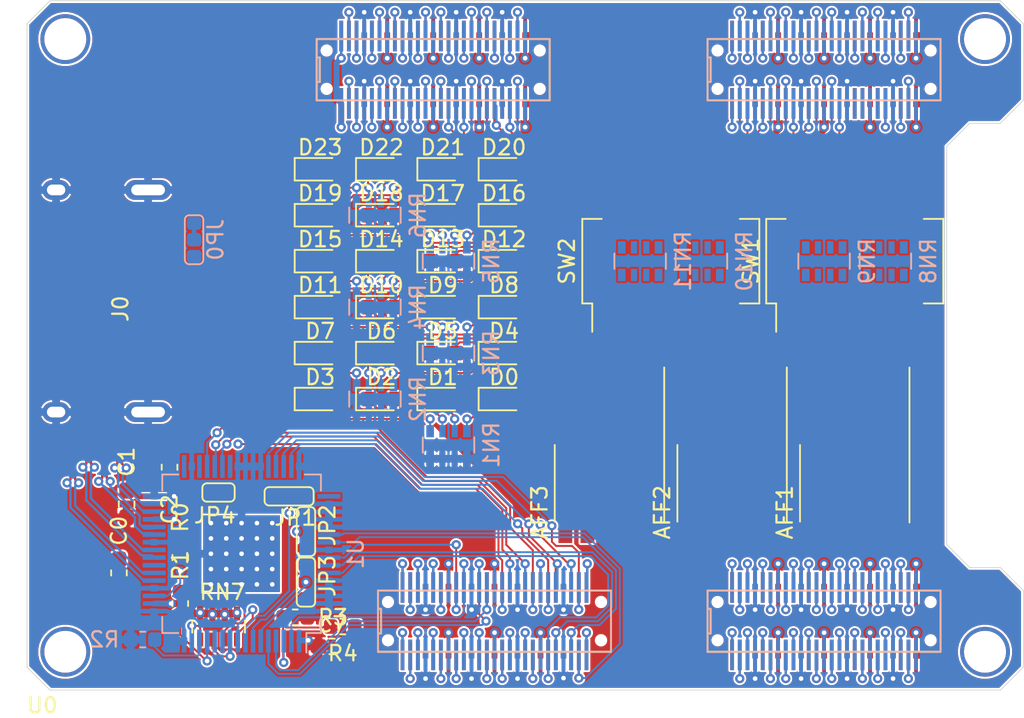
<source format=kicad_pcb>
(kicad_pcb (version 20171130) (host pcbnew "(5.1.5)-3")
  (layers (0 F.Cu signal) (31 B.Cu signal hide) (34 B.Paste user) (35 F.Paste user) (36 B.SilkS user hide) (37 F.SilkS user) (38 B.Mask user) (39 F.Mask user) (44 Edge.Cuts user))
  (net 0 "")
  (net 1 GNDREF)
  (net 2 /HDMI/CK-)
  (net 3 /HDMI/CK+)
  (net 4 /HDMI/D0-)
  (net 5 /HDMI/D0+)
  (net 6 /HDMI/D1-)
  (net 7 /HDMI/D1+)
  (net 8 /HDMI/D2-)
  (net 9 /HDMI/D2+)
  (net 10 +3V3)
  (net 11 +5V)
  (net 12 /HDMI/DK1)
  (net 13 /HDMI/DK2)
  (net 14 /HDMI/DK3)
  (net 15 /HDMI/ISEL)
  (net 16 "Net-(R3-Pad1)")
  (net 17 /B3)
  (net 18 /B2)
  (net 19 /B1)
  (net 20 /B0)
  (net 21 /CLK)
  (net 22 /DE)
  (net 23 /VS)
  (net 24 /HS)
  (net 25 /G3)
  (net 26 /G2)
  (net 27 /G1)
  (net 28 /G0)
  (net 29 /R3)
  (net 30 /R2)
  (net 31 /R1)
  (net 32 /R0)
  (net 33 /LED0)
  (net 34 "Net-(D0-Pad1)")
  (net 35 /LED1)
  (net 36 "Net-(D1-Pad1)")
  (net 37 /LED2)
  (net 38 "Net-(D2-Pad1)")
  (net 39 /LED3)
  (net 40 "Net-(D3-Pad1)")
  (net 41 /LED4)
  (net 42 "Net-(D4-Pad1)")
  (net 43 /LED5)
  (net 44 "Net-(D5-Pad1)")
  (net 45 /LED6)
  (net 46 "Net-(D6-Pad1)")
  (net 47 /LED7)
  (net 48 "Net-(D7-Pad1)")
  (net 49 /LED8)
  (net 50 "Net-(D8-Pad1)")
  (net 51 /LED9)
  (net 52 "Net-(D9-Pad1)")
  (net 53 /LED10)
  (net 54 "Net-(D10-Pad1)")
  (net 55 /LED11)
  (net 56 "Net-(D11-Pad1)")
  (net 57 /LED12)
  (net 58 "Net-(D12-Pad1)")
  (net 59 /LED13)
  (net 60 "Net-(D13-Pad1)")
  (net 61 /LED14)
  (net 62 "Net-(D14-Pad1)")
  (net 63 /LED15)
  (net 64 "Net-(D15-Pad1)")
  (net 65 /LED16)
  (net 66 "Net-(D16-Pad1)")
  (net 67 /LED17)
  (net 68 "Net-(D17-Pad1)")
  (net 69 /LED18)
  (net 70 "Net-(D18-Pad1)")
  (net 71 /LED19)
  (net 72 "Net-(D19-Pad1)")
  (net 73 /LED20)
  (net 74 "Net-(D20-Pad1)")
  (net 75 /LED21)
  (net 76 "Net-(D21-Pad1)")
  (net 77 /LED22)
  (net 78 "Net-(D22-Pad1)")
  (net 79 /LED23)
  (net 80 "Net-(D23-Pad1)")
  (net 81 "Net-(J0-Pad16)")
  (net 82 "Net-(J0-Pad18)")
  (net 83 "Net-(J0-Pad15)")
  (net 84 "Net-(J0-Pad13)")
  (net 85 "Net-(J0-Pad14)")
  (net 86 "Net-(J0-Pad19)")
  (net 87 "Net-(JP4-Pad2)")
  (net 88 "Net-(R0-Pad2)")
  (net 89 "Net-(R2-Pad1)")
  (net 90 "Net-(RN7-Pad6)")
  (net 91 "Net-(RN7-Pad8)")
  (net 92 "Net-(RN8-Pad5)")
  (net 93 "Net-(RN8-Pad6)")
  (net 94 "Net-(RN8-Pad8)")
  (net 95 "Net-(RN8-Pad7)")
  (net 96 "Net-(RN9-Pad5)")
  (net 97 "Net-(RN9-Pad6)")
  (net 98 "Net-(RN9-Pad8)")
  (net 99 "Net-(RN9-Pad7)")
  (net 100 "Net-(RN10-Pad5)")
  (net 101 "Net-(RN10-Pad6)")
  (net 102 "Net-(RN10-Pad8)")
  (net 103 "Net-(RN10-Pad7)")
  (net 104 "Net-(RN11-Pad5)")
  (net 105 "Net-(RN11-Pad6)")
  (net 106 "Net-(RN11-Pad8)")
  (net 107 "Net-(RN11-Pad7)")
  (net 108 /DIP0)
  (net 109 /DIP1)
  (net 110 /DIP2)
  (net 111 /DIP3)
  (net 112 /DIP4)
  (net 113 /DIP5)
  (net 114 /DIP6)
  (net 115 /DIP7)
  (net 116 /DIP8)
  (net 117 /DIP9)
  (net 118 /DIP10)
  (net 119 /DIP11)
  (net 120 /DIP12)
  (net 121 /DIP13)
  (net 122 /DIP14)
  (net 123 /DIP15)
  (net 124 /DIP16)
  (net 125 /DIP17)
  (net 126 /DIP18)
  (net 127 /DIP19)
  (net 128 /DIP20)
  (net 129 /DIP21)
  (net 130 /DIP22)
  (net 131 /DIP23)
  (net 132 "Net-(U0-PadDB_1)")
  (net 133 "Net-(U0-PadDB_3)")
  (net 134 "Net-(U0-PadDB_14)")
  (net 135 "Net-(U0-PadDB_5)")
  (net 136 "Net-(U0-PadDB_2)")
  (net 137 "Net-(U0-PadDB_8)")
  (net 138 "Net-(U0-PadDB_9)")
  (net 139 "Net-(U0-PadDB_11)")
  (net 140 "Net-(U0-PadDB_6)")
  (net 141 "Net-(U0-PadDB_46)")
  (net 142 "Net-(U0-PadDB_43)")
  (net 143 "Net-(U0-PadDB_48)")
  (net 144 "Net-(U0-PadDB_12)")
  (net 145 "Net-(U0-PadDB_45)")
  (net 146 "Net-(U0-PadDB_49)")
  (net 147 "Net-(U0-PadDB_50)")
  (net 148 "Net-(U0-PadDB_40)")
  (net 149 "Net-(U0-PadDB_42)")
  (net 150 /C3)
  (net 151 /AN3)
  (net 152 /DP)
  (net 153 /C2)
  (net 154 /AN1)
  (net 155 "Net-(U0-PadDB_30)")
  (net 156 /C5)
  (net 157 /C4)
  (net 158 "Net-(U0-PadDB_37)")
  (net 159 "Net-(U0-PadDB_33)")
  (net 160 "Net-(U0-PadDB_36)")
  (net 161 /C1)
  (net 162 /AN0)
  (net 163 /C6)
  (net 164 "Net-(U0-PadDB_34)")
  (net 165 "Net-(U0-PadDB_31)")
  (net 166 /C0)
  (net 167 /AN2)
  (net 168 /BTN3)
  (net 169 /BTN2)
  (net 170 "Net-(U0-PadBB_50)")
  (net 171 /BTN0)
  (net 172 /BTN1)
  (net 173 "Net-(U0-PadBB_1)")
  (net 174 "Net-(U0-PadDB_28)")
  (net 175 "Net-(U0-PadDB_39)")
  (net 176 "Net-(U0-PadDB_27)")
  (net 177 "Net-(U0-PadCB_25)")
  (net 178 "Net-(U0-PadCB_15)")
  (net 179 "Net-(U0-PadCB_14)")
  (net 180 "Net-(U0-PadDB_23)")
  (net 181 "Net-(U0-PadDB_17)")
  (net 182 "Net-(U0-PadDB_18)")
  (net 183 "Net-(U0-PadDB_15)")
  (net 184 "Net-(U0-PadCB_17)")
  (net 185 "Net-(U0-PadDB_21)")
  (net 186 "Net-(U0-PadDB_20)")
  (net 187 "Net-(U0-PadDB_24)")
  (net 188 "Net-(U0-PadCB_5)")
  (net 189 "Net-(U0-PadCB_6)")
  (net 190 /BTN4)
  (net 191 "Net-(U0-PadCB_26)")
  (net 192 "Net-(U0-PadCB_2)")
  (net 193 /BTN6)
  (net 194 "Net-(U0-PadCB_18)")
  (net 195 "Net-(U0-PadCB_8)")
  (net 196 "Net-(U0-PadCB_1)")
  (net 197 "Net-(U0-PadCB_3)")
  (net 198 "Net-(U0-PadCB_9)")
  (net 199 "Net-(U0-PadCB_45)")
  (net 200 /BTN5)
  (net 201 "Net-(U0-PadCB_50)")
  (net 202 "Net-(U0-PadCB_32)")
  (net 203 "Net-(U0-PadCB_12)")
  (net 204 "Net-(U0-PadCB_11)")
  (net 205 "Net-(U1-Pad49)")
  (net 206 "Net-(U1-Pad11)")
  (net 207 "Net-(RN7-Pad5)")
  (net 208 "Net-(AFF1-Pad1)")
  (net 209 "Net-(AFF1-Pad2)")
  (net 210 "Net-(AFF1-Pad3)")
  (net 211 "Net-(AFF1-Pad4)")
  (net 212 "Net-(AFF1-Pad5)")
  (net 213 "Net-(AFF1-Pad6)")
  (net 214 "Net-(AFF1-Pad7)")
  (net 215 "Net-(AFF1-Pad9)")
  (net 216 "Net-(AFF1-Pad10)")
  (net 217 "Net-(AFF2-Pad1)")
  (net 218 "Net-(AFF2-Pad2)")
  (net 219 "Net-(AFF2-Pad3)")
  (net 220 "Net-(AFF2-Pad4)")
  (net 221 "Net-(AFF2-Pad5)")
  (net 222 "Net-(AFF2-Pad6)")
  (net 223 "Net-(AFF2-Pad7)")
  (net 224 "Net-(AFF2-Pad9)")
  (net 225 "Net-(AFF2-Pad10)")
  (net 226 "Net-(AFF3-Pad1)")
  (net 227 "Net-(AFF3-Pad2)")
  (net 228 "Net-(AFF3-Pad3)")
  (net 229 "Net-(AFF3-Pad4)")
  (net 230 "Net-(AFF3-Pad5)")
  (net 231 "Net-(AFF3-Pad6)")
  (net 232 "Net-(AFF3-Pad7)")
  (net 233 "Net-(AFF3-Pad9)")
  (net 234 "Net-(AFF3-Pad10)")
  (module Custom_Parts:Jumper_2_Pin_Unbridged (layer F.Cu) (at 24.5 44.07 180)
    (fp_text reference JP4 (at 0.25 -1.53) (layer F.SilkS))
    (fp_text value DKEN)
    (pad 2 smd roundrect (at 0.55 -0.03 180) (size 0.875 0.95) (layers F.Cu F.Paste F.Mask) (net 87 "Net-(JP4-Pad2)"))
    (pad 1 smd roundrect (at -0.5375 -0.03 180) (size 0.875 0.95) (layers F.Cu F.Paste F.Mask) (net 1 GNDREF))
  )
  (module Custom_Parts:jumper_unbridged (layer F.Cu) (at 30.2 49.95 90)
    (fp_text reference JP3 (at 0.4 1.4 270) (layer F.SilkS))
    (fp_text value DK3 hide)
    (pad 2 smd roundrect (at 0 0 90) (size 0.875 0.95) (layers F.Cu F.Paste F.Mask) (net 14 /HDMI/DK3))
    (pad 3 smd roundrect (at 1.1 0 270) (size 0.875 0.95) (layers F.Cu F.Paste F.Mask) (net 1 GNDREF))
    (pad 1 smd roundrect (at -1.0875 0 90) (size 0.875 0.95) (layers F.Cu F.Paste F.Mask) (net 10 +3V3))
  )
  (module Custom_Parts:jumper_unbridged (layer F.Cu) (at 30.2 46.65 90)
    (fp_text reference JP2 (at 0.4 1.4 270) (layer F.SilkS))
    (fp_text value DK2 hide)
    (pad 2 smd roundrect (at 0 0 90) (size 0.875 0.95) (layers F.Cu F.Paste F.Mask) (net 13 /HDMI/DK2))
    (pad 3 smd roundrect (at 1.1 0 270) (size 0.875 0.95) (layers F.Cu F.Paste F.Mask) (net 1 GNDREF))
    (pad 1 smd roundrect (at -1.0875 0 90) (size 0.875 0.95) (layers F.Cu F.Paste F.Mask) (net 10 +3V3))
  )
  (module Custom_Parts:jumper_unbridged (layer F.Cu) (at 29.1 44.35)
    (fp_text reference JP1 (at 0.4 1.4) (layer F.SilkS))
    (fp_text value DK1 hide)
    (pad 2 smd roundrect (at 0 0) (size 0.875 0.95) (layers F.Cu F.Paste F.Mask) (net 12 /HDMI/DK1))
    (pad 3 smd roundrect (at 1.1 0 180) (size 0.875 0.95) (layers F.Cu F.Paste F.Mask) (net 1 GNDREF))
    (pad 1 smd roundrect (at -1.0875 0) (size 0.875 0.95) (layers F.Cu F.Paste F.Mask) (net 10 +3V3))
  )
  (module Custom_Parts:jumper_1_2_bridged (layer B.Cu) (at 22.9 27.6 270)
    (fp_text reference JP0 (at 0 -1.4 90) (layer B.SilkS) (effects (justify mirror)))
    (fp_text value V_Sel hide)
    (pad 1 smd roundrect (at -0.56 0) (size 0.3 0.95) (layers B.Cu B.Paste B.Mask) (net 10 +3V3))
    (pad 3 smd roundrect (at 1.1 0 90) (size 0.875 0.95) (layers B.Cu B.Paste B.Mask) (net 11 +5V))
    (pad 1 smd roundrect (at -1.0875 0 270) (size 0.875 0.95) (layers B.Cu B.Paste B.Mask) (net 10 +3V3))
    (pad 2 smd roundrect (at 0 0 270) (size 0.875 0.95) (layers B.Cu B.Paste B.Mask) (net 82 "Net-(J0-Pad18)"))
  )
  (module Custom_Parts:HDMI (layer F.Cu) (at 20.5 36.1 270)
    (fp_text reference J0 (at -4 2.4 90) (layer F.SilkS))
    (fp_text value HDMI_A_1.4)
    (pad 4 smd rect (at -1.5 0 270) (size 0.3 3) (layers F.Cu F.Paste F.Mask) (net 7 /HDMI/D1+))
    (pad 2 smd rect (at -0.5 0 270) (size 0.3 3) (layers F.Cu F.Paste F.Mask) (net 1 GNDREF))
    (pad 1 smd rect (at 0 0 270) (size 0.3 3) (layers F.Cu F.Paste F.Mask) (net 9 /HDMI/D2+))
    (pad 3 smd rect (at -1 0 270) (size 0.3 3) (layers F.Cu F.Paste F.Mask) (net 8 /HDMI/D2-))
    (pad 6 smd rect (at -2.5 0 270) (size 0.3 3) (layers F.Cu F.Paste F.Mask) (net 6 /HDMI/D1-))
    (pad 5 smd rect (at -2 0 270) (size 0.3 3) (layers F.Cu F.Paste F.Mask) (net 1 GNDREF))
    (pad 19 smd rect (at -9 0 270) (size 0.3 3) (layers F.Cu F.Paste F.Mask) (net 86 "Net-(J0-Pad19)"))
    (pad SH thru_hole oval (at 2.75 0.6 270) (size 1.3 3) (drill oval 0.7 2.2) (layers *.Cu *.Mask) (net 1 GNDREF))
    (pad 7 smd rect (at -3 0 270) (size 0.3 3) (layers F.Cu F.Paste F.Mask) (net 5 /HDMI/D0+))
    (pad 8 smd rect (at -3.5 0 270) (size 0.3 3) (layers F.Cu F.Paste F.Mask) (net 1 GNDREF))
    (pad 14 smd rect (at -6.5 0 270) (size 0.3 3) (layers F.Cu F.Paste F.Mask) (net 85 "Net-(J0-Pad14)"))
    (pad 9 smd rect (at -4 0 270) (size 0.3 3) (layers F.Cu F.Paste F.Mask) (net 4 /HDMI/D0-))
    (pad 10 smd rect (at -4.5 0 270) (size 0.3 3) (layers F.Cu F.Paste F.Mask) (net 3 /HDMI/CK+))
    (pad 11 smd rect (at -5 0 270) (size 0.3 3) (layers F.Cu F.Paste F.Mask) (net 1 GNDREF))
    (pad 13 smd rect (at -6 0 270) (size 0.3 3) (layers F.Cu F.Paste F.Mask) (net 84 "Net-(J0-Pad13)"))
    (pad 15 smd rect (at -7 0 270) (size 0.3 3) (layers F.Cu F.Paste F.Mask) (net 83 "Net-(J0-Pad15)"))
    (pad 17 smd rect (at -8 0 270) (size 0.3 3) (layers F.Cu F.Paste F.Mask) (net 1 GNDREF))
    (pad SH thru_hole oval (at -11.75 0.6 270) (size 1.3 3) (drill oval 0.7 2.2) (layers *.Cu *.Mask) (net 1 GNDREF))
    (pad SH thru_hole oval (at -11.75 6.6 270) (size 1.3 1.8) (drill oval 0.7 1.2) (layers *.Cu *.Mask) (net 1 GNDREF))
    (pad 18 smd rect (at -8.5 0 270) (size 0.3 3) (layers F.Cu F.Paste F.Mask) (net 82 "Net-(J0-Pad18)"))
    (pad SH thru_hole oval (at 2.75 6.6 270) (size 1.3 1.8) (drill oval 0.7 1.2) (layers *.Cu *.Mask) (net 1 GNDREF))
    (pad 16 smd rect (at -7.5 0 270) (size 0.3 3) (layers F.Cu F.Paste F.Mask) (net 81 "Net-(J0-Pad16)"))
    (pad 12 smd rect (at -5.5 0 270) (size 0.3 3) (layers F.Cu F.Paste F.Mask) (net 2 /HDMI/CK-))
  )
  (module Button_Switch_SMD:SW_DIP_SPSTx08_Slide_Copal_CHS-08B_W7.62mm_P1.27mm (layer F.Cu) (at 54 29 90)
    (fp_text reference SW2 (at 0 -6.775 90) (layer F.SilkS))
    (fp_text value SW_DIP_x08)
    (pad 1 smd rect (at -3.81 -4.445 90) (size 1.6 0.76) (layers F.Cu F.Paste F.Mask) (net 123 /DIP15))
    (pad 9 smd rect (at 3.81 4.445 90) (size 1.6 0.76) (layers F.Cu F.Paste F.Mask) (net 102 "Net-(RN10-Pad8)"))
    (pad 2 smd rect (at -3.81 -3.175 90) (size 1.6 0.76) (layers F.Cu F.Paste F.Mask) (net 122 /DIP14))
    (pad 10 smd rect (at 3.81 3.175 90) (size 1.6 0.76) (layers F.Cu F.Paste F.Mask) (net 103 "Net-(RN10-Pad7)"))
    (pad 3 smd rect (at -3.81 -1.905 90) (size 1.6 0.76) (layers F.Cu F.Paste F.Mask) (net 121 /DIP13))
    (pad 11 smd rect (at 3.81 1.905 90) (size 1.6 0.76) (layers F.Cu F.Paste F.Mask) (net 101 "Net-(RN10-Pad6)"))
    (pad 4 smd rect (at -3.81 -0.635 90) (size 1.6 0.76) (layers F.Cu F.Paste F.Mask) (net 120 /DIP12))
    (pad 12 smd rect (at 3.81 0.635 90) (size 1.6 0.76) (layers F.Cu F.Paste F.Mask) (net 100 "Net-(RN10-Pad5)"))
    (pad 5 smd rect (at -3.81 0.635 90) (size 1.6 0.76) (layers F.Cu F.Paste F.Mask) (net 119 /DIP11))
    (pad 13 smd rect (at 3.81 -0.635 90) (size 1.6 0.76) (layers F.Cu F.Paste F.Mask) (net 106 "Net-(RN11-Pad8)"))
    (pad 6 smd rect (at -3.81 1.905 90) (size 1.6 0.76) (layers F.Cu F.Paste F.Mask) (net 118 /DIP10))
    (pad 14 smd rect (at 3.81 -1.905 90) (size 1.6 0.76) (layers F.Cu F.Paste F.Mask) (net 107 "Net-(RN11-Pad7)"))
    (pad 7 smd rect (at -3.81 3.175 90) (size 1.6 0.76) (layers F.Cu F.Paste F.Mask) (net 117 /DIP9))
    (pad 15 smd rect (at 3.81 -3.175 90) (size 1.6 0.76) (layers F.Cu F.Paste F.Mask) (net 105 "Net-(RN11-Pad6)"))
    (pad 8 smd rect (at -3.81 4.445 90) (size 1.6 0.76) (layers F.Cu F.Paste F.Mask) (net 116 /DIP8))
    (pad 16 smd rect (at 3.81 -4.445 90) (size 1.6 0.76) (layers F.Cu F.Paste F.Mask) (net 104 "Net-(RN11-Pad5)"))
  )
  (module Display_7Segment:KCSC02-136 (layer F.Cu) (at 50 41 90)
    (fp_text reference AFF3 (at -4.39 -4.56 90) (layer F.SilkS))
    (fp_text value LTS-6960HR)
    (pad 10 smd rect (at 5 -2.88 90) (size 2.8 0.9) (layers F.Cu F.Paste F.Mask) (net 234 "Net-(AFF3-Pad10)"))
    (pad 9 smd rect (at 5 -1.44 90) (size 2.8 0.9) (layers F.Cu F.Paste F.Mask) (net 233 "Net-(AFF3-Pad9)"))
    (pad 8 smd rect (at 5 0 90) (size 2.8 0.9) (layers F.Cu F.Paste F.Mask) (net 228 "Net-(AFF3-Pad3)"))
    (pad 7 smd rect (at 5 1.44 90) (size 2.8 0.9) (layers F.Cu F.Paste F.Mask) (net 232 "Net-(AFF3-Pad7)"))
    (pad 6 smd rect (at 5 2.88 90) (size 2.8 0.9) (layers F.Cu F.Paste F.Mask) (net 231 "Net-(AFF3-Pad6)"))
    (pad 5 smd rect (at -5 2.88 90) (size 2.8 0.9) (layers F.Cu F.Paste F.Mask) (net 230 "Net-(AFF3-Pad5)"))
    (pad 4 smd rect (at -5 1.44 90) (size 2.8 0.9) (layers F.Cu F.Paste F.Mask) (net 229 "Net-(AFF3-Pad4)"))
    (pad 3 smd rect (at -5 0 90) (size 2.8 0.9) (layers F.Cu F.Paste F.Mask) (net 228 "Net-(AFF3-Pad3)"))
    (pad 2 smd rect (at -5 -1.44 90) (size 2.8 0.9) (layers F.Cu F.Paste F.Mask) (net 227 "Net-(AFF3-Pad2)"))
    (pad 1 smd rect (at -5 -2.88 90) (size 2.8 0.9) (layers F.Cu F.Paste F.Mask) (net 226 "Net-(AFF3-Pad1)"))
  )
  (module Display_7Segment:KCSC02-136 (layer F.Cu) (at 58 41 90)
    (fp_text reference AFF2 (at -4.39 -4.56 90) (layer F.SilkS))
    (fp_text value LTS-6960HR)
    (pad 10 smd rect (at 5 -2.88 90) (size 2.8 0.9) (layers F.Cu F.Paste F.Mask) (net 225 "Net-(AFF2-Pad10)"))
    (pad 9 smd rect (at 5 -1.44 90) (size 2.8 0.9) (layers F.Cu F.Paste F.Mask) (net 224 "Net-(AFF2-Pad9)"))
    (pad 8 smd rect (at 5 0 90) (size 2.8 0.9) (layers F.Cu F.Paste F.Mask) (net 219 "Net-(AFF2-Pad3)"))
    (pad 7 smd rect (at 5 1.44 90) (size 2.8 0.9) (layers F.Cu F.Paste F.Mask) (net 223 "Net-(AFF2-Pad7)"))
    (pad 6 smd rect (at 5 2.88 90) (size 2.8 0.9) (layers F.Cu F.Paste F.Mask) (net 222 "Net-(AFF2-Pad6)"))
    (pad 5 smd rect (at -5 2.88 90) (size 2.8 0.9) (layers F.Cu F.Paste F.Mask) (net 221 "Net-(AFF2-Pad5)"))
    (pad 4 smd rect (at -5 1.44 90) (size 2.8 0.9) (layers F.Cu F.Paste F.Mask) (net 220 "Net-(AFF2-Pad4)"))
    (pad 3 smd rect (at -5 0 90) (size 2.8 0.9) (layers F.Cu F.Paste F.Mask) (net 219 "Net-(AFF2-Pad3)"))
    (pad 2 smd rect (at -5 -1.44 90) (size 2.8 0.9) (layers F.Cu F.Paste F.Mask) (net 218 "Net-(AFF2-Pad2)"))
    (pad 1 smd rect (at -5 -2.88 90) (size 2.8 0.9) (layers F.Cu F.Paste F.Mask) (net 217 "Net-(AFF2-Pad1)"))
  )
  (module Display_7Segment:KCSC02-136 (layer F.Cu) (at 66 41 90)
    (fp_text reference AFF1 (at -4.39 -4.56 90) (layer F.SilkS))
    (fp_text value LTS-6960HR)
    (pad 10 smd rect (at 5 -2.88 90) (size 2.8 0.9) (layers F.Cu F.Paste F.Mask) (net 216 "Net-(AFF1-Pad10)"))
    (pad 9 smd rect (at 5 -1.44 90) (size 2.8 0.9) (layers F.Cu F.Paste F.Mask) (net 215 "Net-(AFF1-Pad9)"))
    (pad 8 smd rect (at 5 0 90) (size 2.8 0.9) (layers F.Cu F.Paste F.Mask) (net 210 "Net-(AFF1-Pad3)"))
    (pad 7 smd rect (at 5 1.44 90) (size 2.8 0.9) (layers F.Cu F.Paste F.Mask) (net 214 "Net-(AFF1-Pad7)"))
    (pad 6 smd rect (at 5 2.88 90) (size 2.8 0.9) (layers F.Cu F.Paste F.Mask) (net 213 "Net-(AFF1-Pad6)"))
    (pad 5 smd rect (at -5 2.88 90) (size 2.8 0.9) (layers F.Cu F.Paste F.Mask) (net 212 "Net-(AFF1-Pad5)"))
    (pad 4 smd rect (at -5 1.44 90) (size 2.8 0.9) (layers F.Cu F.Paste F.Mask) (net 211 "Net-(AFF1-Pad4)"))
    (pad 3 smd rect (at -5 0 90) (size 2.8 0.9) (layers F.Cu F.Paste F.Mask) (net 210 "Net-(AFF1-Pad3)"))
    (pad 2 smd rect (at -5 -1.44 90) (size 2.8 0.9) (layers F.Cu F.Paste F.Mask) (net 209 "Net-(AFF1-Pad2)"))
    (pad 1 smd rect (at -5 -2.88 90) (size 2.8 0.9) (layers F.Cu F.Paste F.Mask) (net 208 "Net-(AFF1-Pad1)"))
  )
  (module LED_SMD:LED_0603_1608Metric_Pad1.05x0.95mm_HandSolder (layer F.Cu) (at 31.125 23)
    (fp_text reference D23 (at 0 -1.43) (layer F.SilkS))
    (fp_text value LED)
    (pad 1 smd roundrect (at -0.875 0) (size 1.05 0.95) (layers F.Cu F.Paste F.Mask) (net 80 "Net-(D23-Pad1)"))
    (pad 2 smd roundrect (at 0.875 0) (size 1.05 0.95) (layers F.Cu F.Paste F.Mask) (net 79 /LED23))
  )
  (module LED_SMD:LED_0603_1608Metric_Pad1.05x0.95mm_HandSolder (layer F.Cu) (at 35.125 23)
    (fp_text reference D22 (at 0 -1.43) (layer F.SilkS))
    (fp_text value LED)
    (pad 1 smd roundrect (at -0.875 0) (size 1.05 0.95) (layers F.Cu F.Paste F.Mask) (net 78 "Net-(D22-Pad1)"))
    (pad 2 smd roundrect (at 0.875 0) (size 1.05 0.95) (layers F.Cu F.Paste F.Mask) (net 77 /LED22))
  )
  (module LED_SMD:LED_0603_1608Metric_Pad1.05x0.95mm_HandSolder (layer F.Cu) (at 39.125 23)
    (fp_text reference D21 (at 0 -1.43) (layer F.SilkS))
    (fp_text value LED)
    (pad 1 smd roundrect (at -0.875 0) (size 1.05 0.95) (layers F.Cu F.Paste F.Mask) (net 76 "Net-(D21-Pad1)"))
    (pad 2 smd roundrect (at 0.875 0) (size 1.05 0.95) (layers F.Cu F.Paste F.Mask) (net 75 /LED21))
  )
  (module LED_SMD:LED_0603_1608Metric_Pad1.05x0.95mm_HandSolder (layer F.Cu) (at 43.125 23)
    (fp_text reference D20 (at 0 -1.43) (layer F.SilkS))
    (fp_text value LED)
    (pad 1 smd roundrect (at -0.875 0) (size 1.05 0.95) (layers F.Cu F.Paste F.Mask) (net 74 "Net-(D20-Pad1)"))
    (pad 2 smd roundrect (at 0.875 0) (size 1.05 0.95) (layers F.Cu F.Paste F.Mask) (net 73 /LED20))
  )
  (module LED_SMD:LED_0603_1608Metric_Pad1.05x0.95mm_HandSolder (layer F.Cu) (at 31.125 26)
    (fp_text reference D19 (at 0 -1.43) (layer F.SilkS))
    (fp_text value LED)
    (pad 1 smd roundrect (at -0.875 0) (size 1.05 0.95) (layers F.Cu F.Paste F.Mask) (net 72 "Net-(D19-Pad1)"))
    (pad 2 smd roundrect (at 0.875 0) (size 1.05 0.95) (layers F.Cu F.Paste F.Mask) (net 71 /LED19))
  )
  (module LED_SMD:LED_0603_1608Metric_Pad1.05x0.95mm_HandSolder (layer F.Cu) (at 35.125 26)
    (fp_text reference D18 (at 0 -1.43) (layer F.SilkS))
    (fp_text value LED)
    (pad 1 smd roundrect (at -0.875 0) (size 1.05 0.95) (layers F.Cu F.Paste F.Mask) (net 70 "Net-(D18-Pad1)"))
    (pad 2 smd roundrect (at 0.875 0) (size 1.05 0.95) (layers F.Cu F.Paste F.Mask) (net 69 /LED18))
  )
  (module LED_SMD:LED_0603_1608Metric_Pad1.05x0.95mm_HandSolder (layer F.Cu) (at 39.125 26)
    (fp_text reference D17 (at 0 -1.43) (layer F.SilkS))
    (fp_text value LED)
    (pad 1 smd roundrect (at -0.875 0) (size 1.05 0.95) (layers F.Cu F.Paste F.Mask) (net 68 "Net-(D17-Pad1)"))
    (pad 2 smd roundrect (at 0.875 0) (size 1.05 0.95) (layers F.Cu F.Paste F.Mask) (net 67 /LED17))
  )
  (module LED_SMD:LED_0603_1608Metric_Pad1.05x0.95mm_HandSolder (layer F.Cu) (at 43.125 26)
    (fp_text reference D16 (at 0 -1.43) (layer F.SilkS))
    (fp_text value LED)
    (pad 1 smd roundrect (at -0.875 0) (size 1.05 0.95) (layers F.Cu F.Paste F.Mask) (net 66 "Net-(D16-Pad1)"))
    (pad 2 smd roundrect (at 0.875 0) (size 1.05 0.95) (layers F.Cu F.Paste F.Mask) (net 65 /LED16))
  )
  (module LED_SMD:LED_0603_1608Metric_Pad1.05x0.95mm_HandSolder (layer F.Cu) (at 31.125 29)
    (fp_text reference D15 (at 0 -1.43) (layer F.SilkS))
    (fp_text value LED)
    (pad 1 smd roundrect (at -0.875 0) (size 1.05 0.95) (layers F.Cu F.Paste F.Mask) (net 64 "Net-(D15-Pad1)"))
    (pad 2 smd roundrect (at 0.875 0) (size 1.05 0.95) (layers F.Cu F.Paste F.Mask) (net 63 /LED15))
  )
  (module LED_SMD:LED_0603_1608Metric_Pad1.05x0.95mm_HandSolder (layer F.Cu) (at 35.125 29)
    (fp_text reference D14 (at 0 -1.43) (layer F.SilkS))
    (fp_text value LED)
    (pad 1 smd roundrect (at -0.875 0) (size 1.05 0.95) (layers F.Cu F.Paste F.Mask) (net 62 "Net-(D14-Pad1)"))
    (pad 2 smd roundrect (at 0.875 0) (size 1.05 0.95) (layers F.Cu F.Paste F.Mask) (net 61 /LED14))
  )
  (module LED_SMD:LED_0603_1608Metric_Pad1.05x0.95mm_HandSolder (layer F.Cu) (at 39.125 29)
    (fp_text reference D13 (at 0 -1.43) (layer F.SilkS))
    (fp_text value LED)
    (pad 1 smd roundrect (at -0.875 0) (size 1.05 0.95) (layers F.Cu F.Paste F.Mask) (net 60 "Net-(D13-Pad1)"))
    (pad 2 smd roundrect (at 0.875 0) (size 1.05 0.95) (layers F.Cu F.Paste F.Mask) (net 59 /LED13))
  )
  (module LED_SMD:LED_0603_1608Metric_Pad1.05x0.95mm_HandSolder (layer F.Cu) (at 43.125 29)
    (fp_text reference D12 (at 0 -1.43) (layer F.SilkS))
    (fp_text value LED)
    (pad 1 smd roundrect (at -0.875 0) (size 1.05 0.95) (layers F.Cu F.Paste F.Mask) (net 58 "Net-(D12-Pad1)"))
    (pad 2 smd roundrect (at 0.875 0) (size 1.05 0.95) (layers F.Cu F.Paste F.Mask) (net 57 /LED12))
  )
  (module LED_SMD:LED_0603_1608Metric_Pad1.05x0.95mm_HandSolder (layer F.Cu) (at 31.125 32)
    (fp_text reference D11 (at 0 -1.43) (layer F.SilkS))
    (fp_text value LED)
    (pad 1 smd roundrect (at -0.875 0) (size 1.05 0.95) (layers F.Cu F.Paste F.Mask) (net 56 "Net-(D11-Pad1)"))
    (pad 2 smd roundrect (at 0.875 0) (size 1.05 0.95) (layers F.Cu F.Paste F.Mask) (net 55 /LED11))
  )
  (module LED_SMD:LED_0603_1608Metric_Pad1.05x0.95mm_HandSolder (layer F.Cu) (at 35.125 32)
    (fp_text reference D10 (at 0 -1.43) (layer F.SilkS))
    (fp_text value LED)
    (pad 1 smd roundrect (at -0.875 0) (size 1.05 0.95) (layers F.Cu F.Paste F.Mask) (net 54 "Net-(D10-Pad1)"))
    (pad 2 smd roundrect (at 0.875 0) (size 1.05 0.95) (layers F.Cu F.Paste F.Mask) (net 53 /LED10))
  )
  (module LED_SMD:LED_0603_1608Metric_Pad1.05x0.95mm_HandSolder (layer F.Cu) (at 39.125 32)
    (fp_text reference D9 (at 0 -1.43) (layer F.SilkS))
    (fp_text value LED)
    (pad 1 smd roundrect (at -0.875 0) (size 1.05 0.95) (layers F.Cu F.Paste F.Mask) (net 52 "Net-(D9-Pad1)"))
    (pad 2 smd roundrect (at 0.875 0) (size 1.05 0.95) (layers F.Cu F.Paste F.Mask) (net 51 /LED9))
  )
  (module LED_SMD:LED_0603_1608Metric_Pad1.05x0.95mm_HandSolder (layer F.Cu) (at 43.125 32)
    (fp_text reference D8 (at 0 -1.43) (layer F.SilkS))
    (fp_text value LED)
    (pad 1 smd roundrect (at -0.875 0) (size 1.05 0.95) (layers F.Cu F.Paste F.Mask) (net 50 "Net-(D8-Pad1)"))
    (pad 2 smd roundrect (at 0.875 0) (size 1.05 0.95) (layers F.Cu F.Paste F.Mask) (net 49 /LED8))
  )
  (module LED_SMD:LED_0603_1608Metric_Pad1.05x0.95mm_HandSolder (layer F.Cu) (at 31.125 35)
    (fp_text reference D7 (at 0 -1.43) (layer F.SilkS))
    (fp_text value LED)
    (pad 1 smd roundrect (at -0.875 0) (size 1.05 0.95) (layers F.Cu F.Paste F.Mask) (net 48 "Net-(D7-Pad1)"))
    (pad 2 smd roundrect (at 0.875 0) (size 1.05 0.95) (layers F.Cu F.Paste F.Mask) (net 47 /LED7))
  )
  (module LED_SMD:LED_0603_1608Metric_Pad1.05x0.95mm_HandSolder (layer F.Cu) (at 35.125 35)
    (fp_text reference D6 (at 0 -1.43) (layer F.SilkS))
    (fp_text value LED)
    (pad 1 smd roundrect (at -0.875 0) (size 1.05 0.95) (layers F.Cu F.Paste F.Mask) (net 46 "Net-(D6-Pad1)"))
    (pad 2 smd roundrect (at 0.875 0) (size 1.05 0.95) (layers F.Cu F.Paste F.Mask) (net 45 /LED6))
  )
  (module LED_SMD:LED_0603_1608Metric_Pad1.05x0.95mm_HandSolder (layer F.Cu) (at 39.125 35)
    (fp_text reference D5 (at 0 -1.43) (layer F.SilkS))
    (fp_text value LED)
    (pad 1 smd roundrect (at -0.875 0) (size 1.05 0.95) (layers F.Cu F.Paste F.Mask) (net 44 "Net-(D5-Pad1)"))
    (pad 2 smd roundrect (at 0.875 0) (size 1.05 0.95) (layers F.Cu F.Paste F.Mask) (net 43 /LED5))
  )
  (module LED_SMD:LED_0603_1608Metric_Pad1.05x0.95mm_HandSolder (layer F.Cu) (at 43.125 35)
    (fp_text reference D4 (at 0 -1.43) (layer F.SilkS))
    (fp_text value LED)
    (pad 1 smd roundrect (at -0.875 0) (size 1.05 0.95) (layers F.Cu F.Paste F.Mask) (net 42 "Net-(D4-Pad1)"))
    (pad 2 smd roundrect (at 0.875 0) (size 1.05 0.95) (layers F.Cu F.Paste F.Mask) (net 41 /LED4))
  )
  (module LED_SMD:LED_0603_1608Metric_Pad1.05x0.95mm_HandSolder (layer F.Cu) (at 31.125 38)
    (fp_text reference D3 (at 0 -1.43) (layer F.SilkS))
    (fp_text value LED)
    (pad 1 smd roundrect (at -0.875 0) (size 1.05 0.95) (layers F.Cu F.Paste F.Mask) (net 40 "Net-(D3-Pad1)"))
    (pad 2 smd roundrect (at 0.875 0) (size 1.05 0.95) (layers F.Cu F.Paste F.Mask) (net 39 /LED3))
  )
  (module LED_SMD:LED_0603_1608Metric_Pad1.05x0.95mm_HandSolder (layer F.Cu) (at 35.125 38)
    (fp_text reference D2 (at 0 -1.43) (layer F.SilkS))
    (fp_text value LED)
    (pad 1 smd roundrect (at -0.875 0) (size 1.05 0.95) (layers F.Cu F.Paste F.Mask) (net 38 "Net-(D2-Pad1)"))
    (pad 2 smd roundrect (at 0.875 0) (size 1.05 0.95) (layers F.Cu F.Paste F.Mask) (net 37 /LED2))
  )
  (module LED_SMD:LED_0603_1608Metric_Pad1.05x0.95mm_HandSolder (layer F.Cu) (at 39.125 38)
    (fp_text reference D1 (at 0 -1.43) (layer F.SilkS))
    (fp_text value LED)
    (pad 1 smd roundrect (at -0.875 0) (size 1.05 0.95) (layers F.Cu F.Paste F.Mask) (net 36 "Net-(D1-Pad1)"))
    (pad 2 smd roundrect (at 0.875 0) (size 1.05 0.95) (layers F.Cu F.Paste F.Mask) (net 35 /LED1))
  )
  (module LED_SMD:LED_0603_1608Metric_Pad1.05x0.95mm_HandSolder (layer F.Cu) (at 43.125 38)
    (fp_text reference D0 (at 0 -1.43) (layer F.SilkS))
    (fp_text value LED)
    (pad 1 smd roundrect (at -0.875 0) (size 1.05 0.95) (layers F.Cu F.Paste F.Mask) (net 34 "Net-(D0-Pad1)"))
    (pad 2 smd roundrect (at 0.875 0) (size 1.05 0.95) (layers F.Cu F.Paste F.Mask) (net 33 /LED0))
  )
  (module Custom_Parts:Alchitry_Top_Bottom (layer F.Cu) (at 12 57)
    (fp_text reference U0 (at 1 1) (layer F.SilkS))
    (fp_text value boardmezzanine_new)
    (fp_circle (center 62.5 -2.5) (end 64 -2.5) (layer B.Cu) (width 0.254))
    (fp_circle (center 2.5 -42.5) (end 4 -42.5) (layer B.Cu) (width 0.254))
    (fp_circle (center 62.5 -42.5) (end 64 -42.5) (layer B.Cu) (width 0.254))
    (fp_circle (center 2.5 -2.5) (end 4 -2.5) (layer B.Cu) (width 0.254))
    (fp_circle (center 62.5 -2.5) (end 64 -2.5) (layer F.Cu) (width 0.254))
    (fp_circle (center 62.5 -42.5) (end 64 -42.5) (layer F.Cu) (width 0.254))
    (fp_circle (center 2.5 -42.5) (end 4 -42.5) (layer F.Cu) (width 0.254))
    (fp_circle (center 2.5 -2.5) (end 4 -2.5) (layer F.Cu) (width 0.254))
    (pad CT_40 smd rect (at 29.5 -6.7) (size 0.25 2) (layers F.Cu F.Paste F.Mask) (net 23 /VS))
    (pad CT_38 smd rect (at 30.5 -6.7) (size 0.25 2) (layers F.Cu F.Paste F.Mask) (net 10 +3V3))
    (pad CT_19 smd rect (at 33.5 -2.3) (size 0.25 2) (layers F.Cu F.Paste F.Mask) (net 10 +3V3))
    (pad CT_7 smd rect (at 27.5 -2.3) (size 0.25 2) (layers F.Cu F.Paste F.Mask) (net 10 +3V3))
    (pad CT_20 smd rect (at 34 -2.3) (size 0.25 2) (layers F.Cu F.Paste F.Mask) (net 20 /B0))
    (pad CT_23 smd rect (at 35.5 -2.3) (size 0.25 2) (layers F.Cu F.Paste F.Mask) (net 18 /B2))
    (pad CT_12 smd rect (at 30 -2.3) (size 0.25 2) (layers F.Cu F.Paste F.Mask) (net 203 "Net-(U0-PadCB_12)"))
    (pad CT_39 smd rect (at 30 -6.7) (size 0.25 2) (layers F.Cu F.Paste F.Mask) (net 24 /HS))
    (pad CT_21 smd rect (at 34.5 -2.3) (size 0.25 2) (layers F.Cu F.Paste F.Mask) (net 19 /B1))
    (pad CT_5 smd rect (at 26.5 -2.3) (size 0.25 2) (layers F.Cu F.Paste F.Mask) (net 188 "Net-(U0-PadCB_5)"))
    (pad CT_18 smd rect (at 33 -2.3) (size 0.25 2) (layers F.Cu F.Paste F.Mask) (net 194 "Net-(U0-PadCB_18)"))
    (pad CT_22 smd rect (at 35 -2.3) (size 0.25 2) (layers F.Cu F.Paste F.Mask) (net 1 GNDREF))
    (pad CT_3 smd rect (at 25.5 -2.3) (size 0.25 2) (layers F.Cu F.Paste F.Mask) (net 197 "Net-(U0-PadCB_3)"))
    (pad CT_24 smd rect (at 36 -2.3) (size 0.25 2) (layers F.Cu F.Paste F.Mask) (net 17 /B3))
    (pad CT_25 smd rect (at 36.5 -2.3) (size 0.25 2) (layers F.Cu F.Paste F.Mask) (net 177 "Net-(U0-PadCB_25)"))
    (pad CT_10 smd rect (at 29 -2.3) (size 0.25 2) (layers F.Cu F.Paste F.Mask) (net 1 GNDREF))
    (pad CT_9 smd rect (at 28.5 -2.3) (size 0.25 2) (layers F.Cu F.Paste F.Mask) (net 198 "Net-(U0-PadCB_9)"))
    (pad CT_41 smd rect (at 29 -6.7) (size 0.25 2) (layers F.Cu F.Paste F.Mask) (net 1 GNDREF))
    (pad CT_8 smd rect (at 28 -2.3) (size 0.25 2) (layers F.Cu F.Paste F.Mask) (net 195 "Net-(U0-PadCB_8)"))
    (pad CT_2 smd rect (at 25 -2.3) (size 0.25 2) (layers F.Cu F.Paste F.Mask) (net 192 "Net-(U0-PadCB_2)"))
    (pad CT_4 smd rect (at 26 -2.3) (size 0.25 2) (layers F.Cu F.Paste F.Mask) (net 1 GNDREF))
    (pad CT_11 smd rect (at 29.5 -2.3) (size 0.25 2) (layers F.Cu F.Paste F.Mask) (net 204 "Net-(U0-PadCB_11)"))
    (pad CT_6 smd rect (at 27 -2.3) (size 0.25 2) (layers F.Cu F.Paste F.Mask) (net 189 "Net-(U0-PadCB_6)"))
    (pad CT_1 smd rect (at 24.5 -2.3) (size 0.25 2) (layers F.Cu F.Paste F.Mask) (net 196 "Net-(U0-PadCB_1)"))
    (pad BT_2 smd rect (at 46.5 -38.3) (size 0.25 2) (layers F.Cu F.Paste F.Mask) (net 59 /LED13))
    (pad BT_36 smd rect (at 53 -42.7) (size 0.25 2) (layers F.Cu F.Paste F.Mask) (net 112 /DIP4))
    (pad BT_50 smd rect (at 46 -42.7) (size 0.25 2) (layers F.Cu F.Paste F.Mask) (net 170 "Net-(U0-PadBB_50)"))
    (pad BT_23 smd rect (at 57 -38.3) (size 0.25 2) (layers F.Cu F.Paste F.Mask) (net 169 /BTN2))
    (pad CT_45 smd rect (at 27 -6.7) (size 0.25 2) (layers F.Cu F.Paste F.Mask) (net 199 "Net-(U0-PadCB_45)"))
    (pad CT_50 smd rect (at 24.5 -6.7) (size 0.25 2) (layers F.Cu F.Paste F.Mask) (net 201 "Net-(U0-PadCB_50)"))
    (pad None np_thru_hole circle (at 37.45 -5.75) (size 0.55 0.55) (drill 0.55) (layers *.Cu *.Mask))
    (pad BT_40 smd rect (at 51 -42.7) (size 0.25 2) (layers F.Cu F.Paste F.Mask) (net 115 /DIP7))
    (pad BT_37 smd rect (at 52.5 -42.7) (size 0.25 2) (layers F.Cu F.Paste F.Mask) (net 113 /DIP5))
    (pad CT_43 smd rect (at 28 -6.7) (size 0.25 2) (layers F.Cu F.Paste F.Mask) (net 21 /CLK))
    (pad BT_12 smd rect (at 51.5 -38.3) (size 0.25 2) (layers F.Cu F.Paste F.Mask) (net 45 /LED6))
    (pad CT_34 smd rect (at 32.5 -6.7) (size 0.25 2) (layers F.Cu F.Paste F.Mask) (net 30 /R2))
    (pad CT_30 smd rect (at 34.5 -6.7) (size 0.25 2) (layers F.Cu F.Paste F.Mask) (net 27 /G1))
    (pad BT_20 smd rect (at 55.5 -38.3) (size 0.25 2) (layers F.Cu F.Paste F.Mask) (net 35 /LED1))
    (pad BT_6 smd rect (at 48.5 -38.3) (size 0.25 2) (layers F.Cu F.Paste F.Mask) (net 53 /LED10))
    (pad CT_44 smd rect (at 27.5 -6.7) (size 0.25 2) (layers F.Cu F.Paste F.Mask) (net 10 +3V3))
    (pad BT_14 smd rect (at 52.5 -38.3) (size 0.25 2) (layers F.Cu F.Paste F.Mask) (net 43 /LED5))
    (pad CT_32 smd rect (at 33.5 -6.7) (size 0.25 2) (layers F.Cu F.Paste F.Mask) (net 202 "Net-(U0-PadCB_32)"))
    (pad None np_thru_hole circle (at 23.55 -5.75) (size 0.55 0.55) (drill 0.55) (layers *.Cu *.Mask))
    (pad BT_7 smd rect (at 49 -38.3) (size 0.25 2) (layers F.Cu F.Paste F.Mask) (net 10 +3V3))
    (pad BT_15 smd rect (at 53 -38.3) (size 0.25 2) (layers F.Cu F.Paste F.Mask) (net 41 /LED4))
    (pad BT_16 smd rect (at 53.5 -38.3) (size 0.25 2) (layers F.Cu F.Paste F.Mask) (net 1 GNDREF))
    (pad BT_11 smd rect (at 51 -38.3) (size 0.25 2) (layers F.Cu F.Paste F.Mask) (net 47 /LED7))
    (pad BT_42 smd rect (at 50 -42.7) (size 0.25 2) (layers F.Cu F.Paste F.Mask) (net 116 /DIP8))
    (pad BT_47 smd rect (at 47.5 -42.7) (size 0.25 2) (layers F.Cu F.Paste F.Mask) (net 1 GNDREF))
    (pad CT_28 smd rect (at 35.5 -6.7) (size 0.25 2) (layers F.Cu F.Paste F.Mask) (net 26 /G2))
    (pad CT_27 smd rect (at 36 -6.7) (size 0.25 2) (layers F.Cu F.Paste F.Mask) (net 25 /G3))
    (pad BT_13 smd rect (at 52 -38.3) (size 0.25 2) (layers F.Cu F.Paste F.Mask) (net 10 +3V3))
    (pad BT_17 smd rect (at 54 -38.3) (size 0.25 2) (layers F.Cu F.Paste F.Mask) (net 39 /LED3))
    (pad BT_18 smd rect (at 54.5 -38.3) (size 0.25 2) (layers F.Cu F.Paste F.Mask) (net 37 /LED2))
    (pad BT_44 smd rect (at 49 -42.7) (size 0.25 2) (layers F.Cu F.Paste F.Mask) (net 10 +3V3))
    (pad BT_35 smd rect (at 53.5 -42.7) (size 0.25 2) (layers F.Cu F.Paste F.Mask) (net 1 GNDREF))
    (pad BT_49 smd rect (at 46.5 -42.7) (size 0.25 2) (layers F.Cu F.Paste F.Mask) (net 121 /DIP13))
    (pad BT_19 smd rect (at 55 -38.3) (size 0.25 2) (layers F.Cu F.Paste F.Mask) (net 10 +3V3))
    (pad BT_21 smd rect (at 56 -38.3) (size 0.25 2) (layers F.Cu F.Paste F.Mask) (net 33 /LED0))
    (pad CT_46 smd rect (at 26.5 -6.7) (size 0.25 2) (layers F.Cu F.Paste F.Mask) (net 193 /BTN6))
    (pad CT_31 smd rect (at 34 -6.7) (size 0.25 2) (layers F.Cu F.Paste F.Mask) (net 28 /G0))
    (pad CT_29 smd rect (at 35 -6.7) (size 0.25 2) (layers F.Cu F.Paste F.Mask) (net 1 GNDREF))
    (pad CT_33 smd rect (at 33 -6.7) (size 0.25 2) (layers F.Cu F.Paste F.Mask) (net 29 /R3))
    (pad BT_48 smd rect (at 47 -42.7) (size 0.25 2) (layers F.Cu F.Paste F.Mask) (net 120 /DIP12))
    (pad BT_5 smd rect (at 48 -38.3) (size 0.25 2) (layers F.Cu F.Paste F.Mask) (net 55 /LED11))
    (pad CT_48 smd rect (at 25.5 -6.7) (size 0.25 2) (layers F.Cu F.Paste F.Mask) (net 200 /BTN5))
    (pad BT_1 smd rect (at 46 -38.3) (size 0.25 2) (layers F.Cu F.Paste F.Mask) (net 173 "Net-(U0-PadBB_1)"))
    (pad CT_42 smd rect (at 28.5 -6.7) (size 0.25 2) (layers F.Cu F.Paste F.Mask) (net 22 /DE))
    (pad BT_25 smd rect (at 58 -38.3) (size 0.25 2) (layers F.Cu F.Paste F.Mask) (net 10 +3V3))
    (pad CT_47 smd rect (at 26 -6.7) (size 0.25 2) (layers F.Cu F.Paste F.Mask) (net 1 GNDREF))
    (pad BT_4 smd rect (at 47.5 -38.3) (size 0.25 2) (layers F.Cu F.Paste F.Mask) (net 1 GNDREF))
    (pad CT_49 smd rect (at 25 -6.7) (size 0.25 2) (layers F.Cu F.Paste F.Mask) (net 190 /BTN4))
    (pad BT_46 smd rect (at 48 -42.7) (size 0.25 2) (layers F.Cu F.Paste F.Mask) (net 119 /DIP11))
    (pad BT_41 smd rect (at 50.5 -42.7) (size 0.25 2) (layers F.Cu F.Paste F.Mask) (net 1 GNDREF))
    (pad CT_37 smd rect (at 31 -6.7) (size 0.25 2) (layers F.Cu F.Paste F.Mask) (net 32 /R0))
    (pad CT_26 smd rect (at 36.5 -6.7) (size 0.25 2) (layers F.Cu F.Paste F.Mask) (net 191 "Net-(U0-PadCB_26)"))
    (pad BT_22 smd rect (at 56.5 -38.3) (size 0.25 2) (layers F.Cu F.Paste F.Mask) (net 1 GNDREF))
    (pad BT_8 smd rect (at 49.5 -38.3) (size 0.25 2) (layers F.Cu F.Paste F.Mask) (net 51 /LED9))
    (pad CT_36 smd rect (at 31.5 -6.7) (size 0.25 2) (layers F.Cu F.Paste F.Mask) (net 31 /R1))
    (pad CT_35 smd rect (at 32 -6.7) (size 0.25 2) (layers F.Cu F.Paste F.Mask) (net 1 GNDREF))
    (pad BT_39 smd rect (at 51.5 -42.7) (size 0.25 2) (layers F.Cu F.Paste F.Mask) (net 114 /DIP6))
    (pad BT_38 smd rect (at 52 -42.7) (size 0.25 2) (layers F.Cu F.Paste F.Mask) (net 10 +3V3))
    (pad BT_24 smd rect (at 57.5 -38.3) (size 0.25 2) (layers F.Cu F.Paste F.Mask) (net 168 /BTN3))
    (pad BT_45 smd rect (at 48.5 -42.7) (size 0.25 2) (layers F.Cu F.Paste F.Mask) (net 118 /DIP10))
    (pad BT_9 smd rect (at 50 -38.3) (size 0.25 2) (layers F.Cu F.Paste F.Mask) (net 49 /LED8))
    (pad BT_43 smd rect (at 49.5 -42.7) (size 0.25 2) (layers F.Cu F.Paste F.Mask) (net 117 /DIP9))
    (pad BT_3 smd rect (at 47 -38.3) (size 0.25 2) (layers F.Cu F.Paste F.Mask) (net 57 /LED12))
    (pad BT_10 smd rect (at 50.5 -38.3) (size 0.25 2) (layers F.Cu F.Paste F.Mask) (net 1 GNDREF))
    (pad AT_33 smd rect (at 29 -42.7) (size 0.25 2) (layers F.Cu F.Paste F.Mask) (net 126 /DIP18))
    (pad AT_5 smd rect (at 22.5 -38.3) (size 0.25 2) (layers F.Cu F.Paste F.Mask) (net 166 /C0))
    (pad AT_34 smd rect (at 28.5 -42.7) (size 0.25 2) (layers F.Cu F.Paste F.Mask) (net 127 /DIP19))
    (pad AT_19 smd rect (at 29.5 -38.3) (size 0.25 2) (layers F.Cu F.Paste F.Mask) (net 10 +3V3))
    (pad AT_8 smd rect (at 24 -38.3) (size 0.25 2) (layers F.Cu F.Paste F.Mask) (net 167 /AN2))
    (pad AT_7 smd rect (at 23.5 -38.3) (size 0.25 2) (layers F.Cu F.Paste F.Mask) (net 10 +3V3))
    (pad AT_22 smd rect (at 31 -38.3) (size 0.25 2) (layers F.Cu F.Paste F.Mask) (net 1 GNDREF))
    (pad AT_12 smd rect (at 26 -38.3) (size 0.25 2) (layers F.Cu F.Paste F.Mask) (net 77 /LED22))
    (pad BT_34 smd rect (at 54 -42.7) (size 0.25 2) (layers F.Cu F.Paste F.Mask) (net 111 /DIP3))
    (pad AT_6 smd rect (at 23 -38.3) (size 0.25 2) (layers F.Cu F.Paste F.Mask) (net 161 /C1))
    (pad AT_35 smd rect (at 28 -42.7) (size 0.25 2) (layers F.Cu F.Paste F.Mask) (net 1 GNDREF))
    (pad AT_4 smd rect (at 22 -38.3) (size 0.25 2) (layers F.Cu F.Paste F.Mask) (net 1 GNDREF))
    (pad AT_21 smd rect (at 30.5 -38.3) (size 0.25 2) (layers F.Cu F.Paste F.Mask) (net 65 /LED16))
    (pad AT_9 smd rect (at 24.5 -38.3) (size 0.25 2) (layers F.Cu F.Paste F.Mask) (net 151 /AN3))
    (pad AT_37 smd rect (at 27 -42.7) (size 0.25 2) (layers F.Cu F.Paste F.Mask) (net 129 /DIP21))
    (pad BT_33 smd rect (at 54.5 -42.7) (size 0.25 2) (layers F.Cu F.Paste F.Mask) (net 110 /DIP2))
    (pad AT_49 smd rect (at 21 -42.7) (size 0.25 2) (layers F.Cu F.Paste F.Mask) (net 152 /DP))
    (pad BT_32 smd rect (at 55 -42.7) (size 0.25 2) (layers F.Cu F.Paste F.Mask) (net 10 +3V3))
    (pad AT_16 smd rect (at 28 -38.3) (size 0.25 2) (layers F.Cu F.Paste F.Mask) (net 1 GNDREF))
    (pad AT_3 smd rect (at 21.5 -38.3) (size 0.25 2) (layers F.Cu F.Paste F.Mask) (net 156 /C5))
    (pad AT_48 smd rect (at 21.5 -42.7) (size 0.25 2) (layers F.Cu F.Paste F.Mask) (net 153 /C2))
    (pad AT_32 smd rect (at 29.5 -42.7) (size 0.25 2) (layers F.Cu F.Paste F.Mask) (net 10 +3V3))
    (pad AT_30 smd rect (at 30.5 -42.7) (size 0.25 2) (layers F.Cu F.Paste F.Mask) (net 124 /DIP16))
    (pad AT_26 smd rect (at 32.5 -42.7) (size 0.25 2) (layers F.Cu F.Paste F.Mask) (net 10 +3V3))
    (pad BT_31 smd rect (at 55.5 -42.7) (size 0.25 2) (layers F.Cu F.Paste F.Mask) (net 109 /DIP1))
    (pad BT_30 smd rect (at 56 -42.7) (size 0.25 2) (layers F.Cu F.Paste F.Mask) (net 108 /DIP0))
    (pad AT_24 smd rect (at 32 -38.3) (size 0.25 2) (layers F.Cu F.Paste F.Mask) (net 61 /LED14))
    (pad BT_29 smd rect (at 56.5 -42.7) (size 0.25 2) (layers F.Cu F.Paste F.Mask) (net 1 GNDREF))
    (pad AT_13 smd rect (at 26.5 -38.3) (size 0.25 2) (layers F.Cu F.Paste F.Mask) (net 10 +3V3))
    (pad AT_44 smd rect (at 23.5 -42.7) (size 0.25 2) (layers F.Cu F.Paste F.Mask) (net 10 +3V3))
    (pad AT_36 smd rect (at 27.5 -42.7) (size 0.25 2) (layers F.Cu F.Paste F.Mask) (net 128 /DIP20))
    (pad AT_40 smd rect (at 25.5 -42.7) (size 0.25 2) (layers F.Cu F.Paste F.Mask) (net 131 /DIP23))
    (pad BT_27 smd rect (at 57.5 -42.7) (size 0.25 2) (layers F.Cu F.Paste F.Mask) (net 172 /BTN1))
    (pad None np_thru_hole circle (at 58.95 -41.75) (size 0.55 0.55) (drill 0.55) (layers *.Cu *.Mask))
    (pad None np_thru_hole circle (at 19.55 -41.75) (size 0.55 0.55) (drill 0.55) (layers *.Cu *.Mask))
    (pad AT_47 smd rect (at 22 -42.7) (size 0.25 2) (layers F.Cu F.Paste F.Mask) (net 1 GNDREF))
    (pad BT_28 smd rect (at 57 -42.7) (size 0.25 2) (layers F.Cu F.Paste F.Mask) (net 171 /BTN0))
    (pad BT_26 smd rect (at 58 -42.7) (size 0.25 2) (layers F.Cu F.Paste F.Mask) (net 10 +3V3))
    (pad None np_thru_hole circle (at 45.05 -41.75) (size 0.55 0.55) (drill 0.55) (layers *.Cu *.Mask))
    (pad AT_17 smd rect (at 28.5 -38.3) (size 0.25 2) (layers F.Cu F.Paste F.Mask) (net 71 /LED19))
    (pad AT_31 smd rect (at 30 -42.7) (size 0.25 2) (layers F.Cu F.Paste F.Mask) (net 125 /DIP17))
    (pad AT_11 smd rect (at 25.5 -38.3) (size 0.25 2) (layers F.Cu F.Paste F.Mask) (net 79 /LED23))
    (pad AT_23 smd rect (at 31.5 -38.3) (size 0.25 2) (layers F.Cu F.Paste F.Mask) (net 63 /LED15))
    (pad AT_2 smd rect (at 21 -38.3) (size 0.25 2) (layers F.Cu F.Paste F.Mask) (net 163 /C6))
    (pad AT_41 smd rect (at 25 -42.7) (size 0.25 2) (layers F.Cu F.Paste F.Mask) (net 1 GNDREF))
    (pad AT_18 smd rect (at 29 -38.3) (size 0.25 2) (layers F.Cu F.Paste F.Mask) (net 69 /LED18))
    (pad AT_14 smd rect (at 27 -38.3) (size 0.25 2) (layers F.Cu F.Paste F.Mask) (net 75 /LED21))
    (pad AT_15 smd rect (at 27.5 -38.3) (size 0.25 2) (layers F.Cu F.Paste F.Mask) (net 73 /LED20))
    (pad AT_20 smd rect (at 30 -38.3) (size 0.25 2) (layers F.Cu F.Paste F.Mask) (net 67 /LED17))
    (pad None np_thru_hole circle (at 33.45 -41.75) (size 0.55 0.55) (drill 0.55) (layers *.Cu *.Mask))
    (pad AT_39 smd rect (at 26 -42.7) (size 0.25 2) (layers F.Cu F.Paste F.Mask) (net 130 /DIP22))
    (pad AT_1 smd rect (at 20.5 -38.3) (size 0.25 2) (layers F.Cu F.Paste F.Mask) (net 11 +5V))
    (pad AT_45 smd rect (at 23 -42.7) (size 0.25 2) (layers F.Cu F.Paste F.Mask) (net 157 /C4))
    (pad AT_25 smd rect (at 32.5 -38.3) (size 0.25 2) (layers F.Cu F.Paste F.Mask) (net 10 +3V3))
    (pad AT_38 smd rect (at 26.5 -42.7) (size 0.25 2) (layers F.Cu F.Paste F.Mask) (net 10 +3V3))
    (pad AT_42 smd rect (at 24.5 -42.7) (size 0.25 2) (layers F.Cu F.Paste F.Mask) (net 154 /AN1))
    (pad AT_46 smd rect (at 22.5 -42.7) (size 0.25 2) (layers F.Cu F.Paste F.Mask) (net 150 /C3))
    (pad AT_50 smd rect (at 20.5 -42.7) (size 0.25 2) (layers F.Cu F.Paste F.Mask) (net 11 +5V))
    (pad AT_29 smd rect (at 31 -42.7) (size 0.25 2) (layers F.Cu F.Paste F.Mask) (net 1 GNDREF))
    (pad AT_27 smd rect (at 32 -42.7) (size 0.25 2) (layers F.Cu F.Paste F.Mask) (net 122 /DIP14))
    (pad AT_43 smd rect (at 24 -42.7) (size 0.25 2) (layers F.Cu F.Paste F.Mask) (net 162 /AN0))
    (pad AT_28 smd rect (at 31.5 -42.7) (size 0.25 2) (layers F.Cu F.Paste F.Mask) (net 123 /DIP15))
    (pad AT_10 smd rect (at 25 -38.3) (size 0.25 2) (layers F.Cu F.Paste F.Mask) (net 1 GNDREF))
    (pad CB_10 smd rect (at 29 -2.3) (size 0.25 2) (layers B.Cu B.Paste B.Mask) (net 1 GNDREF))
    (pad CB_11 smd rect (at 29.5 -2.3) (size 0.25 2) (layers B.Cu B.Paste B.Mask) (net 204 "Net-(U0-PadCB_11)"))
    (pad CB_15 smd rect (at 31.5 -2.3) (size 0.25 2) (layers B.Cu B.Paste B.Mask) (net 178 "Net-(U0-PadCB_15)"))
    (pad DB_24 smd rect (at 57.5 -2.3) (size 0.25 2) (layers B.Cu B.Paste B.Mask) (net 187 "Net-(U0-PadDB_24)"))
    (pad CB_16 smd rect (at 32 -2.3) (size 0.25 2) (layers B.Cu B.Paste B.Mask) (net 1 GNDREF))
    (pad CB_14 smd rect (at 31 -2.3) (size 0.25 2) (layers B.Cu B.Paste B.Mask) (net 179 "Net-(U0-PadCB_14)"))
    (pad DB_16 smd rect (at 53.5 -2.3) (size 0.25 2) (layers B.Cu B.Paste B.Mask) (net 1 GNDREF))
    (pad None np_thru_hole circle (at 45.05 -3.25) (size 0.55 0.55) (drill 0.55) (layers *.Cu *.Mask))
    (pad DB_17 smd rect (at 54 -2.3) (size 0.25 2) (layers B.Cu B.Paste B.Mask) (net 181 "Net-(U0-PadDB_17)"))
    (pad CB_12 smd rect (at 30 -2.3) (size 0.25 2) (layers B.Cu B.Paste B.Mask) (net 203 "Net-(U0-PadCB_12)"))
    (pad CB_38 smd rect (at 30.5 -6.7) (size 0.25 2) (layers B.Cu B.Paste B.Mask) (net 10 +3V3))
    (pad DB_25 smd rect (at 58 -2.3) (size 0.25 2) (layers B.Cu B.Paste B.Mask) (net 10 +3V3))
    (pad CB_32 smd rect (at 33.5 -6.7) (size 0.25 2) (layers B.Cu B.Paste B.Mask) (net 202 "Net-(U0-PadCB_32)"))
    (pad CB_50 smd rect (at 24.5 -6.7) (size 0.25 2) (layers B.Cu B.Paste B.Mask) (net 201 "Net-(U0-PadCB_50)"))
    (pad CB_42 smd rect (at 28.5 -6.7) (size 0.25 2) (layers B.Cu B.Paste B.Mask) (net 22 /DE))
    (pad CB_48 smd rect (at 25.5 -6.7) (size 0.25 2) (layers B.Cu B.Paste B.Mask) (net 200 /BTN5))
    (pad CB_40 smd rect (at 29.5 -6.7) (size 0.25 2) (layers B.Cu B.Paste B.Mask) (net 23 /VS))
    (pad CB_29 smd rect (at 35 -6.7) (size 0.25 2) (layers B.Cu B.Paste B.Mask) (net 1 GNDREF))
    (pad CB_45 smd rect (at 27 -6.7) (size 0.25 2) (layers B.Cu B.Paste B.Mask) (net 199 "Net-(U0-PadCB_45)"))
    (pad CB_47 smd rect (at 26 -6.7) (size 0.25 2) (layers B.Cu B.Paste B.Mask) (net 1 GNDREF))
    (pad CB_9 smd rect (at 28.5 -2.3) (size 0.25 2) (layers B.Cu B.Paste B.Mask) (net 198 "Net-(U0-PadCB_9)"))
    (pad CB_7 smd rect (at 27.5 -2.3) (size 0.25 2) (layers B.Cu B.Paste B.Mask) (net 10 +3V3))
    (pad CB_3 smd rect (at 25.5 -2.3) (size 0.25 2) (layers B.Cu B.Paste B.Mask) (net 197 "Net-(U0-PadCB_3)"))
    (pad DB_18 smd rect (at 54.5 -2.3) (size 0.25 2) (layers B.Cu B.Paste B.Mask) (net 182 "Net-(U0-PadDB_18)"))
    (pad DB_19 smd rect (at 55 -2.3) (size 0.25 2) (layers B.Cu B.Paste B.Mask) (net 10 +3V3))
    (pad DB_20 smd rect (at 55.5 -2.3) (size 0.25 2) (layers B.Cu B.Paste B.Mask) (net 186 "Net-(U0-PadDB_20)"))
    (pad DB_21 smd rect (at 56 -2.3) (size 0.25 2) (layers B.Cu B.Paste B.Mask) (net 185 "Net-(U0-PadDB_21)"))
    (pad DB_22 smd rect (at 56.5 -2.3) (size 0.25 2) (layers B.Cu B.Paste B.Mask) (net 1 GNDREF))
    (pad CB_44 smd rect (at 27.5 -6.7) (size 0.25 2) (layers B.Cu B.Paste B.Mask) (net 10 +3V3))
    (pad CB_13 smd rect (at 30.5 -2.3) (size 0.25 2) (layers B.Cu B.Paste B.Mask) (net 10 +3V3))
    (pad DB_23 smd rect (at 57 -2.3) (size 0.25 2) (layers B.Cu B.Paste B.Mask) (net 180 "Net-(U0-PadDB_23)"))
    (pad None np_thru_hole circle (at 58.95 -3.25) (size 0.55 0.55) (drill 0.55) (layers *.Cu *.Mask))
    (pad CB_37 smd rect (at 31 -6.7) (size 0.25 2) (layers B.Cu B.Paste B.Mask) (net 32 /R0))
    (pad CB_1 smd rect (at 24.5 -2.3) (size 0.25 2) (layers B.Cu B.Paste B.Mask) (net 196 "Net-(U0-PadCB_1)"))
    (pad CB_35 smd rect (at 32 -6.7) (size 0.25 2) (layers B.Cu B.Paste B.Mask) (net 1 GNDREF))
    (pad CB_27 smd rect (at 36 -6.7) (size 0.25 2) (layers B.Cu B.Paste B.Mask) (net 25 /G3))
    (pad CB_34 smd rect (at 32.5 -6.7) (size 0.25 2) (layers B.Cu B.Paste B.Mask) (net 30 /R2))
    (pad CB_8 smd rect (at 28 -2.3) (size 0.25 2) (layers B.Cu B.Paste B.Mask) (net 195 "Net-(U0-PadCB_8)"))
    (pad CB_18 smd rect (at 33 -2.3) (size 0.25 2) (layers B.Cu B.Paste B.Mask) (net 194 "Net-(U0-PadCB_18)"))
    (pad CB_33 smd rect (at 33 -6.7) (size 0.25 2) (layers B.Cu B.Paste B.Mask) (net 29 /R3))
    (pad CB_31 smd rect (at 34 -6.7) (size 0.25 2) (layers B.Cu B.Paste B.Mask) (net 28 /G0))
    (pad CB_30 smd rect (at 34.5 -6.7) (size 0.25 2) (layers B.Cu B.Paste B.Mask) (net 27 /G1))
    (pad CB_17 smd rect (at 32.5 -2.3) (size 0.25 2) (layers B.Cu B.Paste B.Mask) (net 184 "Net-(U0-PadCB_17)"))
    (pad CB_20 smd rect (at 34 -2.3) (size 0.25 2) (layers B.Cu B.Paste B.Mask) (net 20 /B0))
    (pad CB_39 smd rect (at 30 -6.7) (size 0.25 2) (layers B.Cu B.Paste B.Mask) (net 24 /HS))
    (pad CB_41 smd rect (at 29 -6.7) (size 0.25 2) (layers B.Cu B.Paste B.Mask) (net 1 GNDREF))
    (pad CB_46 smd rect (at 26.5 -6.7) (size 0.25 2) (layers B.Cu B.Paste B.Mask) (net 193 /BTN6))
    (pad CB_2 smd rect (at 25 -2.3) (size 0.25 2) (layers B.Cu B.Paste B.Mask) (net 192 "Net-(U0-PadCB_2)"))
    (pad CB_28 smd rect (at 35.5 -6.7) (size 0.25 2) (layers B.Cu B.Paste B.Mask) (net 26 /G2))
    (pad CB_26 smd rect (at 36.5 -6.7) (size 0.25 2) (layers B.Cu B.Paste B.Mask) (net 191 "Net-(U0-PadCB_26)"))
    (pad CB_19 smd rect (at 33.5 -2.3) (size 0.25 2) (layers B.Cu B.Paste B.Mask) (net 10 +3V3))
    (pad CB_43 smd rect (at 28 -6.7) (size 0.25 2) (layers B.Cu B.Paste B.Mask) (net 21 /CLK))
    (pad CB_49 smd rect (at 25 -6.7) (size 0.25 2) (layers B.Cu B.Paste B.Mask) (net 190 /BTN4))
    (pad CB_6 smd rect (at 27 -2.3) (size 0.25 2) (layers B.Cu B.Paste B.Mask) (net 189 "Net-(U0-PadCB_6)"))
    (pad CB_4 smd rect (at 26 -2.3) (size 0.25 2) (layers B.Cu B.Paste B.Mask) (net 1 GNDREF))
    (pad DB_15 smd rect (at 53 -2.3) (size 0.25 2) (layers B.Cu B.Paste B.Mask) (net 183 "Net-(U0-PadDB_15)"))
    (pad CB_5 smd rect (at 26.5 -2.3) (size 0.25 2) (layers B.Cu B.Paste B.Mask) (net 188 "Net-(U0-PadCB_5)"))
    (pad CB_36 smd rect (at 31.5 -6.7) (size 0.25 2) (layers B.Cu B.Paste B.Mask) (net 31 /R1))
    (pad DT_24 smd rect (at 57.5 -2.3) (size 0.25 2) (layers F.Cu F.Paste F.Mask) (net 187 "Net-(U0-PadDB_24)"))
    (pad DT_6 smd rect (at 48.5 -2.3) (size 0.25 2) (layers F.Cu F.Paste F.Mask) (net 140 "Net-(U0-PadDB_6)"))
    (pad DT_20 smd rect (at 55.5 -2.3) (size 0.25 2) (layers F.Cu F.Paste F.Mask) (net 186 "Net-(U0-PadDB_20)"))
    (pad DT_31 smd rect (at 55.5 -6.7) (size 0.25 2) (layers F.Cu F.Paste F.Mask) (net 165 "Net-(U0-PadDB_31)"))
    (pad DT_21 smd rect (at 56 -2.3) (size 0.25 2) (layers F.Cu F.Paste F.Mask) (net 185 "Net-(U0-PadDB_21)"))
    (pad DT_11 smd rect (at 51 -2.3) (size 0.25 2) (layers F.Cu F.Paste F.Mask) (net 139 "Net-(U0-PadDB_11)"))
    (pad DT_14 smd rect (at 52.5 -2.3) (size 0.25 2) (layers F.Cu F.Paste F.Mask) (net 134 "Net-(U0-PadDB_14)"))
    (pad DT_2 smd rect (at 46.5 -2.3) (size 0.25 2) (layers F.Cu F.Paste F.Mask) (net 136 "Net-(U0-PadDB_2)"))
    (pad DT_39 smd rect (at 51.5 -6.7) (size 0.25 2) (layers F.Cu F.Paste F.Mask) (net 175 "Net-(U0-PadDB_39)"))
    (pad DT_36 smd rect (at 53 -6.7) (size 0.25 2) (layers F.Cu F.Paste F.Mask) (net 160 "Net-(U0-PadDB_36)"))
    (pad DT_44 smd rect (at 49 -6.7) (size 0.25 2) (layers F.Cu F.Paste F.Mask) (net 10 +3V3))
    (pad CT_17 smd rect (at 32.5 -2.3) (size 0.25 2) (layers F.Cu F.Paste F.Mask) (net 184 "Net-(U0-PadCB_17)"))
    (pad None np_thru_hole circle (at 58.95 -5.75) (size 0.55 0.55) (drill 0.55) (layers *.Cu *.Mask))
    (pad DT_15 smd rect (at 53 -2.3) (size 0.25 2) (layers F.Cu F.Paste F.Mask) (net 183 "Net-(U0-PadDB_15)"))
    (pad DT_50 smd rect (at 46 -6.7) (size 0.25 2) (layers F.Cu F.Paste F.Mask) (net 147 "Net-(U0-PadDB_50)"))
    (pad DT_18 smd rect (at 54.5 -2.3) (size 0.25 2) (layers F.Cu F.Paste F.Mask) (net 182 "Net-(U0-PadDB_18)"))
    (pad DT_16 smd rect (at 53.5 -2.3) (size 0.25 2) (layers F.Cu F.Paste F.Mask) (net 1 GNDREF))
    (pad DT_48 smd rect (at 47 -6.7) (size 0.25 2) (layers F.Cu F.Paste F.Mask) (net 143 "Net-(U0-PadDB_48)"))
    (pad DT_17 smd rect (at 54 -2.3) (size 0.25 2) (layers F.Cu F.Paste F.Mask) (net 181 "Net-(U0-PadDB_17)"))
    (pad DT_22 smd rect (at 56.5 -2.3) (size 0.25 2) (layers F.Cu F.Paste F.Mask) (net 1 GNDREF))
    (pad DT_23 smd rect (at 57 -2.3) (size 0.25 2) (layers F.Cu F.Paste F.Mask) (net 180 "Net-(U0-PadDB_23)"))
    (pad DT_30 smd rect (at 56 -6.7) (size 0.25 2) (layers F.Cu F.Paste F.Mask) (net 155 "Net-(U0-PadDB_30)"))
    (pad DT_10 smd rect (at 50.5 -2.3) (size 0.25 2) (layers F.Cu F.Paste F.Mask) (net 1 GNDREF))
    (pad DT_25 smd rect (at 58 -2.3) (size 0.25 2) (layers F.Cu F.Paste F.Mask) (net 10 +3V3))
    (pad DT_12 smd rect (at 51.5 -2.3) (size 0.25 2) (layers F.Cu F.Paste F.Mask) (net 144 "Net-(U0-PadDB_12)"))
    (pad DT_42 smd rect (at 50 -6.7) (size 0.25 2) (layers F.Cu F.Paste F.Mask) (net 149 "Net-(U0-PadDB_42)"))
    (pad DT_7 smd rect (at 49 -2.3) (size 0.25 2) (layers F.Cu F.Paste F.Mask) (net 10 +3V3))
    (pad DT_28 smd rect (at 57 -6.7) (size 0.25 2) (layers F.Cu F.Paste F.Mask) (net 174 "Net-(U0-PadDB_28)"))
    (pad DT_27 smd rect (at 57.5 -6.7) (size 0.25 2) (layers F.Cu F.Paste F.Mask) (net 176 "Net-(U0-PadDB_27)"))
    (pad DT_26 smd rect (at 58 -6.7) (size 0.25 2) (layers F.Cu F.Paste F.Mask) (net 10 +3V3))
    (pad DT_37 smd rect (at 52.5 -6.7) (size 0.25 2) (layers F.Cu F.Paste F.Mask) (net 158 "Net-(U0-PadDB_37)"))
    (pad CT_14 smd rect (at 31 -2.3) (size 0.25 2) (layers F.Cu F.Paste F.Mask) (net 179 "Net-(U0-PadCB_14)"))
    (pad DT_34 smd rect (at 54 -6.7) (size 0.25 2) (layers F.Cu F.Paste F.Mask) (net 164 "Net-(U0-PadDB_34)"))
    (pad DT_1 smd rect (at 46 -2.3) (size 0.25 2) (layers F.Cu F.Paste F.Mask) (net 132 "Net-(U0-PadDB_1)"))
    (pad DT_29 smd rect (at 56.5 -6.7) (size 0.25 2) (layers F.Cu F.Paste F.Mask) (net 1 GNDREF))
    (pad DT_8 smd rect (at 49.5 -2.3) (size 0.25 2) (layers F.Cu F.Paste F.Mask) (net 137 "Net-(U0-PadDB_8)"))
    (pad DT_35 smd rect (at 53.5 -6.7) (size 0.25 2) (layers F.Cu F.Paste F.Mask) (net 1 GNDREF))
    (pad DT_38 smd rect (at 52 -6.7) (size 0.25 2) (layers F.Cu F.Paste F.Mask) (net 10 +3V3))
    (pad DT_47 smd rect (at 47.5 -6.7) (size 0.25 2) (layers F.Cu F.Paste F.Mask) (net 1 GNDREF))
    (pad DT_33 smd rect (at 54.5 -6.7) (size 0.25 2) (layers F.Cu F.Paste F.Mask) (net 159 "Net-(U0-PadDB_33)"))
    (pad DT_41 smd rect (at 50.5 -6.7) (size 0.25 2) (layers F.Cu F.Paste F.Mask) (net 1 GNDREF))
    (pad DT_32 smd rect (at 55 -6.7) (size 0.25 2) (layers F.Cu F.Paste F.Mask) (net 10 +3V3))
    (pad CT_15 smd rect (at 31.5 -2.3) (size 0.25 2) (layers F.Cu F.Paste F.Mask) (net 178 "Net-(U0-PadCB_15)"))
    (pad DT_40 smd rect (at 51 -6.7) (size 0.25 2) (layers F.Cu F.Paste F.Mask) (net 148 "Net-(U0-PadDB_40)"))
    (pad CB_21 smd rect (at 34.5 -2.3) (size 0.25 2) (layers B.Cu B.Paste B.Mask) (net 19 /B1))
    (pad CB_22 smd rect (at 35 -2.3) (size 0.25 2) (layers B.Cu B.Paste B.Mask) (net 1 GNDREF))
    (pad CB_23 smd rect (at 35.5 -2.3) (size 0.25 2) (layers B.Cu B.Paste B.Mask) (net 18 /B2))
    (pad CB_24 smd rect (at 36 -2.3) (size 0.25 2) (layers B.Cu B.Paste B.Mask) (net 17 /B3))
    (pad DT_45 smd rect (at 48.5 -6.7) (size 0.25 2) (layers F.Cu F.Paste F.Mask) (net 145 "Net-(U0-PadDB_45)"))
    (pad DT_9 smd rect (at 50 -2.3) (size 0.25 2) (layers F.Cu F.Paste F.Mask) (net 138 "Net-(U0-PadDB_9)"))
    (pad None np_thru_hole circle (at 45.05 -5.75) (size 0.55 0.55) (drill 0.55) (layers *.Cu *.Mask))
    (pad DT_5 smd rect (at 48 -2.3) (size 0.25 2) (layers F.Cu F.Paste F.Mask) (net 135 "Net-(U0-PadDB_5)"))
    (pad DT_3 smd rect (at 47 -2.3) (size 0.25 2) (layers F.Cu F.Paste F.Mask) (net 133 "Net-(U0-PadDB_3)"))
    (pad DT_46 smd rect (at 48 -6.7) (size 0.25 2) (layers F.Cu F.Paste F.Mask) (net 141 "Net-(U0-PadDB_46)"))
    (pad DT_49 smd rect (at 46.5 -6.7) (size 0.25 2) (layers F.Cu F.Paste F.Mask) (net 146 "Net-(U0-PadDB_49)"))
    (pad CT_13 smd rect (at 30.5 -2.3) (size 0.25 2) (layers F.Cu F.Paste F.Mask) (net 10 +3V3))
    (pad CT_16 smd rect (at 32 -2.3) (size 0.25 2) (layers F.Cu F.Paste F.Mask) (net 1 GNDREF))
    (pad CB_25 smd rect (at 36.5 -2.3) (size 0.25 2) (layers B.Cu B.Paste B.Mask) (net 177 "Net-(U0-PadCB_25)"))
    (pad DT_43 smd rect (at 49.5 -6.7) (size 0.25 2) (layers F.Cu F.Paste F.Mask) (net 142 "Net-(U0-PadDB_43)"))
    (pad None np_thru_hole circle (at 37.45 -3.25) (size 0.55 0.55) (drill 0.55) (layers *.Cu *.Mask))
    (pad None np_thru_hole circle (at 23.55 -3.25) (size 0.55 0.55) (drill 0.55) (layers *.Cu *.Mask))
    (pad DT_4 smd rect (at 47.5 -2.3) (size 0.25 2) (layers F.Cu F.Paste F.Mask) (net 1 GNDREF))
    (pad DT_13 smd rect (at 52 -2.3) (size 0.25 2) (layers F.Cu F.Paste F.Mask) (net 10 +3V3))
    (pad DT_19 smd rect (at 55 -2.3) (size 0.25 2) (layers F.Cu F.Paste F.Mask) (net 10 +3V3))
    (pad DB_27 smd rect (at 57.5 -6.7) (size 0.25 2) (layers B.Cu B.Paste B.Mask) (net 176 "Net-(U0-PadDB_27)"))
    (pad DB_39 smd rect (at 51.5 -6.7) (size 0.25 2) (layers B.Cu B.Paste B.Mask) (net 175 "Net-(U0-PadDB_39)"))
    (pad DB_28 smd rect (at 57 -6.7) (size 0.25 2) (layers B.Cu B.Paste B.Mask) (net 174 "Net-(U0-PadDB_28)"))
    (pad DB_26 smd rect (at 58 -6.7) (size 0.25 2) (layers B.Cu B.Paste B.Mask) (net 10 +3V3))
    (pad DB_29 smd rect (at 56.5 -6.7) (size 0.25 2) (layers B.Cu B.Paste B.Mask) (net 1 GNDREF))
    (pad BB_43 smd rect (at 49.5 -42.7) (size 0.25 2) (layers B.Cu B.Paste B.Mask) (net 117 /DIP9))
    (pad BB_13 smd rect (at 52 -38.3) (size 0.25 2) (layers B.Cu B.Paste B.Mask) (net 10 +3V3))
    (pad BB_35 smd rect (at 53.5 -42.7) (size 0.25 2) (layers B.Cu B.Paste B.Mask) (net 1 GNDREF))
    (pad BB_39 smd rect (at 51.5 -42.7) (size 0.25 2) (layers B.Cu B.Paste B.Mask) (net 114 /DIP6))
    (pad BB_40 smd rect (at 51 -42.7) (size 0.25 2) (layers B.Cu B.Paste B.Mask) (net 115 /DIP7))
    (pad BB_46 smd rect (at 48 -42.7) (size 0.25 2) (layers B.Cu B.Paste B.Mask) (net 119 /DIP11))
    (pad BB_32 smd rect (at 55 -42.7) (size 0.25 2) (layers B.Cu B.Paste B.Mask) (net 10 +3V3))
    (pad BB_9 smd rect (at 50 -38.3) (size 0.25 2) (layers B.Cu B.Paste B.Mask) (net 49 /LED8))
    (pad BB_21 smd rect (at 56 -38.3) (size 0.25 2) (layers B.Cu B.Paste B.Mask) (net 33 /LED0))
    (pad BB_1 smd rect (at 46 -38.3) (size 0.25 2) (layers B.Cu B.Paste B.Mask) (net 173 "Net-(U0-PadBB_1)"))
    (pad BB_6 smd rect (at 48.5 -38.3) (size 0.25 2) (layers B.Cu B.Paste B.Mask) (net 53 /LED10))
    (pad BB_30 smd rect (at 56 -42.7) (size 0.25 2) (layers B.Cu B.Paste B.Mask) (net 108 /DIP0))
    (pad BB_19 smd rect (at 55 -38.3) (size 0.25 2) (layers B.Cu B.Paste B.Mask) (net 10 +3V3))
    (pad BB_27 smd rect (at 57.5 -42.7) (size 0.25 2) (layers B.Cu B.Paste B.Mask) (net 172 /BTN1))
    (pad BB_34 smd rect (at 54 -42.7) (size 0.25 2) (layers B.Cu B.Paste B.Mask) (net 111 /DIP3))
    (pad BB_17 smd rect (at 54 -38.3) (size 0.25 2) (layers B.Cu B.Paste B.Mask) (net 39 /LED3))
    (pad None np_thru_hole circle (at 2.5 -2.5) (size 2.2 2.2) (drill 2.2) (layers *.Cu *.Mask))
    (pad BB_38 smd rect (at 52 -42.7) (size 0.25 2) (layers B.Cu B.Paste B.Mask) (net 10 +3V3))
    (pad BB_33 smd rect (at 54.5 -42.7) (size 0.25 2) (layers B.Cu B.Paste B.Mask) (net 110 /DIP2))
    (pad BB_47 smd rect (at 47.5 -42.7) (size 0.25 2) (layers B.Cu B.Paste B.Mask) (net 1 GNDREF))
    (pad BB_36 smd rect (at 53 -42.7) (size 0.25 2) (layers B.Cu B.Paste B.Mask) (net 112 /DIP4))
    (pad BB_28 smd rect (at 57 -42.7) (size 0.25 2) (layers B.Cu B.Paste B.Mask) (net 171 /BTN0))
    (pad BB_3 smd rect (at 47 -38.3) (size 0.25 2) (layers B.Cu B.Paste B.Mask) (net 57 /LED12))
    (pad BB_50 smd rect (at 46 -42.7) (size 0.25 2) (layers B.Cu B.Paste B.Mask) (net 170 "Net-(U0-PadBB_50)"))
    (pad BB_41 smd rect (at 50.5 -42.7) (size 0.25 2) (layers B.Cu B.Paste B.Mask) (net 1 GNDREF))
    (pad BB_31 smd rect (at 55.5 -42.7) (size 0.25 2) (layers B.Cu B.Paste B.Mask) (net 109 /DIP1))
    (pad BB_29 smd rect (at 56.5 -42.7) (size 0.25 2) (layers B.Cu B.Paste B.Mask) (net 1 GNDREF))
    (pad BB_45 smd rect (at 48.5 -42.7) (size 0.25 2) (layers B.Cu B.Paste B.Mask) (net 118 /DIP10))
    (pad BB_20 smd rect (at 55.5 -38.3) (size 0.25 2) (layers B.Cu B.Paste B.Mask) (net 35 /LED1))
    (pad BB_23 smd rect (at 57 -38.3) (size 0.25 2) (layers B.Cu B.Paste B.Mask) (net 169 /BTN2))
    (pad BB_42 smd rect (at 50 -42.7) (size 0.25 2) (layers B.Cu B.Paste B.Mask) (net 116 /DIP8))
    (pad BB_8 smd rect (at 49.5 -38.3) (size 0.25 2) (layers B.Cu B.Paste B.Mask) (net 51 /LED9))
    (pad BB_44 smd rect (at 49 -42.7) (size 0.25 2) (layers B.Cu B.Paste B.Mask) (net 10 +3V3))
    (pad BB_22 smd rect (at 56.5 -38.3) (size 0.25 2) (layers B.Cu B.Paste B.Mask) (net 1 GNDREF))
    (pad BB_7 smd rect (at 49 -38.3) (size 0.25 2) (layers B.Cu B.Paste B.Mask) (net 10 +3V3))
    (pad BB_16 smd rect (at 53.5 -38.3) (size 0.25 2) (layers B.Cu B.Paste B.Mask) (net 1 GNDREF))
    (pad BB_24 smd rect (at 57.5 -38.3) (size 0.25 2) (layers B.Cu B.Paste B.Mask) (net 168 /BTN3))
    (pad BB_49 smd rect (at 46.5 -42.7) (size 0.25 2) (layers B.Cu B.Paste B.Mask) (net 121 /DIP13))
    (pad BB_4 smd rect (at 47.5 -38.3) (size 0.25 2) (layers B.Cu B.Paste B.Mask) (net 1 GNDREF))
    (pad BB_5 smd rect (at 48 -38.3) (size 0.25 2) (layers B.Cu B.Paste B.Mask) (net 55 /LED11))
    (pad None np_thru_hole circle (at 62.5 -2.5) (size 2.2 2.2) (drill 2.2) (layers *.Cu *.Mask))
    (pad None np_thru_hole circle (at 62.5 -42.5) (size 2.2 2.2) (drill 2.2) (layers *.Cu *.Mask))
    (pad BB_14 smd rect (at 52.5 -38.3) (size 0.25 2) (layers B.Cu B.Paste B.Mask) (net 43 /LED5))
    (pad BB_48 smd rect (at 47 -42.7) (size 0.25 2) (layers B.Cu B.Paste B.Mask) (net 120 /DIP12))
    (pad None np_thru_hole circle (at 2.5 -42.5) (size 2.2 2.2) (drill 2.2) (layers *.Cu *.Mask))
    (pad BB_12 smd rect (at 51.5 -38.3) (size 0.25 2) (layers B.Cu B.Paste B.Mask) (net 45 /LED6))
    (pad BB_10 smd rect (at 50.5 -38.3) (size 0.25 2) (layers B.Cu B.Paste B.Mask) (net 1 GNDREF))
    (pad BB_18 smd rect (at 54.5 -38.3) (size 0.25 2) (layers B.Cu B.Paste B.Mask) (net 37 /LED2))
    (pad BB_15 smd rect (at 53 -38.3) (size 0.25 2) (layers B.Cu B.Paste B.Mask) (net 41 /LED4))
    (pad BB_2 smd rect (at 46.5 -38.3) (size 0.25 2) (layers B.Cu B.Paste B.Mask) (net 59 /LED13))
    (pad BB_11 smd rect (at 51 -38.3) (size 0.25 2) (layers B.Cu B.Paste B.Mask) (net 47 /LED7))
    (pad BB_37 smd rect (at 52.5 -42.7) (size 0.25 2) (layers B.Cu B.Paste B.Mask) (net 113 /DIP5))
    (pad BB_26 smd rect (at 58 -42.7) (size 0.25 2) (layers B.Cu B.Paste B.Mask) (net 10 +3V3))
    (pad AB_8 smd rect (at 24 -38.3) (size 0.25 2) (layers B.Cu B.Paste B.Mask) (net 167 /AN2))
    (pad AB_5 smd rect (at 22.5 -38.3) (size 0.25 2) (layers B.Cu B.Paste B.Mask) (net 166 /C0))
    (pad AB_7 smd rect (at 23.5 -38.3) (size 0.25 2) (layers B.Cu B.Paste B.Mask) (net 10 +3V3))
    (pad AB_14 smd rect (at 27 -38.3) (size 0.25 2) (layers B.Cu B.Paste B.Mask) (net 75 /LED21))
    (pad DB_31 smd rect (at 55.5 -6.7) (size 0.25 2) (layers B.Cu B.Paste B.Mask) (net 165 "Net-(U0-PadDB_31)"))
    (pad AB_13 smd rect (at 26.5 -38.3) (size 0.25 2) (layers B.Cu B.Paste B.Mask) (net 10 +3V3))
    (pad DB_34 smd rect (at 54 -6.7) (size 0.25 2) (layers B.Cu B.Paste B.Mask) (net 164 "Net-(U0-PadDB_34)"))
    (pad AB_34 smd rect (at 28.5 -42.7) (size 0.25 2) (layers B.Cu B.Paste B.Mask) (net 127 /DIP19))
    (pad AB_19 smd rect (at 29.5 -38.3) (size 0.25 2) (layers B.Cu B.Paste B.Mask) (net 10 +3V3))
    (pad AB_28 smd rect (at 31.5 -42.7) (size 0.25 2) (layers B.Cu B.Paste B.Mask) (net 123 /DIP15))
    (pad AB_2 smd rect (at 21 -38.3) (size 0.25 2) (layers B.Cu B.Paste B.Mask) (net 163 /C6))
    (pad AB_23 smd rect (at 31.5 -38.3) (size 0.25 2) (layers B.Cu B.Paste B.Mask) (net 63 /LED15))
    (pad None np_thru_hole circle (at 19.55 -39.25) (size 0.55 0.55) (drill 0.55) (layers *.Cu *.Mask))
    (pad AB_50 smd rect (at 20.5 -42.7) (size 0.25 2) (layers B.Cu B.Paste B.Mask) (net 11 +5V))
    (pad BB_25 smd rect (at 58 -38.3) (size 0.25 2) (layers B.Cu B.Paste B.Mask) (net 10 +3V3))
    (pad None np_thru_hole circle (at 45.05 -39.25) (size 0.55 0.55) (drill 0.55) (layers *.Cu *.Mask))
    (pad AB_38 smd rect (at 26.5 -42.7) (size 0.25 2) (layers B.Cu B.Paste B.Mask) (net 10 +3V3))
    (pad AB_43 smd rect (at 24 -42.7) (size 0.25 2) (layers B.Cu B.Paste B.Mask) (net 162 /AN0))
    (pad AB_41 smd rect (at 25 -42.7) (size 0.25 2) (layers B.Cu B.Paste B.Mask) (net 1 GNDREF))
    (pad AB_44 smd rect (at 23.5 -42.7) (size 0.25 2) (layers B.Cu B.Paste B.Mask) (net 10 +3V3))
    (pad AB_6 smd rect (at 23 -38.3) (size 0.25 2) (layers B.Cu B.Paste B.Mask) (net 161 /C1))
    (pad AB_37 smd rect (at 27 -42.7) (size 0.25 2) (layers B.Cu B.Paste B.Mask) (net 129 /DIP21))
    (pad DB_32 smd rect (at 55 -6.7) (size 0.25 2) (layers B.Cu B.Paste B.Mask) (net 10 +3V3))
    (pad AB_36 smd rect (at 27.5 -42.7) (size 0.25 2) (layers B.Cu B.Paste B.Mask) (net 128 /DIP20))
    (pad AB_35 smd rect (at 28 -42.7) (size 0.25 2) (layers B.Cu B.Paste B.Mask) (net 1 GNDREF))
    (pad AB_25 smd rect (at 32.5 -38.3) (size 0.25 2) (layers B.Cu B.Paste B.Mask) (net 10 +3V3))
    (pad DB_36 smd rect (at 53 -6.7) (size 0.25 2) (layers B.Cu B.Paste B.Mask) (net 160 "Net-(U0-PadDB_36)"))
    (pad AB_12 smd rect (at 26 -38.3) (size 0.25 2) (layers B.Cu B.Paste B.Mask) (net 77 /LED22))
    (pad DB_33 smd rect (at 54.5 -6.7) (size 0.25 2) (layers B.Cu B.Paste B.Mask) (net 159 "Net-(U0-PadDB_33)"))
    (pad DB_37 smd rect (at 52.5 -6.7) (size 0.25 2) (layers B.Cu B.Paste B.Mask) (net 158 "Net-(U0-PadDB_37)"))
    (pad AB_33 smd rect (at 29 -42.7) (size 0.25 2) (layers B.Cu B.Paste B.Mask) (net 126 /DIP18))
    (pad AB_31 smd rect (at 30 -42.7) (size 0.25 2) (layers B.Cu B.Paste B.Mask) (net 125 /DIP17))
    (pad AB_30 smd rect (at 30.5 -42.7) (size 0.25 2) (layers B.Cu B.Paste B.Mask) (net 124 /DIP16))
    (pad AB_27 smd rect (at 32 -42.7) (size 0.25 2) (layers B.Cu B.Paste B.Mask) (net 122 /DIP14))
    (pad AB_10 smd rect (at 25 -38.3) (size 0.25 2) (layers B.Cu B.Paste B.Mask) (net 1 GNDREF))
    (pad AB_1 smd rect (at 20.5 -38.3) (size 0.25 2) (layers B.Cu B.Paste B.Mask) (net 11 +5V))
    (pad None np_thru_hole circle (at 33.45 -39.25) (size 0.55 0.55) (drill 0.55) (layers *.Cu *.Mask))
    (pad DB_38 smd rect (at 52 -6.7) (size 0.25 2) (layers B.Cu B.Paste B.Mask) (net 10 +3V3))
    (pad AB_15 smd rect (at 27.5 -38.3) (size 0.25 2) (layers B.Cu B.Paste B.Mask) (net 73 /LED20))
    (pad AB_45 smd rect (at 23 -42.7) (size 0.25 2) (layers B.Cu B.Paste B.Mask) (net 157 /C4))
    (pad AB_24 smd rect (at 32 -38.3) (size 0.25 2) (layers B.Cu B.Paste B.Mask) (net 61 /LED14))
    (pad AB_17 smd rect (at 28.5 -38.3) (size 0.25 2) (layers B.Cu B.Paste B.Mask) (net 71 /LED19))
    (pad AB_3 smd rect (at 21.5 -38.3) (size 0.25 2) (layers B.Cu B.Paste B.Mask) (net 156 /C5))
    (pad AB_32 smd rect (at 29.5 -42.7) (size 0.25 2) (layers B.Cu B.Paste B.Mask) (net 10 +3V3))
    (pad AB_29 smd rect (at 31 -42.7) (size 0.25 2) (layers B.Cu B.Paste B.Mask) (net 1 GNDREF))
    (pad AB_39 smd rect (at 26 -42.7) (size 0.25 2) (layers B.Cu B.Paste B.Mask) (net 130 /DIP22))
    (pad AB_4 smd rect (at 22 -38.3) (size 0.25 2) (layers B.Cu B.Paste B.Mask) (net 1 GNDREF))
    (pad DB_30 smd rect (at 56 -6.7) (size 0.25 2) (layers B.Cu B.Paste B.Mask) (net 155 "Net-(U0-PadDB_30)"))
    (pad AB_42 smd rect (at 24.5 -42.7) (size 0.25 2) (layers B.Cu B.Paste B.Mask) (net 154 /AN1))
    (pad AB_16 smd rect (at 28 -38.3) (size 0.25 2) (layers B.Cu B.Paste B.Mask) (net 1 GNDREF))
    (pad AB_20 smd rect (at 30 -38.3) (size 0.25 2) (layers B.Cu B.Paste B.Mask) (net 67 /LED17))
    (pad DB_35 smd rect (at 53.5 -6.7) (size 0.25 2) (layers B.Cu B.Paste B.Mask) (net 1 GNDREF))
    (pad AB_48 smd rect (at 21.5 -42.7) (size 0.25 2) (layers B.Cu B.Paste B.Mask) (net 153 /C2))
    (pad AB_49 smd rect (at 21 -42.7) (size 0.25 2) (layers B.Cu B.Paste B.Mask) (net 152 /DP))
    (pad AB_9 smd rect (at 24.5 -38.3) (size 0.25 2) (layers B.Cu B.Paste B.Mask) (net 151 /AN3))
    (pad AB_26 smd rect (at 32.5 -42.7) (size 0.25 2) (layers B.Cu B.Paste B.Mask) (net 10 +3V3))
    (pad AB_40 smd rect (at 25.5 -42.7) (size 0.25 2) (layers B.Cu B.Paste B.Mask) (net 131 /DIP23))
    (pad AB_11 smd rect (at 25.5 -38.3) (size 0.25 2) (layers B.Cu B.Paste B.Mask) (net 79 /LED23))
    (pad AB_46 smd rect (at 22.5 -42.7) (size 0.25 2) (layers B.Cu B.Paste B.Mask) (net 150 /C3))
    (pad AB_47 smd rect (at 22 -42.7) (size 0.25 2) (layers B.Cu B.Paste B.Mask) (net 1 GNDREF))
    (pad AB_21 smd rect (at 30.5 -38.3) (size 0.25 2) (layers B.Cu B.Paste B.Mask) (net 65 /LED16))
    (pad AB_22 smd rect (at 31 -38.3) (size 0.25 2) (layers B.Cu B.Paste B.Mask) (net 1 GNDREF))
    (pad AB_18 smd rect (at 29 -38.3) (size 0.25 2) (layers B.Cu B.Paste B.Mask) (net 69 /LED18))
    (pad None np_thru_hole circle (at 58.95 -39.25) (size 0.55 0.55) (drill 0.55) (layers *.Cu *.Mask))
    (pad DB_42 smd rect (at 50 -6.7) (size 0.25 2) (layers B.Cu B.Paste B.Mask) (net 149 "Net-(U0-PadDB_42)"))
    (pad DB_40 smd rect (at 51 -6.7) (size 0.25 2) (layers B.Cu B.Paste B.Mask) (net 148 "Net-(U0-PadDB_40)"))
    (pad DB_41 smd rect (at 50.5 -6.7) (size 0.25 2) (layers B.Cu B.Paste B.Mask) (net 1 GNDREF))
    (pad DB_44 smd rect (at 49 -6.7) (size 0.25 2) (layers B.Cu B.Paste B.Mask) (net 10 +3V3))
    (pad DB_50 smd rect (at 46 -6.7) (size 0.25 2) (layers B.Cu B.Paste B.Mask) (net 147 "Net-(U0-PadDB_50)"))
    (pad DB_49 smd rect (at 46.5 -6.7) (size 0.25 2) (layers B.Cu B.Paste B.Mask) (net 146 "Net-(U0-PadDB_49)"))
    (pad DB_45 smd rect (at 48.5 -6.7) (size 0.25 2) (layers B.Cu B.Paste B.Mask) (net 145 "Net-(U0-PadDB_45)"))
    (pad DB_13 smd rect (at 52 -2.3) (size 0.25 2) (layers B.Cu B.Paste B.Mask) (net 10 +3V3))
    (pad DB_12 smd rect (at 51.5 -2.3) (size 0.25 2) (layers B.Cu B.Paste B.Mask) (net 144 "Net-(U0-PadDB_12)"))
    (pad DB_48 smd rect (at 47 -6.7) (size 0.25 2) (layers B.Cu B.Paste B.Mask) (net 143 "Net-(U0-PadDB_48)"))
    (pad DB_43 smd rect (at 49.5 -6.7) (size 0.25 2) (layers B.Cu B.Paste B.Mask) (net 142 "Net-(U0-PadDB_43)"))
    (pad DB_46 smd rect (at 48 -6.7) (size 0.25 2) (layers B.Cu B.Paste B.Mask) (net 141 "Net-(U0-PadDB_46)"))
    (pad DB_47 smd rect (at 47.5 -6.7) (size 0.25 2) (layers B.Cu B.Paste B.Mask) (net 1 GNDREF))
    (pad DB_10 smd rect (at 50.5 -2.3) (size 0.25 2) (layers B.Cu B.Paste B.Mask) (net 1 GNDREF))
    (pad DB_6 smd rect (at 48.5 -2.3) (size 0.25 2) (layers B.Cu B.Paste B.Mask) (net 140 "Net-(U0-PadDB_6)"))
    (pad DB_11 smd rect (at 51 -2.3) (size 0.25 2) (layers B.Cu B.Paste B.Mask) (net 139 "Net-(U0-PadDB_11)"))
    (pad DB_9 smd rect (at 50 -2.3) (size 0.25 2) (layers B.Cu B.Paste B.Mask) (net 138 "Net-(U0-PadDB_9)"))
    (pad DB_8 smd rect (at 49.5 -2.3) (size 0.25 2) (layers B.Cu B.Paste B.Mask) (net 137 "Net-(U0-PadDB_8)"))
    (pad DB_4 smd rect (at 47.5 -2.3) (size 0.25 2) (layers B.Cu B.Paste B.Mask) (net 1 GNDREF))
    (pad DB_7 smd rect (at 49 -2.3) (size 0.25 2) (layers B.Cu B.Paste B.Mask) (net 10 +3V3))
    (pad DB_2 smd rect (at 46.5 -2.3) (size 0.25 2) (layers B.Cu B.Paste B.Mask) (net 136 "Net-(U0-PadDB_2)"))
    (pad DB_5 smd rect (at 48 -2.3) (size 0.25 2) (layers B.Cu B.Paste B.Mask) (net 135 "Net-(U0-PadDB_5)"))
    (pad DB_14 smd rect (at 52.5 -2.3) (size 0.25 2) (layers B.Cu B.Paste B.Mask) (net 134 "Net-(U0-PadDB_14)"))
    (pad DB_3 smd rect (at 47 -2.3) (size 0.25 2) (layers B.Cu B.Paste B.Mask) (net 133 "Net-(U0-PadDB_3)"))
    (pad DB_1 smd rect (at 46 -2.3) (size 0.25 2) (layers B.Cu B.Paste B.Mask) (net 132 "Net-(U0-PadDB_1)"))
  )
  (module Button_Switch_SMD:SW_DIP_SPSTx08_Slide_Copal_CHS-08B_W7.62mm_P1.27mm (layer F.Cu) (at 66 29 90)
    (fp_text reference SW1 (at 0 -6.775 90) (layer F.SilkS))
    (fp_text value SW_DIP_x08)
    (pad 1 smd rect (at -3.81 -4.445 90) (size 1.6 0.76) (layers F.Cu F.Paste F.Mask) (net 115 /DIP7))
    (pad 9 smd rect (at 3.81 4.445 90) (size 1.6 0.76) (layers F.Cu F.Paste F.Mask) (net 94 "Net-(RN8-Pad8)"))
    (pad 2 smd rect (at -3.81 -3.175 90) (size 1.6 0.76) (layers F.Cu F.Paste F.Mask) (net 114 /DIP6))
    (pad 10 smd rect (at 3.81 3.175 90) (size 1.6 0.76) (layers F.Cu F.Paste F.Mask) (net 95 "Net-(RN8-Pad7)"))
    (pad 3 smd rect (at -3.81 -1.905 90) (size 1.6 0.76) (layers F.Cu F.Paste F.Mask) (net 113 /DIP5))
    (pad 11 smd rect (at 3.81 1.905 90) (size 1.6 0.76) (layers F.Cu F.Paste F.Mask) (net 93 "Net-(RN8-Pad6)"))
    (pad 4 smd rect (at -3.81 -0.635 90) (size 1.6 0.76) (layers F.Cu F.Paste F.Mask) (net 112 /DIP4))
    (pad 12 smd rect (at 3.81 0.635 90) (size 1.6 0.76) (layers F.Cu F.Paste F.Mask) (net 92 "Net-(RN8-Pad5)"))
    (pad 5 smd rect (at -3.81 0.635 90) (size 1.6 0.76) (layers F.Cu F.Paste F.Mask) (net 111 /DIP3))
    (pad 13 smd rect (at 3.81 -0.635 90) (size 1.6 0.76) (layers F.Cu F.Paste F.Mask) (net 98 "Net-(RN9-Pad8)"))
    (pad 6 smd rect (at -3.81 1.905 90) (size 1.6 0.76) (layers F.Cu F.Paste F.Mask) (net 110 /DIP2))
    (pad 14 smd rect (at 3.81 -1.905 90) (size 1.6 0.76) (layers F.Cu F.Paste F.Mask) (net 99 "Net-(RN9-Pad7)"))
    (pad 7 smd rect (at -3.81 3.175 90) (size 1.6 0.76) (layers F.Cu F.Paste F.Mask) (net 109 /DIP1))
    (pad 15 smd rect (at 3.81 -3.175 90) (size 1.6 0.76) (layers F.Cu F.Paste F.Mask) (net 97 "Net-(RN9-Pad6)"))
    (pad 8 smd rect (at -3.81 4.445 90) (size 1.6 0.76) (layers F.Cu F.Paste F.Mask) (net 108 /DIP0))
    (pad 16 smd rect (at 3.81 -4.445 90) (size 1.6 0.76) (layers F.Cu F.Paste F.Mask) (net 96 "Net-(RN9-Pad5)"))
  )
  (module Resistor_SMD:R_Array_Convex_4x0603 (layer B.Cu) (at 52 29 90)
    (fp_text reference RN11 (at 0 2.8 90) (layer B.SilkS) (effects (justify mirror)))
    (fp_text value R_Pack04)
    (pad 1 smd rect (at -0.9 1.2 90) (size 0.8 0.5) (layers B.Cu B.Paste B.Mask) (net 10 +3V3))
    (pad 3 smd rect (at -0.9 -0.4 90) (size 0.8 0.4) (layers B.Cu B.Paste B.Mask) (net 10 +3V3))
    (pad 2 smd rect (at -0.9 0.4 90) (size 0.8 0.4) (layers B.Cu B.Paste B.Mask) (net 10 +3V3))
    (pad 4 smd rect (at -0.9 -1.2 90) (size 0.8 0.5) (layers B.Cu B.Paste B.Mask) (net 10 +3V3))
    (pad 7 smd rect (at 0.9 0.4 90) (size 0.8 0.4) (layers B.Cu B.Paste B.Mask) (net 107 "Net-(RN11-Pad7)"))
    (pad 8 smd rect (at 0.9 1.2 90) (size 0.8 0.5) (layers B.Cu B.Paste B.Mask) (net 106 "Net-(RN11-Pad8)"))
    (pad 6 smd rect (at 0.9 -0.4 90) (size 0.8 0.4) (layers B.Cu B.Paste B.Mask) (net 105 "Net-(RN11-Pad6)"))
    (pad 5 smd rect (at 0.9 -1.2 90) (size 0.8 0.5) (layers B.Cu B.Paste B.Mask) (net 104 "Net-(RN11-Pad5)"))
  )
  (module Resistor_SMD:R_Array_Convex_4x0603 (layer B.Cu) (at 56 29 90)
    (fp_text reference RN10 (at 0 2.8 90) (layer B.SilkS) (effects (justify mirror)))
    (fp_text value R_Pack04)
    (pad 1 smd rect (at -0.9 1.2 90) (size 0.8 0.5) (layers B.Cu B.Paste B.Mask) (net 10 +3V3))
    (pad 3 smd rect (at -0.9 -0.4 90) (size 0.8 0.4) (layers B.Cu B.Paste B.Mask) (net 10 +3V3))
    (pad 2 smd rect (at -0.9 0.4 90) (size 0.8 0.4) (layers B.Cu B.Paste B.Mask) (net 10 +3V3))
    (pad 4 smd rect (at -0.9 -1.2 90) (size 0.8 0.5) (layers B.Cu B.Paste B.Mask) (net 10 +3V3))
    (pad 7 smd rect (at 0.9 0.4 90) (size 0.8 0.4) (layers B.Cu B.Paste B.Mask) (net 103 "Net-(RN10-Pad7)"))
    (pad 8 smd rect (at 0.9 1.2 90) (size 0.8 0.5) (layers B.Cu B.Paste B.Mask) (net 102 "Net-(RN10-Pad8)"))
    (pad 6 smd rect (at 0.9 -0.4 90) (size 0.8 0.4) (layers B.Cu B.Paste B.Mask) (net 101 "Net-(RN10-Pad6)"))
    (pad 5 smd rect (at 0.9 -1.2 90) (size 0.8 0.5) (layers B.Cu B.Paste B.Mask) (net 100 "Net-(RN10-Pad5)"))
  )
  (module Resistor_SMD:R_Array_Convex_4x0603 (layer B.Cu) (at 64 29 90)
    (fp_text reference RN9 (at 0 2.8 90) (layer B.SilkS) (effects (justify mirror)))
    (fp_text value R_Pack04)
    (pad 1 smd rect (at -0.9 1.2 90) (size 0.8 0.5) (layers B.Cu B.Paste B.Mask) (net 10 +3V3))
    (pad 3 smd rect (at -0.9 -0.4 90) (size 0.8 0.4) (layers B.Cu B.Paste B.Mask) (net 10 +3V3))
    (pad 2 smd rect (at -0.9 0.4 90) (size 0.8 0.4) (layers B.Cu B.Paste B.Mask) (net 10 +3V3))
    (pad 4 smd rect (at -0.9 -1.2 90) (size 0.8 0.5) (layers B.Cu B.Paste B.Mask) (net 10 +3V3))
    (pad 7 smd rect (at 0.9 0.4 90) (size 0.8 0.4) (layers B.Cu B.Paste B.Mask) (net 99 "Net-(RN9-Pad7)"))
    (pad 8 smd rect (at 0.9 1.2 90) (size 0.8 0.5) (layers B.Cu B.Paste B.Mask) (net 98 "Net-(RN9-Pad8)"))
    (pad 6 smd rect (at 0.9 -0.4 90) (size 0.8 0.4) (layers B.Cu B.Paste B.Mask) (net 97 "Net-(RN9-Pad6)"))
    (pad 5 smd rect (at 0.9 -1.2 90) (size 0.8 0.5) (layers B.Cu B.Paste B.Mask) (net 96 "Net-(RN9-Pad5)"))
  )
  (module Resistor_SMD:R_Array_Convex_4x0603 (layer B.Cu) (at 68 29 90)
    (fp_text reference RN8 (at 0 2.8 90) (layer B.SilkS) (effects (justify mirror)))
    (fp_text value R_Pack04)
    (pad 1 smd rect (at -0.9 1.2 90) (size 0.8 0.5) (layers B.Cu B.Paste B.Mask) (net 10 +3V3))
    (pad 3 smd rect (at -0.9 -0.4 90) (size 0.8 0.4) (layers B.Cu B.Paste B.Mask) (net 10 +3V3))
    (pad 2 smd rect (at -0.9 0.4 90) (size 0.8 0.4) (layers B.Cu B.Paste B.Mask) (net 10 +3V3))
    (pad 4 smd rect (at -0.9 -1.2 90) (size 0.8 0.5) (layers B.Cu B.Paste B.Mask) (net 10 +3V3))
    (pad 7 smd rect (at 0.9 0.4 90) (size 0.8 0.4) (layers B.Cu B.Paste B.Mask) (net 95 "Net-(RN8-Pad7)"))
    (pad 8 smd rect (at 0.9 1.2 90) (size 0.8 0.5) (layers B.Cu B.Paste B.Mask) (net 94 "Net-(RN8-Pad8)"))
    (pad 6 smd rect (at 0.9 -0.4 90) (size 0.8 0.4) (layers B.Cu B.Paste B.Mask) (net 93 "Net-(RN8-Pad6)"))
    (pad 5 smd rect (at 0.9 -1.2 90) (size 0.8 0.5) (layers B.Cu B.Paste B.Mask) (net 92 "Net-(RN8-Pad5)"))
  )
  (module Resistor_SMD:R_Array_Convex_4x0603 (layer B.Cu) (at 34.7 26 90)
    (fp_text reference RN6 (at 0 2.8 90) (layer B.SilkS) (effects (justify mirror)))
    (fp_text value R_Pack04)
    (pad 1 smd rect (at -0.9 1.2 90) (size 0.8 0.5) (layers B.Cu B.Paste B.Mask) (net 1 GNDREF))
    (pad 3 smd rect (at -0.9 -0.4 90) (size 0.8 0.4) (layers B.Cu B.Paste B.Mask) (net 1 GNDREF))
    (pad 2 smd rect (at -0.9 0.4 90) (size 0.8 0.4) (layers B.Cu B.Paste B.Mask) (net 1 GNDREF))
    (pad 4 smd rect (at -0.9 -1.2 90) (size 0.8 0.5) (layers B.Cu B.Paste B.Mask) (net 1 GNDREF))
    (pad 7 smd rect (at 0.9 0.4 90) (size 0.8 0.4) (layers B.Cu B.Paste B.Mask) (net 76 "Net-(D21-Pad1)"))
    (pad 8 smd rect (at 0.9 1.2 90) (size 0.8 0.5) (layers B.Cu B.Paste B.Mask) (net 74 "Net-(D20-Pad1)"))
    (pad 6 smd rect (at 0.9 -0.4 90) (size 0.8 0.4) (layers B.Cu B.Paste B.Mask) (net 78 "Net-(D22-Pad1)"))
    (pad 5 smd rect (at 0.9 -1.2 90) (size 0.8 0.5) (layers B.Cu B.Paste B.Mask) (net 80 "Net-(D23-Pad1)"))
  )
  (module Resistor_SMD:R_Array_Convex_4x0603 (layer B.Cu) (at 39.5 29 90)
    (fp_text reference RN5 (at 0 2.8 90) (layer B.SilkS) (effects (justify mirror)))
    (fp_text value R_Pack04)
    (pad 1 smd rect (at -0.9 1.2 90) (size 0.8 0.5) (layers B.Cu B.Paste B.Mask) (net 1 GNDREF))
    (pad 3 smd rect (at -0.9 -0.4 90) (size 0.8 0.4) (layers B.Cu B.Paste B.Mask) (net 1 GNDREF))
    (pad 2 smd rect (at -0.9 0.4 90) (size 0.8 0.4) (layers B.Cu B.Paste B.Mask) (net 1 GNDREF))
    (pad 4 smd rect (at -0.9 -1.2 90) (size 0.8 0.5) (layers B.Cu B.Paste B.Mask) (net 1 GNDREF))
    (pad 7 smd rect (at 0.9 0.4 90) (size 0.8 0.4) (layers B.Cu B.Paste B.Mask) (net 68 "Net-(D17-Pad1)"))
    (pad 8 smd rect (at 0.9 1.2 90) (size 0.8 0.5) (layers B.Cu B.Paste B.Mask) (net 66 "Net-(D16-Pad1)"))
    (pad 6 smd rect (at 0.9 -0.4 90) (size 0.8 0.4) (layers B.Cu B.Paste B.Mask) (net 70 "Net-(D18-Pad1)"))
    (pad 5 smd rect (at 0.9 -1.2 90) (size 0.8 0.5) (layers B.Cu B.Paste B.Mask) (net 72 "Net-(D19-Pad1)"))
  )
  (module Resistor_SMD:R_Array_Convex_4x0603 (layer B.Cu) (at 34.7 32 90)
    (fp_text reference RN4 (at 0 2.8 90) (layer B.SilkS) (effects (justify mirror)))
    (fp_text value R_Pack04)
    (pad 1 smd rect (at -0.9 1.2 90) (size 0.8 0.5) (layers B.Cu B.Paste B.Mask) (net 1 GNDREF))
    (pad 3 smd rect (at -0.9 -0.4 90) (size 0.8 0.4) (layers B.Cu B.Paste B.Mask) (net 1 GNDREF))
    (pad 2 smd rect (at -0.9 0.4 90) (size 0.8 0.4) (layers B.Cu B.Paste B.Mask) (net 1 GNDREF))
    (pad 4 smd rect (at -0.9 -1.2 90) (size 0.8 0.5) (layers B.Cu B.Paste B.Mask) (net 1 GNDREF))
    (pad 7 smd rect (at 0.9 0.4 90) (size 0.8 0.4) (layers B.Cu B.Paste B.Mask) (net 60 "Net-(D13-Pad1)"))
    (pad 8 smd rect (at 0.9 1.2 90) (size 0.8 0.5) (layers B.Cu B.Paste B.Mask) (net 58 "Net-(D12-Pad1)"))
    (pad 6 smd rect (at 0.9 -0.4 90) (size 0.8 0.4) (layers B.Cu B.Paste B.Mask) (net 62 "Net-(D14-Pad1)"))
    (pad 5 smd rect (at 0.9 -1.2 90) (size 0.8 0.5) (layers B.Cu B.Paste B.Mask) (net 64 "Net-(D15-Pad1)"))
  )
  (module Resistor_SMD:R_Array_Convex_4x0603 (layer B.Cu) (at 39.5 35 90)
    (fp_text reference RN3 (at 0 2.8 90) (layer B.SilkS) (effects (justify mirror)))
    (fp_text value R_Pack04)
    (pad 1 smd rect (at -0.9 1.2 90) (size 0.8 0.5) (layers B.Cu B.Paste B.Mask) (net 1 GNDREF))
    (pad 3 smd rect (at -0.9 -0.4 90) (size 0.8 0.4) (layers B.Cu B.Paste B.Mask) (net 1 GNDREF))
    (pad 2 smd rect (at -0.9 0.4 90) (size 0.8 0.4) (layers B.Cu B.Paste B.Mask) (net 1 GNDREF))
    (pad 4 smd rect (at -0.9 -1.2 90) (size 0.8 0.5) (layers B.Cu B.Paste B.Mask) (net 1 GNDREF))
    (pad 7 smd rect (at 0.9 0.4 90) (size 0.8 0.4) (layers B.Cu B.Paste B.Mask) (net 52 "Net-(D9-Pad1)"))
    (pad 8 smd rect (at 0.9 1.2 90) (size 0.8 0.5) (layers B.Cu B.Paste B.Mask) (net 50 "Net-(D8-Pad1)"))
    (pad 6 smd rect (at 0.9 -0.4 90) (size 0.8 0.4) (layers B.Cu B.Paste B.Mask) (net 54 "Net-(D10-Pad1)"))
    (pad 5 smd rect (at 0.9 -1.2 90) (size 0.8 0.5) (layers B.Cu B.Paste B.Mask) (net 56 "Net-(D11-Pad1)"))
  )
  (module Resistor_SMD:R_Array_Convex_4x0603 (layer B.Cu) (at 34.7 38 90)
    (fp_text reference RN2 (at 0 2.8 90) (layer B.SilkS) (effects (justify mirror)))
    (fp_text value R_Pack04)
    (pad 1 smd rect (at -0.9 1.2 90) (size 0.8 0.5) (layers B.Cu B.Paste B.Mask) (net 1 GNDREF))
    (pad 3 smd rect (at -0.9 -0.4 90) (size 0.8 0.4) (layers B.Cu B.Paste B.Mask) (net 1 GNDREF))
    (pad 2 smd rect (at -0.9 0.4 90) (size 0.8 0.4) (layers B.Cu B.Paste B.Mask) (net 1 GNDREF))
    (pad 4 smd rect (at -0.9 -1.2 90) (size 0.8 0.5) (layers B.Cu B.Paste B.Mask) (net 1 GNDREF))
    (pad 7 smd rect (at 0.9 0.4 90) (size 0.8 0.4) (layers B.Cu B.Paste B.Mask) (net 44 "Net-(D5-Pad1)"))
    (pad 8 smd rect (at 0.9 1.2 90) (size 0.8 0.5) (layers B.Cu B.Paste B.Mask) (net 42 "Net-(D4-Pad1)"))
    (pad 6 smd rect (at 0.9 -0.4 90) (size 0.8 0.4) (layers B.Cu B.Paste B.Mask) (net 46 "Net-(D6-Pad1)"))
    (pad 5 smd rect (at 0.9 -1.2 90) (size 0.8 0.5) (layers B.Cu B.Paste B.Mask) (net 48 "Net-(D7-Pad1)"))
  )
  (module Resistor_SMD:R_Array_Convex_4x0603 (layer B.Cu) (at 39.5 41 90)
    (fp_text reference RN1 (at 0 2.8 90) (layer B.SilkS) (effects (justify mirror)))
    (fp_text value R_Pack04)
    (pad 1 smd rect (at -0.9 1.2 90) (size 0.8 0.5) (layers B.Cu B.Paste B.Mask) (net 1 GNDREF))
    (pad 3 smd rect (at -0.9 -0.4 90) (size 0.8 0.4) (layers B.Cu B.Paste B.Mask) (net 1 GNDREF))
    (pad 2 smd rect (at -0.9 0.4 90) (size 0.8 0.4) (layers B.Cu B.Paste B.Mask) (net 1 GNDREF))
    (pad 4 smd rect (at -0.9 -1.2 90) (size 0.8 0.5) (layers B.Cu B.Paste B.Mask) (net 1 GNDREF))
    (pad 7 smd rect (at 0.9 0.4 90) (size 0.8 0.4) (layers B.Cu B.Paste B.Mask) (net 36 "Net-(D1-Pad1)"))
    (pad 8 smd rect (at 0.9 1.2 90) (size 0.8 0.5) (layers B.Cu B.Paste B.Mask) (net 34 "Net-(D0-Pad1)"))
    (pad 6 smd rect (at 0.9 -0.4 90) (size 0.8 0.4) (layers B.Cu B.Paste B.Mask) (net 38 "Net-(D2-Pad1)"))
    (pad 5 smd rect (at 0.9 -1.2 90) (size 0.8 0.5) (layers B.Cu B.Paste B.Mask) (net 40 "Net-(D3-Pad1)"))
  )
  (module Package_QFP:HTQFP-64-1EP_10x10mm_P0.5mm_EP8x8mm_Mask4.4x4.4mm_ThermalVias (layer B.Cu) (at 26 48.1 90)
    (fp_text reference U1 (at 0 7.45 90) (layer B.SilkS) (effects (justify mirror)))
    (fp_text value TFP410)
    (pad 65 thru_hole circle (at 1 -2 90) (size 0.5 0.5) (drill 0.3) (layers *.Cu *.Mask) (net 1 GNDREF))
    (pad 65 thru_hole circle (at 0 -2 90) (size 0.5 0.5) (drill 0.3) (layers *.Cu *.Mask) (net 1 GNDREF))
    (pad 65 thru_hole circle (at -2 -2 90) (size 0.5 0.5) (drill 0.3) (layers *.Cu *.Mask) (net 1 GNDREF))
    (pad 65 thru_hole circle (at -1 -2 90) (size 0.5 0.5) (drill 0.3) (layers *.Cu *.Mask) (net 1 GNDREF))
    (pad 65 thru_hole circle (at 2 -2 90) (size 0.5 0.5) (drill 0.3) (layers *.Cu *.Mask) (net 1 GNDREF))
    (pad 65 thru_hole circle (at 1 -1 90) (size 0.5 0.5) (drill 0.3) (layers *.Cu *.Mask) (net 1 GNDREF))
    (pad 65 thru_hole circle (at 0 -1 90) (size 0.5 0.5) (drill 0.3) (layers *.Cu *.Mask) (net 1 GNDREF))
    (pad 65 thru_hole circle (at -2 -1 90) (size 0.5 0.5) (drill 0.3) (layers *.Cu *.Mask) (net 1 GNDREF))
    (pad 65 thru_hole circle (at -1 -1 90) (size 0.5 0.5) (drill 0.3) (layers *.Cu *.Mask) (net 1 GNDREF))
    (pad 65 thru_hole circle (at 2 -1 90) (size 0.5 0.5) (drill 0.3) (layers *.Cu *.Mask) (net 1 GNDREF))
    (pad 65 thru_hole circle (at 1 0 90) (size 0.5 0.5) (drill 0.3) (layers *.Cu *.Mask) (net 1 GNDREF))
    (pad 65 thru_hole circle (at 0 0 90) (size 0.5 0.5) (drill 0.3) (layers *.Cu *.Mask) (net 1 GNDREF))
    (pad 65 thru_hole circle (at -2 0 90) (size 0.5 0.5) (drill 0.3) (layers *.Cu *.Mask) (net 1 GNDREF))
    (pad 65 thru_hole circle (at -1 0 90) (size 0.5 0.5) (drill 0.3) (layers *.Cu *.Mask) (net 1 GNDREF))
    (pad 65 thru_hole circle (at 2 0 90) (size 0.5 0.5) (drill 0.3) (layers *.Cu *.Mask) (net 1 GNDREF))
    (pad 65 thru_hole circle (at 1 1 90) (size 0.5 0.5) (drill 0.3) (layers *.Cu *.Mask) (net 1 GNDREF))
    (pad 65 thru_hole circle (at 0 1 90) (size 0.5 0.5) (drill 0.3) (layers *.Cu *.Mask) (net 1 GNDREF))
    (pad 65 thru_hole circle (at -2 1 90) (size 0.5 0.5) (drill 0.3) (layers *.Cu *.Mask) (net 1 GNDREF))
    (pad 65 thru_hole circle (at -1 1 90) (size 0.5 0.5) (drill 0.3) (layers *.Cu *.Mask) (net 1 GNDREF))
    (pad 65 thru_hole circle (at 2 1 90) (size 0.5 0.5) (drill 0.3) (layers *.Cu *.Mask) (net 1 GNDREF))
    (pad 65 thru_hole circle (at 2 2 90) (size 0.5 0.5) (drill 0.3) (layers *.Cu *.Mask) (net 1 GNDREF))
    (pad 65 thru_hole circle (at 1 2 90) (size 0.5 0.5) (drill 0.3) (layers *.Cu *.Mask) (net 1 GNDREF))
    (pad 65 thru_hole circle (at 0 2 90) (size 0.5 0.5) (drill 0.3) (layers *.Cu *.Mask) (net 1 GNDREF))
    (pad 65 thru_hole circle (at -1 2 90) (size 0.5 0.5) (drill 0.3) (layers *.Cu *.Mask) (net 1 GNDREF))
    (pad 65 thru_hole circle (at -2 2 90) (size 0.5 0.5) (drill 0.3) (layers *.Cu *.Mask) (net 1 GNDREF))
    (pad 65 smd rect (at 0 0 90) (size 5 5) (layers F.Cu) (net 1 GNDREF))
    (pad 65 smd rect (at 0 0 90) (size 5 5) (layers B.Cu B.Paste B.Mask) (net 1 GNDREF))
    (pad 1 smd rect (at -5.7 3.75 90) (size 1.5 0.3) (layers B.Cu B.Paste B.Mask) (net 10 +3V3))
    (pad 2 smd rect (at -5.7 3.25 90) (size 1.5 0.3) (layers B.Cu B.Paste B.Mask) (net 22 /DE))
    (pad 3 smd rect (at -5.7 2.75 90) (size 1.5 0.3) (layers B.Cu B.Paste B.Mask) (net 16 "Net-(R3-Pad1)"))
    (pad 4 smd rect (at -5.7 2.25 90) (size 1.5 0.3) (layers B.Cu B.Paste B.Mask) (net 24 /HS))
    (pad 5 smd rect (at -5.7 1.75 90) (size 1.5 0.3) (layers B.Cu B.Paste B.Mask) (net 23 /VS))
    (pad 6 smd rect (at -5.7 1.25 90) (size 1.5 0.3) (layers B.Cu B.Paste B.Mask) (net 14 /HDMI/DK3))
    (pad 7 smd rect (at -5.7 0.75 90) (size 1.5 0.3) (layers B.Cu B.Paste B.Mask) (net 13 /HDMI/DK2))
    (pad 8 smd rect (at -5.7 0.25 90) (size 1.5 0.3) (layers B.Cu B.Paste B.Mask) (net 12 /HDMI/DK1))
    (pad 9 smd rect (at -5.7 -0.25 90) (size 1.5 0.3) (layers B.Cu B.Paste B.Mask) (net 91 "Net-(RN7-Pad8)"))
    (pad 10 smd rect (at -5.7 -0.75 90) (size 1.5 0.3) (layers B.Cu B.Paste B.Mask) (net 90 "Net-(RN7-Pad6)"))
    (pad 11 smd rect (at -5.7 -1.25 90) (size 1.5 0.3) (layers B.Cu B.Paste B.Mask) (net 206 "Net-(U1-Pad11)"))
    (pad 12 smd rect (at -5.7 -1.75 90) (size 1.5 0.3) (layers B.Cu B.Paste B.Mask) (net 10 +3V3))
    (pad 13 smd rect (at -5.7 -2.25 90) (size 1.5 0.3) (layers B.Cu B.Paste B.Mask) (net 15 /HDMI/ISEL))
    (pad 14 smd rect (at -5.7 -2.75 90) (size 1.5 0.3) (layers B.Cu B.Paste B.Mask) (net 89 "Net-(R2-Pad1)"))
    (pad 15 smd rect (at -5.7 -3.25 90) (size 1.5 0.3) (layers B.Cu B.Paste B.Mask) (net 207 "Net-(RN7-Pad5)"))
    (pad 16 smd rect (at -5.7 -3.75 90) (size 1.5 0.3) (layers B.Cu B.Paste B.Mask) (net 1 GNDREF))
    (pad 17 smd rect (at -3.75 -5.7) (size 1.5 0.3) (layers B.Cu B.Paste B.Mask) (net 1 GNDREF))
    (pad 18 smd rect (at -3.25 -5.7) (size 1.5 0.3) (layers B.Cu B.Paste B.Mask) (net 10 +3V3))
    (pad 19 smd rect (at -2.75 -5.7) (size 1.5 0.3) (layers B.Cu B.Paste B.Mask) (net 88 "Net-(R0-Pad2)"))
    (pad 20 smd rect (at -2.25 -5.7) (size 1.5 0.3) (layers B.Cu B.Paste B.Mask) (net 1 GNDREF))
    (pad 21 smd rect (at -1.75 -5.7) (size 1.5 0.3) (layers B.Cu B.Paste B.Mask) (net 2 /HDMI/CK-))
    (pad 22 smd rect (at -1.25 -5.7) (size 1.5 0.3) (layers B.Cu B.Paste B.Mask) (net 3 /HDMI/CK+))
    (pad 23 smd rect (at -0.75 -5.7) (size 1.5 0.3) (layers B.Cu B.Paste B.Mask) (net 10 +3V3))
    (pad 24 smd rect (at -0.25 -5.7) (size 1.5 0.3) (layers B.Cu B.Paste B.Mask) (net 4 /HDMI/D0-))
    (pad 25 smd rect (at 0.25 -5.7) (size 1.5 0.3) (layers B.Cu B.Paste B.Mask) (net 5 /HDMI/D0+))
    (pad 26 smd rect (at 0.75 -5.7) (size 1.5 0.3) (layers B.Cu B.Paste B.Mask) (net 1 GNDREF))
    (pad 27 smd rect (at 1.25 -5.7) (size 1.5 0.3) (layers B.Cu B.Paste B.Mask) (net 6 /HDMI/D1-))
    (pad 28 smd rect (at 1.75 -5.7) (size 1.5 0.3) (layers B.Cu B.Paste B.Mask) (net 7 /HDMI/D1+))
    (pad 29 smd rect (at 2.25 -5.7) (size 1.5 0.3) (layers B.Cu B.Paste B.Mask) (net 10 +3V3))
    (pad 30 smd rect (at 2.75 -5.7) (size 1.5 0.3) (layers B.Cu B.Paste B.Mask) (net 8 /HDMI/D2-))
    (pad 31 smd rect (at 3.25 -5.7) (size 1.5 0.3) (layers B.Cu B.Paste B.Mask) (net 9 /HDMI/D2+))
    (pad 32 smd rect (at 3.75 -5.7) (size 1.5 0.3) (layers B.Cu B.Paste B.Mask) (net 1 GNDREF))
    (pad 33 smd rect (at 5.7 -3.75 90) (size 1.5 0.3) (layers B.Cu B.Paste B.Mask) (net 10 +3V3))
    (pad 34 smd rect (at 5.7 -3.25 90) (size 1.5 0.3) (layers B.Cu B.Paste B.Mask) (net 1 GNDREF))
    (pad 35 smd rect (at 5.7 -2.75 90) (size 1.5 0.3) (layers B.Cu B.Paste B.Mask) (net 87 "Net-(JP4-Pad2)"))
    (pad 36 smd rect (at 5.7 -2.25 90) (size 1.5 0.3) (layers B.Cu B.Paste B.Mask) (net 29 /R3))
    (pad 37 smd rect (at 5.7 -1.75 90) (size 1.5 0.3) (layers B.Cu B.Paste B.Mask) (net 30 /R2))
    (pad 38 smd rect (at 5.7 -1.25 90) (size 1.5 0.3) (layers B.Cu B.Paste B.Mask) (net 31 /R1))
    (pad 39 smd rect (at 5.7 -0.75 90) (size 1.5 0.3) (layers B.Cu B.Paste B.Mask) (net 32 /R0))
    (pad 40 smd rect (at 5.7 -0.25 90) (size 1.5 0.3) (layers B.Cu B.Paste B.Mask) (net 1 GNDREF))
    (pad 41 smd rect (at 5.7 0.25 90) (size 1.5 0.3) (layers B.Cu B.Paste B.Mask) (net 1 GNDREF))
    (pad 42 smd rect (at 5.7 0.75 90) (size 1.5 0.3) (layers B.Cu B.Paste B.Mask) (net 1 GNDREF))
    (pad 43 smd rect (at 5.7 1.25 90) (size 1.5 0.3) (layers B.Cu B.Paste B.Mask) (net 1 GNDREF))
    (pad 44 smd rect (at 5.7 1.75 90) (size 1.5 0.3) (layers B.Cu B.Paste B.Mask) (net 25 /G3))
    (pad 45 smd rect (at 5.7 2.25 90) (size 1.5 0.3) (layers B.Cu B.Paste B.Mask) (net 26 /G2))
    (pad 46 smd rect (at 5.7 2.75 90) (size 1.5 0.3) (layers B.Cu B.Paste B.Mask) (net 27 /G1))
    (pad 47 smd rect (at 5.7 3.25 90) (size 1.5 0.3) (layers B.Cu B.Paste B.Mask) (net 28 /G0))
    (pad 48 smd rect (at 5.7 3.75 90) (size 1.5 0.3) (layers B.Cu B.Paste B.Mask) (net 1 GNDREF))
    (pad 49 smd rect (at 3.75 5.7) (size 1.5 0.3) (layers B.Cu B.Paste B.Mask) (net 205 "Net-(U1-Pad49)"))
    (pad 50 smd rect (at 3.25 5.7) (size 1.5 0.3) (layers B.Cu B.Paste B.Mask) (net 1 GNDREF))
    (pad 51 smd rect (at 2.75 5.7) (size 1.5 0.3) (layers B.Cu B.Paste B.Mask) (net 1 GNDREF))
    (pad 52 smd rect (at 2.25 5.7) (size 1.5 0.3) (layers B.Cu B.Paste B.Mask) (net 1 GNDREF))
    (pad 53 smd rect (at 1.75 5.7) (size 1.5 0.3) (layers B.Cu B.Paste B.Mask) (net 1 GNDREF))
    (pad 54 smd rect (at 1.25 5.7) (size 1.5 0.3) (layers B.Cu B.Paste B.Mask) (net 17 /B3))
    (pad 55 smd rect (at 0.75 5.7) (size 1.5 0.3) (layers B.Cu B.Paste B.Mask) (net 18 /B2))
    (pad 56 smd rect (at 0.25 5.7) (size 1.5 0.3) (layers B.Cu B.Paste B.Mask) (net 1 GNDREF))
    (pad 57 smd rect (at -0.25 5.7) (size 1.5 0.3) (layers B.Cu B.Paste B.Mask) (net 21 /CLK))
    (pad 58 smd rect (at -0.75 5.7) (size 1.5 0.3) (layers B.Cu B.Paste B.Mask) (net 19 /B1))
    (pad 59 smd rect (at -1.25 5.7) (size 1.5 0.3) (layers B.Cu B.Paste B.Mask) (net 20 /B0))
    (pad 60 smd rect (at -1.75 5.7) (size 1.5 0.3) (layers B.Cu B.Paste B.Mask) (net 1 GNDREF))
    (pad 61 smd rect (at -2.25 5.7) (size 1.5 0.3) (layers B.Cu B.Paste B.Mask) (net 1 GNDREF))
    (pad 62 smd rect (at -2.75 5.7) (size 1.5 0.3) (layers B.Cu B.Paste B.Mask) (net 1 GNDREF))
    (pad 63 smd rect (at -3.25 5.7) (size 1.5 0.3) (layers B.Cu B.Paste B.Mask) (net 1 GNDREF))
    (pad 64 smd rect (at -3.75 5.7) (size 1.5 0.3) (layers B.Cu B.Paste B.Mask) (net 1 GNDREF))
  )
  (module Resistor_SMD:R_Array_Concave_4x0603 (layer F.Cu) (at 24.5 52.85 270)
    (fp_text reference RN7 (at -2.25 -0.25) (layer F.SilkS))
    (fp_text value 10K)
    (pad 2 smd rect (at -0.85 -0.4 270) (size 0.9 0.4) (layers F.Cu F.Paste F.Mask) (net 10 +3V3))
    (pad 3 smd rect (at -0.85 0.4 270) (size 0.9 0.4) (layers F.Cu F.Paste F.Mask) (net 10 +3V3))
    (pad 1 smd rect (at -0.85 -1.2 270) (size 0.9 0.4) (layers F.Cu F.Paste F.Mask) (net 10 +3V3))
    (pad 4 smd rect (at -0.85 1.2 270) (size 0.9 0.4) (layers F.Cu F.Paste F.Mask) (net 10 +3V3))
    (pad 8 smd rect (at 0.85 -1.2 270) (size 0.9 0.4) (layers F.Cu F.Paste F.Mask) (net 91 "Net-(RN7-Pad8)"))
    (pad 7 smd rect (at 0.85 -0.4 270) (size 0.9 0.4) (layers F.Cu F.Paste F.Mask) (net 87 "Net-(JP4-Pad2)"))
    (pad 6 smd rect (at 0.85 0.4 270) (size 0.9 0.4) (layers F.Cu F.Paste F.Mask) (net 90 "Net-(RN7-Pad6)"))
    (pad 5 smd rect (at 0.85 1.2 270) (size 0.9 0.4) (layers F.Cu F.Paste F.Mask) (net 207 "Net-(RN7-Pad5)"))
  )
  (module Resistor_SMD:R_0603_1608Metric (layer F.Cu) (at 32.6 52.85)
    (fp_text reference R4 (at 0 1.75 -180) (layer F.SilkS))
    (fp_text value 91K)
    (pad 1 smd roundrect (at -0.7875 0) (size 0.875 0.95) (layers F.Cu F.Paste F.Mask) (net 16 "Net-(R3-Pad1)"))
    (pad 2 smd roundrect (at 0.7875 0) (size 0.875 0.95) (layers F.Cu F.Paste F.Mask) (net 1 GNDREF))
  )
  (module Resistor_SMD:R_0603_1608Metric (layer F.Cu) (at 29.5 52.25)
    (fp_text reference R3 (at 2.4625 0 -180) (layer F.SilkS))
    (fp_text value 33K)
    (pad 1 smd roundrect (at -0.7875 0) (size 0.875 0.95) (layers F.Cu F.Paste F.Mask) (net 16 "Net-(R3-Pad1)"))
    (pad 2 smd roundrect (at 0.7875 0) (size 0.875 0.95) (layers F.Cu F.Paste F.Mask) (net 10 +3V3))
  )
  (module Resistor_SMD:R_0603_1608Metric (layer B.Cu) (at 19.55 53.7 180)
    (fp_text reference R2 (at 2.5 0) (layer B.SilkS) (effects (justify mirror)))
    (fp_text value 10K)
    (pad 1 smd roundrect (at -0.7875 0 180) (size 0.875 0.95) (layers B.Cu B.Paste B.Mask) (net 89 "Net-(R2-Pad1)"))
    (pad 2 smd roundrect (at 0.7875 0 180) (size 0.875 0.95) (layers B.Cu B.Paste B.Mask) (net 1 GNDREF))
  )
  (module Resistor_SMD:R_0603_1608Metric (layer F.Cu) (at 22 51.35 90)
    (fp_text reference R1 (at 2.5 0 90) (layer F.SilkS))
    (fp_text value 10K)
    (pad 1 smd roundrect (at -0.7875 0 90) (size 0.875 0.95) (layers F.Cu F.Paste F.Mask) (net 15 /HDMI/ISEL))
    (pad 2 smd roundrect (at 0.7875 0 90) (size 0.875 0.95) (layers F.Cu F.Paste F.Mask) (net 1 GNDREF))
  )
  (module Resistor_SMD:R_0603_1608Metric_Pad1.05x0.95mm_HandSolder (layer F.Cu) (at 22 48.35 270)
    (fp_text reference R0 (at -2.625 0 270) (layer F.SilkS))
    (fp_text value 510)
    (pad 1 smd roundrect (at -0.875 0 270) (size 1.05 0.95) (layers F.Cu F.Paste F.Mask) (net 10 +3V3))
    (pad 2 smd roundrect (at 0.875 0 270) (size 1.05 0.95) (layers F.Cu F.Paste F.Mask) (net 88 "Net-(R0-Pad2)"))
  )
  (module Capacitor_SMD:C_0603_1608Metric_Pad1.05x0.95mm_HandSolder (layer F.Cu) (at 31.9 54.15)
    (fp_text reference C7 (at 0 -1.43) (layer F.SilkS))
    (fp_text value 100nF)
    (pad 1 smd roundrect (at -0.875 0) (size 1.05 0.95) (layers F.Cu F.Paste F.Mask) (net 10 +3V3))
    (pad 2 smd roundrect (at 0.875 0) (size 1.05 0.95) (layers F.Cu F.Paste F.Mask) (net 1 GNDREF))
  )
  (module Capacitor_SMD:C_0603_1608Metric_Pad1.05x0.95mm_HandSolder (layer F.Cu) (at 21.3 42.45 270)
    (fp_text reference C2 (at 2.75 0 270) (layer F.SilkS))
    (fp_text value 100nF)
    (pad 1 smd roundrect (at -0.875 0 270) (size 1.05 0.95) (layers F.Cu F.Paste F.Mask) (net 10 +3V3))
    (pad 2 smd roundrect (at 0.875 0 270) (size 1.05 0.95) (layers F.Cu F.Paste F.Mask) (net 1 GNDREF))
  )
  (module Capacitor_SMD:C_0603_1608Metric_Pad1.05x0.95mm_HandSolder (layer F.Cu) (at 18.5 44.85 90)
    (fp_text reference C1 (at 2.75 0 270) (layer F.SilkS))
    (fp_text value 100nF)
    (pad 1 smd roundrect (at -0.875 0 90) (size 1.05 0.95) (layers F.Cu F.Paste F.Mask) (net 10 +3V3))
    (pad 2 smd roundrect (at 0.875 0 90) (size 1.05 0.95) (layers F.Cu F.Paste F.Mask) (net 1 GNDREF))
  )
  (module Capacitor_SMD:C_0603_1608Metric_Pad1.05x0.95mm_HandSolder (layer F.Cu) (at 18 49.35 90)
    (fp_text reference C0 (at 2.75 0 270) (layer F.SilkS))
    (fp_text value 100nF)
    (pad 2 smd roundrect (at 0.875 0 90) (size 1.05 0.95) (layers F.Cu F.Paste F.Mask) (net 1 GNDREF))
    (pad 1 smd roundrect (at -0.875 0 90) (size 1.05 0.95) (layers F.Cu F.Paste F.Mask) (net 10 +3V3))
  )
  (gr_line (start 12 13.5) (end 12 55.5) (layer Edge.Cuts) (width 0.05))
  (gr_line (start 13.5 12) (end 12 13.5) (layer Edge.Cuts) (width 0.05))
  (gr_line (start 75.5 12) (end 13.5 12) (layer Edge.Cuts) (width 0.05))
  (gr_line (start 77 13.5) (end 75.5 12) (layer Edge.Cuts) (width 0.05))
  (gr_line (start 77 18.5) (end 77 13.5) (layer Edge.Cuts) (width 0.05))
  (gr_line (start 75.5 20) (end 77 18.5) (layer Edge.Cuts) (width 0.05))
  (gr_line (start 73.5 20) (end 75.5 20) (layer Edge.Cuts) (width 0.05))
  (gr_line (start 72 21.5) (end 73.5 20) (layer Edge.Cuts) (width 0.05))
  (gr_line (start 72 47.5) (end 72 21.5) (layer Edge.Cuts) (width 0.05))
  (gr_line (start 73.5 49) (end 72 47.5) (layer Edge.Cuts) (width 0.05))
  (gr_line (start 75.5 49) (end 73.5 49) (layer Edge.Cuts) (width 0.05))
  (gr_line (start 77 50.5) (end 75.5 49) (layer Edge.Cuts) (width 0.05))
  (gr_line (start 77 55.5) (end 77 50.5) (layer Edge.Cuts) (width 0.05))
  (gr_line (start 75.5 57) (end 77 55.5) (layer Edge.Cuts) (width 0.05))
  (gr_line (start 13.5 57) (end 75.5 57) (layer Edge.Cuts) (width 0.05))
  (gr_line (start 12 55.5) (end 13.5 57) (layer Edge.Cuts) (width 0.05))
  (segment (start 68.5 51.75) (end 68.5 50.25) (width 0.1524) (layer B.Cu) (net 1))
  (via (at 68.5 51.75) (size 0.6) (drill 0.3) (layers F.Cu B.Cu) (net 1))
  (segment (start 68.5 50.3) (end 68.5 51.75) (width 0.1524) (layer F.Cu) (net 1))
  (segment (start 65.5 51.75) (end 65.5 50.25) (width 0.1524) (layer B.Cu) (net 1))
  (via (at 65.5 51.75) (size 0.6) (drill 0.3) (layers F.Cu B.Cu) (net 1))
  (segment (start 65.5 50.3) (end 65.5 51.75) (width 0.1524) (layer F.Cu) (net 1))
  (segment (start 62.5 51.75) (end 62.5 50.25) (width 0.1524) (layer B.Cu) (net 1))
  (via (at 62.5 51.75) (size 0.6) (drill 0.3) (layers F.Cu B.Cu) (net 1))
  (segment (start 62.5 50.3) (end 62.5 51.75) (width 0.1524) (layer F.Cu) (net 1))
  (segment (start 59.5 51.75) (end 59.5 50.25) (width 0.1524) (layer B.Cu) (net 1))
  (via (at 59.5 51.75) (size 0.6) (drill 0.3) (layers F.Cu B.Cu) (net 1))
  (segment (start 59.5 50.3) (end 59.5 51.75) (width 0.1524) (layer F.Cu) (net 1))
  (segment (start 44 56.25) (end 44 54.75) (width 0.1524) (layer B.Cu) (net 1))
  (via (at 44 56.25) (size 0.6) (drill 0.3) (layers F.Cu B.Cu) (net 1))
  (segment (start 44 54.8) (end 44 56.25) (width 0.1524) (layer F.Cu) (net 1))
  (segment (start 41 56.25) (end 41 54.75) (width 0.1524) (layer B.Cu) (net 1))
  (via (at 41 56.25) (size 0.6) (drill 0.3) (layers F.Cu B.Cu) (net 1))
  (segment (start 41 54.8) (end 41 56.25) (width 0.1524) (layer F.Cu) (net 1))
  (segment (start 38 56.25) (end 38 54.75) (width 0.1524) (layer B.Cu) (net 1))
  (via (at 38 56.25) (size 0.6) (drill 0.3) (layers F.Cu B.Cu) (net 1))
  (segment (start 38 54.8) (end 38 56.25) (width 0.1524) (layer F.Cu) (net 1))
  (segment (start 47 51.75) (end 47 50.25) (width 0.1524) (layer B.Cu) (net 1))
  (via (at 47 51.75) (size 0.6) (drill 0.3) (layers F.Cu B.Cu) (net 1))
  (segment (start 47 50.3) (end 47 51.75) (width 0.1524) (layer F.Cu) (net 1))
  (segment (start 44 51.75) (end 44 50.25) (width 0.1524) (layer B.Cu) (net 1))
  (via (at 44 51.75) (size 0.6) (drill 0.3) (layers F.Cu B.Cu) (net 1))
  (segment (start 44 50.3) (end 44 51.75) (width 0.1524) (layer F.Cu) (net 1))
  (segment (start 41 51.75) (end 41 50.25) (width 0.1524) (layer B.Cu) (net 1))
  (via (at 41 51.75) (size 0.6) (drill 0.3) (layers F.Cu B.Cu) (net 1))
  (segment (start 41 50.3) (end 41 51.75) (width 0.1524) (layer F.Cu) (net 1))
  (segment (start 38 51.75) (end 38 50.25) (width 0.1524) (layer B.Cu) (net 1))
  (via (at 38 51.75) (size 0.6) (drill 0.3) (layers F.Cu B.Cu) (net 1))
  (segment (start 38 50.3) (end 38 51.75) (width 0.1524) (layer F.Cu) (net 1))
  (segment (start 59.5 17.25) (end 59.5 18.75) (width 0.1524) (layer B.Cu) (net 1))
  (via (at 59.5 17.25) (size 0.6) (drill 0.3) (layers F.Cu B.Cu) (net 1))
  (segment (start 59.5 18.7) (end 59.5 17.25) (width 0.1524) (layer F.Cu) (net 1))
  (segment (start 62.5 17.25) (end 62.5 18.75) (width 0.1524) (layer B.Cu) (net 1))
  (via (at 62.5 17.25) (size 0.6) (drill 0.3) (layers F.Cu B.Cu) (net 1))
  (segment (start 62.5 18.7) (end 62.5 17.25) (width 0.1524) (layer F.Cu) (net 1))
  (segment (start 65.5 17.25) (end 65.5 18.75) (width 0.1524) (layer B.Cu) (net 1))
  (via (at 65.5 17.25) (size 0.6) (drill 0.3) (layers F.Cu B.Cu) (net 1))
  (segment (start 65.5 18.7) (end 65.5 17.25) (width 0.1524) (layer F.Cu) (net 1))
  (segment (start 68.5 17.25) (end 68.5 18.75) (width 0.1524) (layer B.Cu) (net 1))
  (via (at 68.5 17.25) (size 0.6) (drill 0.3) (layers F.Cu B.Cu) (net 1))
  (segment (start 68.5 18.7) (end 68.5 17.25) (width 0.1524) (layer F.Cu) (net 1))
  (segment (start 68.5 12.75) (end 68.5 14.25) (width 0.1524) (layer B.Cu) (net 1))
  (via (at 68.5 12.75) (size 0.6) (drill 0.3) (layers F.Cu B.Cu) (net 1))
  (segment (start 68.5 14.2) (end 68.5 12.75) (width 0.1524) (layer F.Cu) (net 1))
  (segment (start 65.5 12.75) (end 65.5 14.25) (width 0.1524) (layer B.Cu) (net 1))
  (via (at 65.5 12.75) (size 0.6) (drill 0.3) (layers F.Cu B.Cu) (net 1))
  (segment (start 65.5 14.2) (end 65.5 12.75) (width 0.1524) (layer F.Cu) (net 1))
  (segment (start 62.5 12.75) (end 62.5 14.25) (width 0.1524) (layer B.Cu) (net 1))
  (via (at 62.5 12.75) (size 0.6) (drill 0.3) (layers F.Cu B.Cu) (net 1))
  (segment (start 62.5 14.2) (end 62.5 12.75) (width 0.1524) (layer F.Cu) (net 1))
  (segment (start 59.5 12.75) (end 59.5 14.25) (width 0.1524) (layer B.Cu) (net 1))
  (via (at 59.5 12.75) (size 0.6) (drill 0.3) (layers F.Cu B.Cu) (net 1))
  (segment (start 59.5 14.2) (end 59.5 12.75) (width 0.1524) (layer F.Cu) (net 1))
  (segment (start 34 12.75) (end 34 14.25) (width 0.1524) (layer B.Cu) (net 1))
  (via (at 34 12.75) (size 0.6) (drill 0.3) (layers F.Cu B.Cu) (net 1))
  (segment (start 34 14.2) (end 34 12.75) (width 0.1524) (layer F.Cu) (net 1))
  (segment (start 37 12.75) (end 37 14.25) (width 0.1524) (layer B.Cu) (net 1))
  (via (at 37 12.75) (size 0.6) (drill 0.3) (layers F.Cu B.Cu) (net 1))
  (segment (start 37 14.2) (end 37 12.75) (width 0.1524) (layer F.Cu) (net 1))
  (segment (start 40 12.75) (end 40 14.25) (width 0.1524) (layer B.Cu) (net 1))
  (via (at 40 12.75) (size 0.6) (drill 0.3) (layers F.Cu B.Cu) (net 1))
  (segment (start 40 14.2) (end 40 12.75) (width 0.1524) (layer F.Cu) (net 1))
  (segment (start 43 12.75) (end 43 14.25) (width 0.1524) (layer B.Cu) (net 1))
  (via (at 43 12.75) (size 0.6) (drill 0.3) (layers F.Cu B.Cu) (net 1))
  (segment (start 43 14.2) (end 43 12.75) (width 0.1524) (layer F.Cu) (net 1))
  (segment (start 43 17.25) (end 43 18.75) (width 0.1524) (layer B.Cu) (net 1))
  (via (at 43 17.25) (size 0.6) (drill 0.3) (layers F.Cu B.Cu) (net 1))
  (segment (start 43 18.7) (end 43 17.25) (width 0.1524) (layer F.Cu) (net 1))
  (segment (start 40 17.25) (end 40 18.75) (width 0.1524) (layer B.Cu) (net 1))
  (via (at 40 17.25) (size 0.6) (drill 0.3) (layers F.Cu B.Cu) (net 1))
  (segment (start 40 18.7) (end 40 17.25) (width 0.1524) (layer F.Cu) (net 1))
  (segment (start 37 17.25) (end 37 18.75) (width 0.1524) (layer B.Cu) (net 1))
  (via (at 37 17.25) (size 0.6) (drill 0.3) (layers F.Cu B.Cu) (net 1))
  (segment (start 37 18.7) (end 37 17.25) (width 0.1524) (layer F.Cu) (net 1))
  (via (at 59.5 56.25) (size 0.6) (drill 0.3) (layers F.Cu B.Cu) (net 1))
  (segment (start 59.5 54.7) (end 59.5 56.25) (width 0.1524) (layer B.Cu) (net 1))
  (segment (start 59.5 56.25) (end 59.5 54.75) (width 0.1524) (layer F.Cu) (net 1))
  (via (at 62.5 56.25) (size 0.6) (drill 0.3) (layers F.Cu B.Cu) (net 1))
  (segment (start 62.5 54.7) (end 62.5 56.25) (width 0.1524) (layer B.Cu) (net 1))
  (segment (start 62.5 56.25) (end 62.5 54.75) (width 0.1524) (layer F.Cu) (net 1))
  (via (at 65.5 56.25) (size 0.6) (drill 0.3) (layers F.Cu B.Cu) (net 1))
  (segment (start 65.5 54.7) (end 65.5 56.25) (width 0.1524) (layer B.Cu) (net 1))
  (segment (start 65.5 56.25) (end 65.5 54.75) (width 0.1524) (layer F.Cu) (net 1))
  (via (at 68.5 56.25) (size 0.6) (drill 0.3) (layers F.Cu B.Cu) (net 1))
  (segment (start 68.5 54.7) (end 68.5 56.25) (width 0.1524) (layer B.Cu) (net 1))
  (segment (start 68.5 56.25) (end 68.5 54.5) (width 0.1524) (layer F.Cu) (net 1))
  (via (at 34 17.25) (size 0.6) (drill 0.3) (layers F.Cu B.Cu) (net 1))
  (segment (start 34 18.7) (end 34 17.25) (width 0.1524) (layer F.Cu) (net 1))
  (segment (start 34 17.25) (end 34 18.75) (width 0.1524) (layer B.Cu) (net 1))
  (segment (start 47 54.8) (end 47 56.217768) (width 0.1524) (layer F.Cu) (net 1))
  (via (at 47 56.217768) (size 0.6) (drill 0.3) (layers F.Cu B.Cu) (net 1))
  (segment (start 47 54.75) (end 47 56.217768) (width 0.1524) (layer B.Cu) (net 1))
  (segment (start 18.975 43.975) (end 19.35 44.35) (width 0.381) (layer F.Cu) (net 1))
  (segment (start 18.5 43.975) (end 18.975 43.975) (width 0.381) (layer F.Cu) (net 1))
  (via (at 21.6 44.35) (size 0.6) (drill 0.3) (layers F.Cu B.Cu) (net 1))
  (segment (start 19.35 44.35) (end 21.6 44.35) (width 0.381) (layer F.Cu) (net 1))
  (segment (start 21.6 44.35) (end 20.3 44.35) (width 0.381) (layer B.Cu) (net 1))
  (via (at 14.613661 43.469702) (size 0.6) (drill 0.3) (layers F.Cu B.Cu) (net 2))
  (segment (start 19.603199 49.85) (end 20.3 49.85) (width 0.1524) (layer B.Cu) (net 2))
  (segment (start 14.837461 45.084262) (end 19.603199 49.85) (width 0.1524) (layer B.Cu) (net 2))
  (segment (start 14.613661 43.469702) (end 14.837461 43.693502) (width 0.1524) (layer B.Cu) (net 2))
  (segment (start 14.837461 43.693502) (end 14.837461 45.084262) (width 0.1524) (layer B.Cu) (net 2))
  (segment (start 14.837461 43.245902) (end 14.613661 43.469702) (width 0.1524) (layer F.Cu) (net 2))
  (segment (start 18.984238 30.6) (end 14.837461 34.746777) (width 0.1524) (layer F.Cu) (net 2))
  (segment (start 15.00321 39.203411) (end 14.837461 39.36916) (width 0.1524) (layer F.Cu) (net 2))
  (segment (start 20.5 30.6) (end 18.984238 30.6) (width 0.1524) (layer F.Cu) (net 2))
  (segment (start 14.837461 39.36916) (end 14.837461 43.245902) (width 0.1524) (layer F.Cu) (net 2))
  (segment (start 14.837461 34.746777) (end 14.837461 38.33084) (width 0.1524) (layer F.Cu) (net 2))
  (segment (start 14.837461 38.33084) (end 15.00321 38.496589) (width 0.1524) (layer F.Cu) (net 2))
  (segment (start 15.00321 38.496589) (end 15.00321 39.203411) (width 0.1524) (layer F.Cu) (net 2))
  (via (at 15.366061 43.469702) (size 0.6) (drill 0.3) (layers F.Cu B.Cu) (net 3))
  (segment (start 15.366061 43.469702) (end 15.142261 43.693502) (width 0.1524) (layer B.Cu) (net 3))
  (segment (start 15.142261 44.958023) (end 19.534238 49.35) (width 0.1524) (layer B.Cu) (net 3))
  (segment (start 19.534238 49.35) (end 20.231053 49.35) (width 0.1524) (layer B.Cu) (net 3))
  (segment (start 15.142261 43.693502) (end 15.142261 44.958023) (width 0.1524) (layer B.Cu) (net 3))
  (segment (start 20.231053 49.35) (end 20.3 49.35) (width 0.1524) (layer B.Cu) (net 3))
  (segment (start 18.95 31.6) (end 20.5 31.6) (width 0.1524) (layer F.Cu) (net 3))
  (segment (start 17.097144 33.452856) (end 18.95 31.6) (width 0.1524) (layer F.Cu) (net 3))
  (segment (start 16.99108 33.558921) (end 17.097144 33.452856) (width 0.1524) (layer F.Cu) (net 3))
  (segment (start 16.960023 33.58369) (end 16.99108 33.558921) (width 0.1524) (layer F.Cu) (net 3))
  (segment (start 16.924233 33.600925) (end 16.960023 33.58369) (width 0.1524) (layer F.Cu) (net 3))
  (segment (start 16.885503 33.609766) (end 16.924233 33.600925) (width 0.1524) (layer F.Cu) (net 3))
  (segment (start 16.845779 33.609765) (end 16.885503 33.609766) (width 0.1524) (layer F.Cu) (net 3))
  (segment (start 16.807049 33.600926) (end 16.845779 33.609765) (width 0.1524) (layer F.Cu) (net 3))
  (segment (start 16.771259 33.583689) (end 16.807049 33.600926) (width 0.1524) (layer F.Cu) (net 3))
  (segment (start 16.740201 33.558921) (end 16.771259 33.583689) (width 0.1524) (layer F.Cu) (net 3))
  (segment (start 16.708239 33.526959) (end 16.740201 33.558921) (width 0.1524) (layer F.Cu) (net 3))
  (segment (start 16.677181 33.502191) (end 16.708239 33.526959) (width 0.1524) (layer F.Cu) (net 3))
  (segment (start 16.641389 33.484956) (end 16.677181 33.502191) (width 0.1524) (layer F.Cu) (net 3))
  (segment (start 16.60266 33.476117) (end 16.641389 33.484956) (width 0.1524) (layer F.Cu) (net 3))
  (segment (start 16.562936 33.476116) (end 16.60266 33.476117) (width 0.1524) (layer F.Cu) (net 3))
  (segment (start 16.524207 33.484955) (end 16.562936 33.476116) (width 0.1524) (layer F.Cu) (net 3))
  (segment (start 16.488415 33.502192) (end 16.524207 33.484955) (width 0.1524) (layer F.Cu) (net 3))
  (segment (start 16.457357 33.526959) (end 16.488415 33.502192) (width 0.1524) (layer F.Cu) (net 3))
  (segment (start 15.803527 34.604448) (end 15.842257 34.613287) (width 0.1524) (layer F.Cu) (net 3))
  (segment (start 15.736679 34.562443) (end 15.767737 34.587211) (width 0.1524) (layer F.Cu) (net 3))
  (segment (start 15.930828 34.059778) (end 15.955596 34.02872) (width 0.1524) (layer F.Cu) (net 3))
  (segment (start 15.704717 34.530481) (end 15.736679 34.562443) (width 0.1524) (layer F.Cu) (net 3))
  (segment (start 15.913592 34.212752) (end 15.904751 34.174024) (width 0.1524) (layer F.Cu) (net 3))
  (segment (start 15.637867 34.488478) (end 15.673659 34.505713) (width 0.1524) (layer F.Cu) (net 3))
  (segment (start 15.599138 34.479639) (end 15.637867 34.488478) (width 0.1524) (layer F.Cu) (net 3))
  (segment (start 16.540162 33.955104) (end 16.540161 33.91538) (width 0.1524) (layer F.Cu) (net 3))
  (segment (start 15.559414 34.479638) (end 15.599138 34.479639) (width 0.1524) (layer F.Cu) (net 3))
  (segment (start 15.520685 34.488477) (end 15.559414 34.479638) (width 0.1524) (layer F.Cu) (net 3))
  (segment (start 15.484893 34.505714) (end 15.520685 34.488477) (width 0.1524) (layer F.Cu) (net 3))
  (segment (start 16.029561 34.378412) (end 16.012326 34.34262) (width 0.1524) (layer F.Cu) (net 3))
  (segment (start 15.453835 34.530481) (end 15.484893 34.505714) (width 0.1524) (layer F.Cu) (net 3))
  (segment (start 15.40299 34.675785) (end 15.402991 34.636059) (width 0.1524) (layer F.Cu) (net 3))
  (segment (start 16.531322 33.876651) (end 16.514087 33.840859) (width 0.1524) (layer F.Cu) (net 3))
  (segment (start 15.411829 34.714514) (end 15.40299 34.675785) (width 0.1524) (layer F.Cu) (net 3))
  (segment (start 15.429066 34.750304) (end 15.411829 34.714514) (width 0.1524) (layer F.Cu) (net 3))
  (segment (start 15.453835 34.781363) (end 15.429066 34.750304) (width 0.1524) (layer F.Cu) (net 3))
  (segment (start 16.406512 33.672263) (end 16.406513 33.632537) (width 0.1524) (layer F.Cu) (net 3))
  (segment (start 15.64659 34.974118) (end 15.453835 34.781363) (width 0.1524) (layer F.Cu) (net 3))
  (segment (start 15.653571 34.982872) (end 15.64659 34.974118) (width 0.1524) (layer F.Cu) (net 3))
  (segment (start 16.206478 34.02872) (end 16.23844 34.060682) (width 0.1524) (layer F.Cu) (net 3))
  (segment (start 15.658429 34.992959) (end 15.653571 34.982872) (width 0.1524) (layer F.Cu) (net 3))
  (segment (start 16.432589 33.558017) (end 16.457357 33.526959) (width 0.1524) (layer F.Cu) (net 3))
  (segment (start 15.767737 34.587211) (end 15.803527 34.604448) (width 0.1524) (layer F.Cu) (net 3))
  (segment (start 15.660921 35.003875) (end 15.658429 34.992959) (width 0.1524) (layer F.Cu) (net 3))
  (segment (start 15.660921 35.015072) (end 15.660921 35.003875) (width 0.1524) (layer F.Cu) (net 3))
  (segment (start 16.100899 33.977878) (end 16.139628 33.986717) (width 0.1524) (layer F.Cu) (net 3))
  (segment (start 15.658429 35.025987) (end 15.660921 35.015072) (width 0.1524) (layer F.Cu) (net 3))
  (segment (start 16.422472 34.102686) (end 16.458262 34.085451) (width 0.1524) (layer F.Cu) (net 3))
  (segment (start 15.402991 34.636059) (end 15.41183 34.59733) (width 0.1524) (layer F.Cu) (net 3))
  (segment (start 16.012325 34.531386) (end 16.029562 34.495594) (width 0.1524) (layer F.Cu) (net 3))
  (segment (start 15.354757 35.210669) (end 15.365953 35.210669) (width 0.1524) (layer F.Cu) (net 3))
  (segment (start 16.305288 34.102687) (end 16.344018 34.111526) (width 0.1524) (layer F.Cu) (net 3))
  (segment (start 15.404463 35.23198) (end 15.414551 35.236838) (width 0.1524) (layer F.Cu) (net 3))
  (segment (start 16.531323 33.993833) (end 16.540162 33.955104) (width 0.1524) (layer F.Cu) (net 3))
  (segment (start 15.333753 35.218019) (end 15.343841 35.213161) (width 0.1524) (layer F.Cu) (net 3))
  (segment (start 15.142261 38.204601) (end 15.142261 35.407739) (width 0.1524) (layer F.Cu) (net 3))
  (segment (start 15.366061 43.469702) (end 15.142261 43.245902) (width 0.1524) (layer F.Cu) (net 3))
  (segment (start 16.139628 33.986717) (end 16.17542 34.003952) (width 0.1524) (layer F.Cu) (net 3))
  (segment (start 15.673659 34.505713) (end 15.704717 34.530481) (width 0.1524) (layer F.Cu) (net 3))
  (segment (start 16.415353 33.710991) (end 16.406512 33.672263) (width 0.1524) (layer F.Cu) (net 3))
  (segment (start 15.414551 35.236838) (end 15.425467 35.23933) (width 0.1524) (layer F.Cu) (net 3))
  (segment (start 15.142261 35.407739) (end 15.325 35.225) (width 0.1524) (layer F.Cu) (net 3))
  (segment (start 15.142261 43.245902) (end 15.142261 39.495399) (width 0.1524) (layer F.Cu) (net 3))
  (segment (start 16.415352 33.593809) (end 16.432589 33.558017) (width 0.1524) (layer F.Cu) (net 3))
  (segment (start 15.457666 35.23198) (end 15.46642 35.225) (width 0.1524) (layer F.Cu) (net 3))
  (segment (start 15.987556 34.311563) (end 15.955595 34.279602) (width 0.1524) (layer F.Cu) (net 3))
  (segment (start 15.142261 39.495399) (end 15.308001 39.329659) (width 0.1524) (layer F.Cu) (net 3))
  (segment (start 15.956501 34.587212) (end 15.987559 34.562444) (width 0.1524) (layer F.Cu) (net 3))
  (segment (start 15.343841 35.213161) (end 15.354757 35.210669) (width 0.1524) (layer F.Cu) (net 3))
  (segment (start 16.514087 33.840859) (end 16.489317 33.809802) (width 0.1524) (layer F.Cu) (net 3))
  (segment (start 15.308001 38.370341) (end 15.142261 38.204601) (width 0.1524) (layer F.Cu) (net 3))
  (segment (start 15.436663 35.23933) (end 15.447579 35.236838) (width 0.1524) (layer F.Cu) (net 3))
  (segment (start 16.383742 34.111527) (end 16.422472 34.102686) (width 0.1524) (layer F.Cu) (net 3))
  (segment (start 15.325 35.225) (end 15.333753 35.218019) (width 0.1524) (layer F.Cu) (net 3))
  (segment (start 15.386956 35.218019) (end 15.404463 35.23198) (width 0.1524) (layer F.Cu) (net 3))
  (segment (start 16.489318 34.060682) (end 16.514086 34.029625) (width 0.1524) (layer F.Cu) (net 3))
  (segment (start 15.308001 39.329659) (end 15.308001 38.370341) (width 0.1524) (layer F.Cu) (net 3))
  (segment (start 15.986654 34.003953) (end 16.022446 33.986716) (width 0.1524) (layer F.Cu) (net 3))
  (segment (start 15.376869 35.213161) (end 15.386956 35.218019) (width 0.1524) (layer F.Cu) (net 3))
  (segment (start 15.904752 34.134298) (end 15.913591 34.09557) (width 0.1524) (layer F.Cu) (net 3))
  (segment (start 15.653571 35.036075) (end 15.658429 35.025987) (width 0.1524) (layer F.Cu) (net 3))
  (segment (start 15.365953 35.210669) (end 15.376869 35.213161) (width 0.1524) (layer F.Cu) (net 3))
  (segment (start 16.061175 33.977877) (end 16.100899 33.977878) (width 0.1524) (layer F.Cu) (net 3))
  (segment (start 16.344018 34.111526) (end 16.383742 34.111527) (width 0.1524) (layer F.Cu) (net 3))
  (segment (start 15.429065 34.56154) (end 15.453835 34.530481) (width 0.1524) (layer F.Cu) (net 3))
  (segment (start 16.489317 33.809802) (end 16.457356 33.777841) (width 0.1524) (layer F.Cu) (net 3))
  (segment (start 15.425467 35.23933) (end 15.436663 35.23933) (width 0.1524) (layer F.Cu) (net 3))
  (segment (start 15.447579 35.236838) (end 15.457666 35.23198) (width 0.1524) (layer F.Cu) (net 3))
  (segment (start 15.955595 34.279602) (end 15.930827 34.248544) (width 0.1524) (layer F.Cu) (net 3))
  (segment (start 16.012326 34.34262) (end 15.987556 34.311563) (width 0.1524) (layer F.Cu) (net 3))
  (segment (start 15.41183 34.59733) (end 15.429065 34.56154) (width 0.1524) (layer F.Cu) (net 3))
  (segment (start 15.46642 35.225) (end 15.64659 35.044829) (width 0.1524) (layer F.Cu) (net 3))
  (segment (start 15.64659 35.044829) (end 15.653571 35.036075) (width 0.1524) (layer F.Cu) (net 3))
  (segment (start 16.489319 34.060682) (end 16.489318 34.060682) (width 0.1524) (layer F.Cu) (net 3))
  (segment (start 15.842257 34.613287) (end 15.881981 34.613288) (width 0.1524) (layer F.Cu) (net 3))
  (segment (start 16.17542 34.003952) (end 16.206478 34.02872) (width 0.1524) (layer F.Cu) (net 3))
  (segment (start 15.881981 34.613288) (end 15.920711 34.604447) (width 0.1524) (layer F.Cu) (net 3))
  (segment (start 15.920711 34.604447) (end 15.956501 34.587212) (width 0.1524) (layer F.Cu) (net 3))
  (segment (start 15.987559 34.562444) (end 15.987557 34.562443) (width 0.1524) (layer F.Cu) (net 3))
  (segment (start 15.987557 34.562443) (end 16.012325 34.531386) (width 0.1524) (layer F.Cu) (net 3))
  (segment (start 16.029562 34.495594) (end 16.038401 34.456865) (width 0.1524) (layer F.Cu) (net 3))
  (segment (start 16.038401 34.456865) (end 16.0384 34.417141) (width 0.1524) (layer F.Cu) (net 3))
  (segment (start 16.0384 34.417141) (end 16.029561 34.378412) (width 0.1524) (layer F.Cu) (net 3))
  (segment (start 15.930827 34.248544) (end 15.913592 34.212752) (width 0.1524) (layer F.Cu) (net 3))
  (segment (start 15.904751 34.174024) (end 15.904752 34.134298) (width 0.1524) (layer F.Cu) (net 3))
  (segment (start 15.913591 34.09557) (end 15.930828 34.059778) (width 0.1524) (layer F.Cu) (net 3))
  (segment (start 15.955596 34.02872) (end 15.986654 34.003953) (width 0.1524) (layer F.Cu) (net 3))
  (segment (start 16.022446 33.986716) (end 16.061175 33.977877) (width 0.1524) (layer F.Cu) (net 3))
  (segment (start 16.23844 34.060682) (end 16.269498 34.08545) (width 0.1524) (layer F.Cu) (net 3))
  (segment (start 16.269498 34.08545) (end 16.305288 34.102687) (width 0.1524) (layer F.Cu) (net 3))
  (segment (start 16.458262 34.085451) (end 16.489319 34.060682) (width 0.1524) (layer F.Cu) (net 3))
  (segment (start 16.514086 34.029625) (end 16.531323 33.993833) (width 0.1524) (layer F.Cu) (net 3))
  (segment (start 16.540161 33.91538) (end 16.531322 33.876651) (width 0.1524) (layer F.Cu) (net 3))
  (segment (start 16.457356 33.777841) (end 16.432588 33.746783) (width 0.1524) (layer F.Cu) (net 3))
  (segment (start 16.432588 33.746783) (end 16.415353 33.710991) (width 0.1524) (layer F.Cu) (net 3))
  (segment (start 16.406513 33.632537) (end 16.415352 33.593809) (width 0.1524) (layer F.Cu) (net 3))
  (via (at 15.645461 42.451451) (size 0.6) (drill 0.3) (layers F.Cu B.Cu) (net 4))
  (segment (start 20.153201 48.203201) (end 20.3 48.35) (width 0.1524) (layer B.Cu) (net 4))
  (segment (start 15.869261 44.616062) (end 19.4564 48.203201) (width 0.1524) (layer B.Cu) (net 4))
  (segment (start 15.869261 42.675251) (end 15.869261 44.616062) (width 0.1524) (layer B.Cu) (net 4))
  (segment (start 15.645461 42.451451) (end 15.869261 42.675251) (width 0.1524) (layer B.Cu) (net 4))
  (segment (start 19.4564 48.203201) (end 20.153201 48.203201) (width 0.1524) (layer B.Cu) (net 4))
  (segment (start 15.869261 35.214977) (end 15.869261 42.227651) (width 0.1524) (layer F.Cu) (net 4))
  (segment (start 20.5 32.1) (end 18.984238 32.1) (width 0.1524) (layer F.Cu) (net 4))
  (segment (start 15.869261 42.227651) (end 15.645461 42.451451) (width 0.1524) (layer F.Cu) (net 4))
  (segment (start 18.984238 32.1) (end 15.869261 35.214977) (width 0.1524) (layer F.Cu) (net 4))
  (via (at 16.397861 42.451451) (size 0.6) (drill 0.3) (layers F.Cu B.Cu) (net 5))
  (segment (start 16.174061 42.675251) (end 16.174061 44.489823) (width 0.1524) (layer B.Cu) (net 5))
  (segment (start 16.397861 42.451451) (end 16.174061 42.675251) (width 0.1524) (layer B.Cu) (net 5))
  (segment (start 19.534238 47.85) (end 20.231053 47.85) (width 0.1524) (layer B.Cu) (net 5))
  (segment (start 16.174061 44.489823) (end 19.534238 47.85) (width 0.1524) (layer B.Cu) (net 5))
  (segment (start 20.231053 47.85) (end 20.3 47.85) (width 0.1524) (layer B.Cu) (net 5))
  (segment (start 19.015528 33.1) (end 20.5 33.1) (width 0.1524) (layer F.Cu) (net 5))
  (segment (start 18.206969 33.90856) (end 19.015528 33.1) (width 0.1524) (layer F.Cu) (net 5))
  (segment (start 18.149542 33.944644) (end 18.180289 33.929837) (width 0.1524) (layer F.Cu) (net 5))
  (segment (start 18.082144 33.952238) (end 18.11627 33.952239) (width 0.1524) (layer F.Cu) (net 5))
  (segment (start 17.903372 33.841832) (end 17.934119 33.856639) (width 0.1524) (layer F.Cu) (net 5))
  (segment (start 17.835974 33.834238) (end 17.8701 33.834239) (width 0.1524) (layer F.Cu) (net 5))
  (segment (start 17.745274 33.877916) (end 17.771955 33.85664) (width 0.1524) (layer F.Cu) (net 5))
  (segment (start 17.723996 33.904599) (end 17.745274 33.877916) (width 0.1524) (layer F.Cu) (net 5))
  (segment (start 17.709189 33.935346) (end 17.723996 33.904599) (width 0.1524) (layer F.Cu) (net 5))
  (segment (start 17.701596 33.968616) (end 17.709189 33.935346) (width 0.1524) (layer F.Cu) (net 5))
  (segment (start 17.701595 34.002744) (end 17.701596 33.968616) (width 0.1524) (layer F.Cu) (net 5))
  (segment (start 17.70919 34.036014) (end 17.701595 34.002744) (width 0.1524) (layer F.Cu) (net 5))
  (segment (start 17.723997 34.066761) (end 17.70919 34.036014) (width 0.1524) (layer F.Cu) (net 5))
  (segment (start 17.745274 34.093442) (end 17.723997 34.066761) (width 0.1524) (layer F.Cu) (net 5))
  (segment (start 17.775917 34.124085) (end 17.745274 34.093442) (width 0.1524) (layer F.Cu) (net 5))
  (segment (start 17.797195 34.150767) (end 17.775917 34.124085) (width 0.1524) (layer F.Cu) (net 5))
  (segment (start 17.8701 33.834239) (end 17.903372 33.841832) (width 0.1524) (layer F.Cu) (net 5))
  (segment (start 17.812002 34.181514) (end 17.797195 34.150767) (width 0.1524) (layer F.Cu) (net 5))
  (segment (start 17.819595 34.214786) (end 17.812002 34.181514) (width 0.1524) (layer F.Cu) (net 5))
  (segment (start 17.819596 34.248912) (end 17.819595 34.214786) (width 0.1524) (layer F.Cu) (net 5))
  (segment (start 17.812001 34.282184) (end 17.819596 34.248912) (width 0.1524) (layer F.Cu) (net 5))
  (segment (start 17.797194 34.312931) (end 17.812001 34.282184) (width 0.1524) (layer F.Cu) (net 5))
  (segment (start 16.839494 34.830718) (end 16.847087 34.797448) (width 0.1524) (layer F.Cu) (net 5))
  (segment (start 16.839493 34.864846) (end 16.839494 34.830718) (width 0.1524) (layer F.Cu) (net 5))
  (segment (start 16.847088 34.898116) (end 16.839493 34.864846) (width 0.1524) (layer F.Cu) (net 5))
  (segment (start 16.861895 34.928863) (end 16.847088 34.898116) (width 0.1524) (layer F.Cu) (net 5))
  (segment (start 16.883172 34.955544) (end 16.861895 34.928863) (width 0.1524) (layer F.Cu) (net 5))
  (segment (start 16.913815 34.986187) (end 16.883172 34.955544) (width 0.1524) (layer F.Cu) (net 5))
  (segment (start 16.935093 35.012869) (end 16.913815 34.986187) (width 0.1524) (layer F.Cu) (net 5))
  (segment (start 16.9499 35.043616) (end 16.935093 35.012869) (width 0.1524) (layer F.Cu) (net 5))
  (segment (start 16.957493 35.076888) (end 16.9499 35.043616) (width 0.1524) (layer F.Cu) (net 5))
  (segment (start 18.11627 33.952239) (end 18.149542 33.944644) (width 0.1524) (layer F.Cu) (net 5))
  (segment (start 17.318187 34.791939) (end 17.344867 34.770662) (width 0.1524) (layer F.Cu) (net 5))
  (segment (start 16.957494 35.111014) (end 16.957493 35.076888) (width 0.1524) (layer F.Cu) (net 5))
  (segment (start 16.949899 35.144286) (end 16.957494 35.111014) (width 0.1524) (layer F.Cu) (net 5))
  (segment (start 16.935092 35.175033) (end 16.949899 35.144286) (width 0.1524) (layer F.Cu) (net 5))
  (segment (start 17.439049 34.26529) (end 17.472321 34.272883) (width 0.1524) (layer F.Cu) (net 5))
  (segment (start 16.913815 35.201713) (end 16.935092 35.175033) (width 0.1524) (layer F.Cu) (net 5))
  (segment (start 16.913816 35.201713) (end 16.913815 35.201713) (width 0.1524) (layer F.Cu) (net 5))
  (segment (start 18.048872 33.944645) (end 18.082144 33.952238) (width 0.1524) (layer F.Cu) (net 5))
  (segment (start 17.340904 34.287691) (end 17.371651 34.272884) (width 0.1524) (layer F.Cu) (net 5))
  (segment (start 16.887136 35.22299) (end 16.913816 35.201713) (width 0.1524) (layer F.Cu) (net 5))
  (segment (start 16.823117 35.245392) (end 16.856389 35.237797) (width 0.1524) (layer F.Cu) (net 5))
  (segment (start 16.788991 35.245391) (end 16.823117 35.245392) (width 0.1524) (layer F.Cu) (net 5))
  (segment (start 16.755719 35.237798) (end 16.788991 35.245391) (width 0.1524) (layer F.Cu) (net 5))
  (segment (start 16.724972 35.222991) (end 16.755719 35.237798) (width 0.1524) (layer F.Cu) (net 5))
  (segment (start 16.698291 35.201714) (end 16.724972 35.222991) (width 0.1524) (layer F.Cu) (net 5))
  (segment (start 17.292945 34.33565) (end 17.314223 34.308967) (width 0.1524) (layer F.Cu) (net 5))
  (segment (start 16.667647 35.17107) (end 16.698291 35.201714) (width 0.1524) (layer F.Cu) (net 5))
  (segment (start 16.504042 35.44392) (end 16.482764 35.417238) (width 0.1524) (layer F.Cu) (net 5))
  (segment (start 17.651093 34.383289) (end 17.685219 34.38329) (width 0.1524) (layer F.Cu) (net 5))
  (segment (start 16.526442 35.507939) (end 16.518849 35.474667) (width 0.1524) (layer F.Cu) (net 5))
  (segment (start 17.388544 34.645837) (end 17.380951 34.612565) (width 0.1524) (layer F.Cu) (net 5))
  (segment (start 16.518849 35.474667) (end 16.504042 35.44392) (width 0.1524) (layer F.Cu) (net 5))
  (segment (start 17.292946 34.497812) (end 17.278139 34.467065) (width 0.1524) (layer F.Cu) (net 5))
  (segment (start 17.771955 33.85664) (end 17.802702 33.841833) (width 0.1524) (layer F.Cu) (net 5))
  (segment (start 16.397861 42.451451) (end 16.174061 42.227651) (width 0.1524) (layer F.Cu) (net 5))
  (segment (start 16.526443 35.542065) (end 16.526442 35.507939) (width 0.1524) (layer F.Cu) (net 5))
  (segment (start 16.482764 35.417238) (end 16.452121 35.386595) (width 0.1524) (layer F.Cu) (net 5))
  (segment (start 16.518848 35.575337) (end 16.526443 35.542065) (width 0.1524) (layer F.Cu) (net 5))
  (segment (start 17.278138 34.366397) (end 17.292945 34.33565) (width 0.1524) (layer F.Cu) (net 5))
  (segment (start 16.174061 42.227651) (end 16.174061 35.941467) (width 0.1524) (layer F.Cu) (net 5))
  (segment (start 16.610219 35.134985) (end 16.640966 35.149792) (width 0.1524) (layer F.Cu) (net 5))
  (segment (start 16.408443 35.261769) (end 16.416036 35.228499) (width 0.1524) (layer F.Cu) (net 5))
  (segment (start 17.991444 33.908561) (end 18.018125 33.929838) (width 0.1524) (layer F.Cu) (net 5))
  (segment (start 17.220042 34.81434) (end 17.254168 34.814341) (width 0.1524) (layer F.Cu) (net 5))
  (segment (start 16.174061 35.941467) (end 16.482764 35.632764) (width 0.1524) (layer F.Cu) (net 5))
  (segment (start 17.344866 34.770662) (end 17.366143 34.743982) (width 0.1524) (layer F.Cu) (net 5))
  (segment (start 16.430843 35.197752) (end 16.452121 35.171069) (width 0.1524) (layer F.Cu) (net 5))
  (segment (start 16.482764 35.632764) (end 16.504041 35.606084) (width 0.1524) (layer F.Cu) (net 5))
  (segment (start 17.270545 34.399667) (end 17.278138 34.366397) (width 0.1524) (layer F.Cu) (net 5))
  (segment (start 16.504041 35.606084) (end 16.518848 35.575337) (width 0.1524) (layer F.Cu) (net 5))
  (segment (start 16.452121 35.386595) (end 16.430844 35.359914) (width 0.1524) (layer F.Cu) (net 5))
  (segment (start 16.478802 35.149793) (end 16.509549 35.134986) (width 0.1524) (layer F.Cu) (net 5))
  (segment (start 16.856389 35.237797) (end 16.887136 35.22299) (width 0.1524) (layer F.Cu) (net 5))
  (segment (start 16.430844 35.359914) (end 16.416037 35.329167) (width 0.1524) (layer F.Cu) (net 5))
  (segment (start 16.576947 35.127392) (end 16.610219 35.134985) (width 0.1524) (layer F.Cu) (net 5))
  (segment (start 16.416037 35.329167) (end 16.408442 35.295897) (width 0.1524) (layer F.Cu) (net 5))
  (segment (start 16.408442 35.295897) (end 16.408443 35.261769) (width 0.1524) (layer F.Cu) (net 5))
  (segment (start 16.416036 35.228499) (end 16.430843 35.197752) (width 0.1524) (layer F.Cu) (net 5))
  (segment (start 17.314223 34.308967) (end 17.340904 34.287691) (width 0.1524) (layer F.Cu) (net 5))
  (segment (start 16.640966 35.149792) (end 16.667647 35.17107) (width 0.1524) (layer F.Cu) (net 5))
  (segment (start 16.452121 35.171069) (end 16.478802 35.149793) (width 0.1524) (layer F.Cu) (net 5))
  (segment (start 17.934119 33.856639) (end 17.9608 33.877917) (width 0.1524) (layer F.Cu) (net 5))
  (segment (start 17.366144 34.581818) (end 17.344866 34.555136) (width 0.1524) (layer F.Cu) (net 5))
  (segment (start 16.542821 35.127391) (end 16.576947 35.127392) (width 0.1524) (layer F.Cu) (net 5))
  (segment (start 16.509549 35.134986) (end 16.542821 35.127391) (width 0.1524) (layer F.Cu) (net 5))
  (segment (start 16.847087 34.797448) (end 16.861894 34.766701) (width 0.1524) (layer F.Cu) (net 5))
  (segment (start 16.861894 34.766701) (end 16.883172 34.740018) (width 0.1524) (layer F.Cu) (net 5))
  (segment (start 16.883172 34.740018) (end 16.909853 34.718742) (width 0.1524) (layer F.Cu) (net 5))
  (segment (start 16.909853 34.718742) (end 16.9406 34.703935) (width 0.1524) (layer F.Cu) (net 5))
  (segment (start 17.366143 34.743982) (end 17.38095 34.713235) (width 0.1524) (layer F.Cu) (net 5))
  (segment (start 16.9406 34.703935) (end 16.973872 34.69634) (width 0.1524) (layer F.Cu) (net 5))
  (segment (start 16.973872 34.69634) (end 17.007998 34.696341) (width 0.1524) (layer F.Cu) (net 5))
  (segment (start 17.007998 34.696341) (end 17.04127 34.703934) (width 0.1524) (layer F.Cu) (net 5))
  (segment (start 17.04127 34.703934) (end 17.072017 34.718741) (width 0.1524) (layer F.Cu) (net 5))
  (segment (start 17.28744 34.806746) (end 17.318187 34.791939) (width 0.1524) (layer F.Cu) (net 5))
  (segment (start 17.072017 34.718741) (end 17.098698 34.740019) (width 0.1524) (layer F.Cu) (net 5))
  (segment (start 17.098698 34.740019) (end 17.129342 34.770663) (width 0.1524) (layer F.Cu) (net 5))
  (segment (start 17.129342 34.770663) (end 17.156023 34.79194) (width 0.1524) (layer F.Cu) (net 5))
  (segment (start 17.156023 34.79194) (end 17.18677 34.806747) (width 0.1524) (layer F.Cu) (net 5))
  (segment (start 17.18677 34.806747) (end 17.220042 34.81434) (width 0.1524) (layer F.Cu) (net 5))
  (segment (start 18.180289 33.929837) (end 18.206969 33.90856) (width 0.1524) (layer F.Cu) (net 5))
  (segment (start 17.344867 34.770662) (end 17.344866 34.770662) (width 0.1524) (layer F.Cu) (net 5))
  (segment (start 17.254168 34.814341) (end 17.28744 34.806746) (width 0.1524) (layer F.Cu) (net 5))
  (segment (start 17.38095 34.713235) (end 17.388545 34.679963) (width 0.1524) (layer F.Cu) (net 5))
  (segment (start 17.388545 34.679963) (end 17.388544 34.645837) (width 0.1524) (layer F.Cu) (net 5))
  (segment (start 17.380951 34.612565) (end 17.366144 34.581818) (width 0.1524) (layer F.Cu) (net 5))
  (segment (start 17.344866 34.555136) (end 17.314223 34.524493) (width 0.1524) (layer F.Cu) (net 5))
  (segment (start 17.314223 34.524493) (end 17.292946 34.497812) (width 0.1524) (layer F.Cu) (net 5))
  (segment (start 17.278139 34.467065) (end 17.270544 34.433795) (width 0.1524) (layer F.Cu) (net 5))
  (segment (start 17.270544 34.433795) (end 17.270545 34.399667) (width 0.1524) (layer F.Cu) (net 5))
  (segment (start 17.371651 34.272884) (end 17.404923 34.265289) (width 0.1524) (layer F.Cu) (net 5))
  (segment (start 17.404923 34.265289) (end 17.439049 34.26529) (width 0.1524) (layer F.Cu) (net 5))
  (segment (start 17.472321 34.272883) (end 17.503068 34.28769) (width 0.1524) (layer F.Cu) (net 5))
  (segment (start 17.503068 34.28769) (end 17.529749 34.308968) (width 0.1524) (layer F.Cu) (net 5))
  (segment (start 17.9608 33.877917) (end 17.991444 33.908561) (width 0.1524) (layer F.Cu) (net 5))
  (segment (start 17.529749 34.308968) (end 17.560393 34.339612) (width 0.1524) (layer F.Cu) (net 5))
  (segment (start 17.560393 34.339612) (end 17.587074 34.360889) (width 0.1524) (layer F.Cu) (net 5))
  (segment (start 17.587074 34.360889) (end 17.617821 34.375696) (width 0.1524) (layer F.Cu) (net 5))
  (segment (start 17.617821 34.375696) (end 17.651093 34.383289) (width 0.1524) (layer F.Cu) (net 5))
  (segment (start 17.685219 34.38329) (end 17.718491 34.375695) (width 0.1524) (layer F.Cu) (net 5))
  (segment (start 17.718491 34.375695) (end 17.749238 34.360888) (width 0.1524) (layer F.Cu) (net 5))
  (segment (start 17.802702 33.841833) (end 17.835974 33.834238) (width 0.1524) (layer F.Cu) (net 5))
  (segment (start 17.749238 34.360888) (end 17.775918 34.339611) (width 0.1524) (layer F.Cu) (net 5))
  (segment (start 18.018125 33.929838) (end 18.048872 33.944645) (width 0.1524) (layer F.Cu) (net 5))
  (segment (start 17.775918 34.339611) (end 17.775917 34.339611) (width 0.1524) (layer F.Cu) (net 5))
  (segment (start 17.775917 34.339611) (end 17.797194 34.312931) (width 0.1524) (layer F.Cu) (net 5))
  (via (at 16.677261 43.376184) (size 0.6) (drill 0.3) (layers F.Cu B.Cu) (net 6))
  (segment (start 19.042008 46.288809) (end 19.505599 46.7524) (width 0.1524) (layer B.Cu) (net 6))
  (segment (start 19.042008 45.740931) (end 19.042008 46.288809) (width 0.1524) (layer B.Cu) (net 6))
  (segment (start 20.2024 46.7524) (end 20.3 46.85) (width 0.1524) (layer B.Cu) (net 6))
  (segment (start 19.505599 46.7524) (end 20.2024 46.7524) (width 0.1524) (layer B.Cu) (net 6))
  (segment (start 16.677261 43.376184) (end 19.042008 45.740931) (width 0.1524) (layer B.Cu) (net 6))
  (segment (start 18.984238 33.6) (end 16.9 35.684238) (width 0.1524) (layer F.Cu) (net 6))
  (segment (start 16.901061 43.152384) (end 16.677261 43.376184) (width 0.1524) (layer F.Cu) (net 6))
  (segment (start 20.5 33.6) (end 18.984238 33.6) (width 0.1524) (layer F.Cu) (net 6))
  (segment (start 16.9 35.684238) (end 16.9 35.8) (width 0.1524) (layer F.Cu) (net 6))
  (segment (start 16.9 35.8) (end 16.901061 35.801061) (width 0.1524) (layer F.Cu) (net 6))
  (segment (start 16.901061 35.801061) (end 16.901061 43.152384) (width 0.1524) (layer F.Cu) (net 6))
  (via (at 17.429661 43.376184) (size 0.6) (drill 0.3) (layers F.Cu B.Cu) (net 7))
  (segment (start 20.2024 46.4476) (end 20.3 46.35) (width 0.1524) (layer B.Cu) (net 7))
  (segment (start 17.429661 43.697531) (end 19.346799 45.614669) (width 0.1524) (layer B.Cu) (net 7))
  (segment (start 19.346799 45.614669) (end 19.346799 46.162561) (width 0.1524) (layer B.Cu) (net 7))
  (segment (start 19.346799 46.162561) (end 19.631838 46.4476) (width 0.1524) (layer B.Cu) (net 7))
  (segment (start 17.429661 43.376184) (end 17.429661 43.697531) (width 0.1524) (layer B.Cu) (net 7))
  (segment (start 19.631838 46.4476) (end 20.2024 46.4476) (width 0.1524) (layer B.Cu) (net 7))
  (segment (start 18.95 34.6) (end 20.5 34.6) (width 0.1524) (layer F.Cu) (net 7))
  (segment (start 17.720056 35.31128) (end 17.727649 35.27801) (width 0.1524) (layer F.Cu) (net 7))
  (segment (start 17.720055 35.345408) (end 17.720056 35.31128) (width 0.1524) (layer F.Cu) (net 7))
  (segment (start 17.831051 35.503423) (end 17.763735 35.436107) (width 0.1524) (layer F.Cu) (net 7))
  (segment (start 17.852329 35.530105) (end 17.831051 35.503423) (width 0.1524) (layer F.Cu) (net 7))
  (segment (start 17.867135 35.661522) (end 17.87473 35.62825) (width 0.1524) (layer F.Cu) (net 7))
  (segment (start 17.852328 35.692269) (end 17.867135 35.661522) (width 0.1524) (layer F.Cu) (net 7))
  (segment (start 17.4 35.934474) (end 17.332684 35.867158) (width 0.1524) (layer F.Cu) (net 7))
  (segment (start 17.874729 35.594124) (end 17.867136 35.560852) (width 0.1524) (layer F.Cu) (net 7))
  (segment (start 18.235424 35.309176) (end 18.262103 35.287898) (width 0.1524) (layer F.Cu) (net 7))
  (segment (start 17.436085 35.991903) (end 17.421278 35.961156) (width 0.1524) (layer F.Cu) (net 7))
  (segment (start 17.672956 35.755035) (end 17.706228 35.762628) (width 0.1524) (layer F.Cu) (net 7))
  (segment (start 18.104007 35.323984) (end 18.137279 35.331577) (width 0.1524) (layer F.Cu) (net 7))
  (segment (start 17.87473 35.62825) (end 17.874729 35.594124) (width 0.1524) (layer F.Cu) (net 7))
  (segment (start 17.831051 35.718949) (end 17.852328 35.692269) (width 0.1524) (layer F.Cu) (net 7))
  (segment (start 17.443678 36.025175) (end 17.436085 35.991903) (width 0.1524) (layer F.Cu) (net 7))
  (segment (start 17.443679 36.059301) (end 17.443678 36.025175) (width 0.1524) (layer F.Cu) (net 7))
  (segment (start 17.615527 35.71895) (end 17.642209 35.740227) (width 0.1524) (layer F.Cu) (net 7))
  (segment (start 18.28338 35.099054) (end 18.262102 35.072372) (width 0.1524) (layer F.Cu) (net 7))
  (segment (start 17.429661 43.376184) (end 17.205861 43.152384) (width 0.1524) (layer F.Cu) (net 7))
  (segment (start 17.421277 36.12332) (end 17.436084 36.092573) (width 0.1524) (layer F.Cu) (net 7))
  (segment (start 17.740354 35.762629) (end 17.773626 35.755034) (width 0.1524) (layer F.Cu) (net 7))
  (segment (start 18.298187 35.129801) (end 18.28338 35.099054) (width 0.1524) (layer F.Cu) (net 7))
  (segment (start 17.421278 35.961156) (end 17.4 35.934474) (width 0.1524) (layer F.Cu) (net 7))
  (segment (start 17.706228 35.762628) (end 17.740354 35.762629) (width 0.1524) (layer F.Cu) (net 7))
  (segment (start 17.804373 35.740227) (end 17.831052 35.718949) (width 0.1524) (layer F.Cu) (net 7))
  (segment (start 17.205861 36.344139) (end 17.4 36.15) (width 0.1524) (layer F.Cu) (net 7))
  (segment (start 17.790416 35.199305) (end 17.821163 35.184498) (width 0.1524) (layer F.Cu) (net 7))
  (segment (start 17.332684 35.651632) (end 17.359365 35.630356) (width 0.1524) (layer F.Cu) (net 7))
  (segment (start 17.867136 35.560852) (end 17.852329 35.530105) (width 0.1524) (layer F.Cu) (net 7))
  (segment (start 17.4 36.15) (end 17.421277 36.12332) (width 0.1524) (layer F.Cu) (net 7))
  (segment (start 17.54821 35.651633) (end 17.615527 35.71895) (width 0.1524) (layer F.Cu) (net 7))
  (segment (start 17.921833 35.184497) (end 17.95258 35.199304) (width 0.1524) (layer F.Cu) (net 7))
  (segment (start 17.296599 35.809729) (end 17.289004 35.776459) (width 0.1524) (layer F.Cu) (net 7))
  (segment (start 18.262102 35.287898) (end 18.283379 35.261218) (width 0.1524) (layer F.Cu) (net 7))
  (segment (start 17.831052 35.718949) (end 17.831051 35.718949) (width 0.1524) (layer F.Cu) (net 7))
  (segment (start 17.359365 35.630356) (end 17.390112 35.615549) (width 0.1524) (layer F.Cu) (net 7))
  (segment (start 17.289004 35.776459) (end 17.289005 35.742331) (width 0.1524) (layer F.Cu) (net 7))
  (segment (start 18.221467 34.768254) (end 18.252214 34.753447) (width 0.1524) (layer F.Cu) (net 7))
  (segment (start 17.72765 35.378678) (end 17.720055 35.345408) (width 0.1524) (layer F.Cu) (net 7))
  (segment (start 17.296598 35.709061) (end 17.311405 35.678314) (width 0.1524) (layer F.Cu) (net 7))
  (segment (start 17.205861 43.152384) (end 17.205861 36.344139) (width 0.1524) (layer F.Cu) (net 7))
  (segment (start 17.311405 35.840478) (end 17.296599 35.809729) (width 0.1524) (layer F.Cu) (net 7))
  (segment (start 18.07326 35.309176) (end 18.104007 35.323984) (width 0.1524) (layer F.Cu) (net 7))
  (segment (start 18.173507 34.978376) (end 18.158701 34.947627) (width 0.1524) (layer F.Cu) (net 7))
  (segment (start 17.436084 36.092573) (end 17.443679 36.059301) (width 0.1524) (layer F.Cu) (net 7))
  (segment (start 18.283379 35.261218) (end 18.298186 35.230471) (width 0.1524) (layer F.Cu) (net 7))
  (segment (start 18.693154 34.856847) (end 18.799218 34.750782) (width 0.1524) (layer F.Cu) (net 7))
  (segment (start 17.742456 35.409427) (end 17.72765 35.378678) (width 0.1524) (layer F.Cu) (net 7))
  (segment (start 17.390112 35.615549) (end 17.423384 35.607954) (width 0.1524) (layer F.Cu) (net 7))
  (segment (start 17.763735 35.436107) (end 17.742456 35.409427) (width 0.1524) (layer F.Cu) (net 7))
  (segment (start 17.490782 35.615548) (end 17.521529 35.630355) (width 0.1524) (layer F.Cu) (net 7))
  (segment (start 17.727649 35.27801) (end 17.742456 35.247263) (width 0.1524) (layer F.Cu) (net 7))
  (segment (start 17.742456 35.247263) (end 17.763735 35.220581) (width 0.1524) (layer F.Cu) (net 7))
  (segment (start 17.763735 35.220581) (end 17.790416 35.199305) (width 0.1524) (layer F.Cu) (net 7))
  (segment (start 17.521529 35.630355) (end 17.54821 35.651633) (width 0.1524) (layer F.Cu) (net 7))
  (segment (start 17.821163 35.184498) (end 17.854435 35.176903) (width 0.1524) (layer F.Cu) (net 7))
  (segment (start 17.854435 35.176903) (end 17.888561 35.176904) (width 0.1524) (layer F.Cu) (net 7))
  (segment (start 17.423384 35.607954) (end 17.45751 35.607955) (width 0.1524) (layer F.Cu) (net 7))
  (segment (start 17.888561 35.176904) (end 17.921833 35.184497) (width 0.1524) (layer F.Cu) (net 7))
  (segment (start 17.95258 35.199304) (end 17.979261 35.220582) (width 0.1524) (layer F.Cu) (net 7))
  (segment (start 17.979261 35.220582) (end 18.046578 35.287899) (width 0.1524) (layer F.Cu) (net 7))
  (segment (start 18.046578 35.287899) (end 18.07326 35.309176) (width 0.1524) (layer F.Cu) (net 7))
  (segment (start 17.45751 35.607955) (end 17.490782 35.615548) (width 0.1524) (layer F.Cu) (net 7))
  (segment (start 18.137279 35.331577) (end 18.171405 35.331578) (width 0.1524) (layer F.Cu) (net 7))
  (segment (start 18.171405 35.331578) (end 18.204677 35.323983) (width 0.1524) (layer F.Cu) (net 7))
  (segment (start 18.204677 35.323983) (end 18.235424 35.309176) (width 0.1524) (layer F.Cu) (net 7))
  (segment (start 18.262103 35.287898) (end 18.262102 35.287898) (width 0.1524) (layer F.Cu) (net 7))
  (segment (start 17.289005 35.742331) (end 17.296598 35.709061) (width 0.1524) (layer F.Cu) (net 7))
  (segment (start 18.298186 35.230471) (end 18.305781 35.197199) (width 0.1524) (layer F.Cu) (net 7))
  (segment (start 18.305781 35.197199) (end 18.30578 35.163073) (width 0.1524) (layer F.Cu) (net 7))
  (segment (start 17.311405 35.678314) (end 17.332684 35.651632) (width 0.1524) (layer F.Cu) (net 7))
  (segment (start 18.30578 35.163073) (end 18.298187 35.129801) (width 0.1524) (layer F.Cu) (net 7))
  (segment (start 18.262102 35.072372) (end 18.194786 35.005056) (width 0.1524) (layer F.Cu) (net 7))
  (segment (start 17.642209 35.740227) (end 17.672956 35.755035) (width 0.1524) (layer F.Cu) (net 7))
  (segment (start 18.194786 35.005056) (end 18.173507 34.978376) (width 0.1524) (layer F.Cu) (net 7))
  (segment (start 18.158701 34.947627) (end 18.151106 34.914357) (width 0.1524) (layer F.Cu) (net 7))
  (segment (start 17.332684 35.867158) (end 17.311405 35.840478) (width 0.1524) (layer F.Cu) (net 7))
  (segment (start 18.151106 34.914357) (end 18.151107 34.880229) (width 0.1524) (layer F.Cu) (net 7))
  (segment (start 18.151107 34.880229) (end 18.1587 34.846959) (width 0.1524) (layer F.Cu) (net 7))
  (segment (start 18.1587 34.846959) (end 18.173507 34.816212) (width 0.1524) (layer F.Cu) (net 7))
  (segment (start 18.173507 34.816212) (end 18.194786 34.78953) (width 0.1524) (layer F.Cu) (net 7))
  (segment (start 18.194786 34.78953) (end 18.221467 34.768254) (width 0.1524) (layer F.Cu) (net 7))
  (segment (start 18.252214 34.753447) (end 18.285486 34.745852) (width 0.1524) (layer F.Cu) (net 7))
  (segment (start 18.285486 34.745852) (end 18.319612 34.745853) (width 0.1524) (layer F.Cu) (net 7))
  (segment (start 18.319612 34.745853) (end 18.352884 34.753446) (width 0.1524) (layer F.Cu) (net 7))
  (segment (start 18.352884 34.753446) (end 18.383631 34.768253) (width 0.1524) (layer F.Cu) (net 7))
  (segment (start 18.383631 34.768253) (end 18.410312 34.789531) (width 0.1524) (layer F.Cu) (net 7))
  (segment (start 18.410312 34.789531) (end 18.477629 34.856848) (width 0.1524) (layer F.Cu) (net 7))
  (segment (start 18.477629 34.856848) (end 18.504311 34.878125) (width 0.1524) (layer F.Cu) (net 7))
  (segment (start 18.504311 34.878125) (end 18.535058 34.892933) (width 0.1524) (layer F.Cu) (net 7))
  (segment (start 18.535058 34.892933) (end 18.56833 34.900526) (width 0.1524) (layer F.Cu) (net 7))
  (segment (start 18.56833 34.900526) (end 18.602456 34.900527) (width 0.1524) (layer F.Cu) (net 7))
  (segment (start 18.602456 34.900527) (end 18.635728 34.892932) (width 0.1524) (layer F.Cu) (net 7))
  (segment (start 18.635728 34.892932) (end 18.666475 34.878125) (width 0.1524) (layer F.Cu) (net 7))
  (segment (start 17.773626 35.755034) (end 17.804373 35.740227) (width 0.1524) (layer F.Cu) (net 7))
  (segment (start 18.799218 34.750782) (end 18.95 34.6) (width 0.1524) (layer F.Cu) (net 7))
  (segment (start 18.666475 34.878125) (end 18.693154 34.856847) (width 0.1524) (layer F.Cu) (net 7))
  (via (at 17.7238 42.5) (size 0.6) (drill 0.3) (layers F.Cu B.Cu) (net 8))
  (segment (start 19.603199 45.35) (end 20.3 45.35) (width 0.1524) (layer B.Cu) (net 8))
  (segment (start 17.9476 43.694401) (end 19.603199 45.35) (width 0.1524) (layer B.Cu) (net 8))
  (segment (start 17.7238 42.5) (end 17.9476 42.7238) (width 0.1524) (layer B.Cu) (net 8))
  (segment (start 17.9476 42.7238) (end 17.9476 43.694401) (width 0.1524) (layer B.Cu) (net 8))
  (segment (start 18.984238 35.1) (end 17.8976 36.186638) (width 0.1524) (layer F.Cu) (net 8))
  (segment (start 20.5 35.1) (end 18.984238 35.1) (width 0.1524) (layer F.Cu) (net 8))
  (segment (start 17.8976 36.186638) (end 17.8976 38.36474) (width 0.1524) (layer F.Cu) (net 8))
  (segment (start 17.8976 38.36474) (end 17.891999 38.370341) (width 0.1524) (layer F.Cu) (net 8))
  (segment (start 17.891999 42.331801) (end 17.7238 42.5) (width 0.1524) (layer F.Cu) (net 8))
  (segment (start 17.891999 38.370341) (end 17.891999 42.331801) (width 0.1524) (layer F.Cu) (net 8))
  (via (at 18.4762 42.5) (size 0.6) (drill 0.3) (layers F.Cu B.Cu) (net 9))
  (segment (start 18.2524 42.7238) (end 18.2524 43.568162) (width 0.1524) (layer B.Cu) (net 9))
  (segment (start 19.534238 44.85) (end 20.231053 44.85) (width 0.1524) (layer B.Cu) (net 9))
  (segment (start 18.2524 43.568162) (end 19.534238 44.85) (width 0.1524) (layer B.Cu) (net 9))
  (segment (start 18.4762 42.5) (end 18.2524 42.7238) (width 0.1524) (layer B.Cu) (net 9))
  (segment (start 20.231053 44.85) (end 20.3 44.85) (width 0.1524) (layer B.Cu) (net 9))
  (segment (start 18.19679 42.22059) (end 18.4762 42.5) (width 0.1524) (layer F.Cu) (net 9))
  (segment (start 19 36.1) (end 18.2024 36.8976) (width 0.1524) (layer F.Cu) (net 9))
  (segment (start 20.5 36.1) (end 19 36.1) (width 0.1524) (layer F.Cu) (net 9))
  (segment (start 18.2024 36.8976) (end 18.2024 38.490979) (width 0.1524) (layer F.Cu) (net 9))
  (segment (start 18.2024 38.490979) (end 18.19679 38.496589) (width 0.1524) (layer F.Cu) (net 9))
  (segment (start 18.19679 38.496589) (end 18.19679 42.22059) (width 0.1524) (layer F.Cu) (net 9))
  (segment (start 35.5 18.8) (end 35.5 20.25) (width 0.1524) (layer F.Cu) (net 10))
  (via (at 35.5 20.25) (size 0.6) (drill 0.3) (layers F.Cu B.Cu) (net 10))
  (segment (start 35.5 20.25) (end 35.5 18.75) (width 0.1524) (layer B.Cu) (net 10))
  (segment (start 38.5 18.8) (end 38.5 20.25) (width 0.1524) (layer F.Cu) (net 10))
  (via (at 38.5 20.25) (size 0.6) (drill 0.3) (layers F.Cu B.Cu) (net 10))
  (segment (start 38.5 20.25) (end 38.5 18.75) (width 0.1524) (layer B.Cu) (net 10))
  (segment (start 41.5 18.8) (end 41.5 20.25) (width 0.1524) (layer F.Cu) (net 10))
  (via (at 41.5 20.25) (size 0.6) (drill 0.3) (layers F.Cu B.Cu) (net 10))
  (segment (start 41.5 20.25) (end 41.5 18.75) (width 0.1524) (layer B.Cu) (net 10))
  (segment (start 44.5 14.3) (end 44.5 15.75) (width 0.1524) (layer F.Cu) (net 10))
  (via (at 44.5 15.75) (size 0.6) (drill 0.3) (layers F.Cu B.Cu) (net 10))
  (segment (start 44.5 15.75) (end 44.5 14.25) (width 0.1524) (layer B.Cu) (net 10))
  (segment (start 41.5 14.3) (end 41.5 15.75) (width 0.1524) (layer F.Cu) (net 10))
  (via (at 41.5 15.75) (size 0.6) (drill 0.3) (layers F.Cu B.Cu) (net 10))
  (segment (start 41.5 15.75) (end 41.5 14.25) (width 0.1524) (layer B.Cu) (net 10))
  (segment (start 38.5 14.3) (end 38.5 15.75) (width 0.1524) (layer F.Cu) (net 10))
  (via (at 38.5 15.75) (size 0.6) (drill 0.3) (layers F.Cu B.Cu) (net 10))
  (segment (start 38.5 15.75) (end 38.5 14.25) (width 0.1524) (layer B.Cu) (net 10))
  (segment (start 35.5 14.3) (end 35.5 15.75) (width 0.1524) (layer F.Cu) (net 10))
  (via (at 35.5 15.75) (size 0.6) (drill 0.3) (layers F.Cu B.Cu) (net 10))
  (segment (start 35.5 15.75) (end 35.5 14.25) (width 0.1524) (layer B.Cu) (net 10))
  (segment (start 61 14.3) (end 61 15.75) (width 0.1524) (layer F.Cu) (net 10))
  (via (at 61 15.75) (size 0.6) (drill 0.3) (layers F.Cu B.Cu) (net 10))
  (segment (start 61 15.75) (end 61 14.25) (width 0.1524) (layer B.Cu) (net 10))
  (segment (start 64 14.3) (end 64 15.75) (width 0.1524) (layer F.Cu) (net 10))
  (via (at 64 15.75) (size 0.6) (drill 0.3) (layers F.Cu B.Cu) (net 10))
  (segment (start 64 15.75) (end 64 14.25) (width 0.1524) (layer B.Cu) (net 10))
  (segment (start 67 14.3) (end 67 15.75) (width 0.1524) (layer F.Cu) (net 10))
  (via (at 67 15.75) (size 0.6) (drill 0.3) (layers F.Cu B.Cu) (net 10))
  (segment (start 67 15.75) (end 67 14.25) (width 0.1524) (layer B.Cu) (net 10))
  (segment (start 70 14.3) (end 70 15.75) (width 0.1524) (layer F.Cu) (net 10))
  (via (at 70 15.75) (size 0.6) (drill 0.3) (layers F.Cu B.Cu) (net 10))
  (segment (start 70 15.75) (end 70 14.25) (width 0.1524) (layer B.Cu) (net 10))
  (segment (start 70 18.8) (end 70 20.25) (width 0.1524) (layer F.Cu) (net 10))
  (via (at 70 20.25) (size 0.6) (drill 0.3) (layers F.Cu B.Cu) (net 10))
  (segment (start 70 20.25) (end 70 18.75) (width 0.1524) (layer B.Cu) (net 10))
  (segment (start 67 18.8) (end 67 20.25) (width 0.1524) (layer F.Cu) (net 10))
  (via (at 67 20.25) (size 0.6) (drill 0.3) (layers F.Cu B.Cu) (net 10))
  (segment (start 67 20.25) (end 67 18.75) (width 0.1524) (layer B.Cu) (net 10))
  (segment (start 64 18.8) (end 64 20.25) (width 0.1524) (layer F.Cu) (net 10))
  (via (at 64 20.25) (size 0.6) (drill 0.3) (layers F.Cu B.Cu) (net 10))
  (segment (start 64 20.25) (end 64 18.75) (width 0.1524) (layer B.Cu) (net 10))
  (segment (start 61 18.8) (end 61 20.25) (width 0.1524) (layer F.Cu) (net 10))
  (via (at 61 20.25) (size 0.6) (drill 0.3) (layers F.Cu B.Cu) (net 10))
  (segment (start 61 20.25) (end 61 18.75) (width 0.1524) (layer B.Cu) (net 10))
  (segment (start 45.5 54.7) (end 45.5 53.25) (width 0.1524) (layer F.Cu) (net 10))
  (via (at 45.5 53.25) (size 0.6) (drill 0.3) (layers F.Cu B.Cu) (net 10))
  (segment (start 45.5 53.25) (end 45.5 54.75) (width 0.1524) (layer B.Cu) (net 10))
  (segment (start 42.5 54.7) (end 42.5 53.25) (width 0.1524) (layer F.Cu) (net 10))
  (via (at 42.5 53.25) (size 0.6) (drill 0.3) (layers F.Cu B.Cu) (net 10))
  (segment (start 42.5 53.25) (end 42.5 54.75) (width 0.1524) (layer B.Cu) (net 10))
  (segment (start 39.5 54.7) (end 39.5 53.25) (width 0.1524) (layer F.Cu) (net 10))
  (via (at 39.5 53.25) (size 0.6) (drill 0.3) (layers F.Cu B.Cu) (net 10))
  (segment (start 39.5 53.25) (end 39.5 54.75) (width 0.1524) (layer B.Cu) (net 10))
  (segment (start 42.5 50.2) (end 42.5 48.75) (width 0.1524) (layer F.Cu) (net 10))
  (via (at 42.5 48.75) (size 0.6) (drill 0.3) (layers F.Cu B.Cu) (net 10))
  (segment (start 42.5 48.75) (end 42.5 50.25) (width 0.1524) (layer B.Cu) (net 10))
  (segment (start 39.5 50.2) (end 39.5 48.75) (width 0.1524) (layer F.Cu) (net 10))
  (via (at 39.5 48.75) (size 0.6) (drill 0.3) (layers F.Cu B.Cu) (net 10))
  (segment (start 39.5 48.75) (end 39.5 50.25) (width 0.1524) (layer B.Cu) (net 10))
  (segment (start 70 50.2) (end 70 48.75) (width 0.1524) (layer F.Cu) (net 10))
  (via (at 70 48.75) (size 0.6) (drill 0.3) (layers F.Cu B.Cu) (net 10))
  (segment (start 70 48.75) (end 70 50.25) (width 0.1524) (layer B.Cu) (net 10))
  (segment (start 67 50.2) (end 67 48.75) (width 0.1524) (layer F.Cu) (net 10))
  (via (at 67 48.75) (size 0.6) (drill 0.3) (layers F.Cu B.Cu) (net 10))
  (segment (start 67 48.75) (end 67 50.25) (width 0.1524) (layer B.Cu) (net 10))
  (segment (start 64 50.2) (end 64 48.75) (width 0.1524) (layer F.Cu) (net 10))
  (via (at 64 48.75) (size 0.6) (drill 0.3) (layers F.Cu B.Cu) (net 10))
  (segment (start 64 48.75) (end 64 50.25) (width 0.1524) (layer B.Cu) (net 10))
  (segment (start 61 50.2) (end 61 48.75) (width 0.1524) (layer F.Cu) (net 10))
  (via (at 61 48.75) (size 0.6) (drill 0.3) (layers F.Cu B.Cu) (net 10))
  (segment (start 61 48.75) (end 61 50.25) (width 0.1524) (layer B.Cu) (net 10))
  (via (at 61 53.25) (size 0.6) (drill 0.3) (layers F.Cu B.Cu) (net 10))
  (segment (start 61 54.7) (end 61 53.25) (width 0.1524) (layer F.Cu) (net 10))
  (segment (start 61 53.25) (end 61 54.75) (width 0.1524) (layer B.Cu) (net 10))
  (via (at 64 53.25) (size 0.6) (drill 0.3) (layers F.Cu B.Cu) (net 10))
  (segment (start 64 54.7) (end 64 53.25) (width 0.1524) (layer F.Cu) (net 10))
  (segment (start 64 53.25) (end 64 54.75) (width 0.1524) (layer B.Cu) (net 10))
  (via (at 67 53.25) (size 0.6) (drill 0.3) (layers F.Cu B.Cu) (net 10))
  (segment (start 67 54.7) (end 67 53.25) (width 0.1524) (layer F.Cu) (net 10))
  (segment (start 67 53.25) (end 67 54.75) (width 0.1524) (layer B.Cu) (net 10))
  (via (at 70 53.25) (size 0.6) (drill 0.3) (layers F.Cu B.Cu) (net 10))
  (segment (start 70 54.7) (end 70 53.25) (width 0.1524) (layer F.Cu) (net 10))
  (segment (start 70 53.25) (end 70 54.75) (width 0.1524) (layer B.Cu) (net 10))
  (via (at 44.5 20.25) (size 0.6) (drill 0.3) (layers F.Cu B.Cu) (net 10))
  (segment (start 44.5 20.25) (end 44.5 18.75) (width 0.1524) (layer B.Cu) (net 10))
  (segment (start 44.5 18.8) (end 44.5 20.25) (width 0.1524) (layer F.Cu) (net 10))
  (segment (start 18.975 45.725) (end 19.1 45.85) (width 0.381) (layer F.Cu) (net 10))
  (segment (start 18.5 45.725) (end 18.975 45.725) (width 0.381) (layer F.Cu) (net 10))
  (via (at 21.6 45.85) (size 0.6) (drill 0.3) (layers F.Cu B.Cu) (net 10))
  (segment (start 19.1 45.85) (end 21.6 45.85) (width 0.381) (layer F.Cu) (net 10))
  (segment (start 21.6 45.85) (end 20.3 45.85) (width 0.381) (layer B.Cu) (net 10))
  (via (at 21.4 51.35) (size 0.6) (drill 0.3) (layers F.Cu B.Cu) (net 10))
  (segment (start 21.4 51.35) (end 20.3 51.35) (width 0.381) (layer B.Cu) (net 10))
  (segment (start 19.058728 51.208728) (end 19.237222 51.35) (width 0.381) (layer F.Cu) (net 10))
  (segment (start 19.237222 51.35) (end 21.4 51.35) (width 0.381) (layer F.Cu) (net 10))
  (segment (start 18 50.225) (end 18.075 50.225) (width 0.381) (layer F.Cu) (net 10))
  (segment (start 18.075 50.225) (end 19.058728 51.208728) (width 0.381) (layer F.Cu) (net 10))
  (segment (start 22 46.25) (end 21.6 45.85) (width 0.381) (layer F.Cu) (net 10))
  (segment (start 22 47.475) (end 22 46.25) (width 0.381) (layer F.Cu) (net 10))
  (via (at 23.3 51.95) (size 0.6) (drill 0.3) (layers F.Cu B.Cu) (net 10))
  (segment (start 23.3 52) (end 23.3 51.95) (width 0.381) (layer F.Cu) (net 10))
  (via (at 24.1 52.05) (size 0.6) (drill 0.3) (layers F.Cu B.Cu) (net 10))
  (segment (start 24.1 52) (end 24.1 52.05) (width 0.381) (layer F.Cu) (net 10))
  (via (at 24.9 52.05) (size 0.6) (drill 0.3) (layers F.Cu B.Cu) (net 10))
  (segment (start 24.9 52) (end 24.9 52.05) (width 0.381) (layer F.Cu) (net 10))
  (via (at 25.7 51.95) (size 0.6) (drill 0.3) (layers F.Cu B.Cu) (net 10))
  (segment (start 25.7 52) (end 25.7 51.95) (width 0.381) (layer F.Cu) (net 10))
  (segment (start 31.025 54.15) (end 31 54.15) (width 0.381) (layer F.Cu) (net 10))
  (segment (start 31.025 54.15) (end 30.75 54.15) (width 0.381) (layer F.Cu) (net 10))
  (via (at 30.35 53.75) (size 0.6) (drill 0.3) (layers F.Cu B.Cu) (net 10))
  (segment (start 30.75 54.15) (end 30.35 53.75) (width 0.381) (layer F.Cu) (net 10))
  (segment (start 29.8 53.75) (end 29.75 53.8) (width 0.381) (layer B.Cu) (net 10))
  (segment (start 30.35 53.75) (end 29.8 53.75) (width 0.381) (layer B.Cu) (net 10))
  (via (at 32.5 20.25) (size 0.6) (drill 0.3) (layers F.Cu B.Cu) (net 11))
  (segment (start 32.5 18.7) (end 32.5 20.25) (width 0.381) (layer B.Cu) (net 11))
  (segment (start 32.5 20.25) (end 32.5 18.75) (width 0.381) (layer F.Cu) (net 11))
  (via (at 32.5 15.75) (size 0.6) (drill 0.3) (layers F.Cu B.Cu) (net 11))
  (segment (start 32.5 14.3) (end 32.5 15.75) (width 0.1524) (layer B.Cu) (net 11))
  (segment (start 32.5 15.75) (end 32.5 14.25) (width 0.1524) (layer F.Cu) (net 11))
  (segment (start 32.200001 16.049999) (end 32.5 15.75) (width 0.381) (layer B.Cu) (net 11))
  (segment (start 32.200001 18.400001) (end 32.200001 16.049999) (width 0.381) (layer B.Cu) (net 11))
  (segment (start 32.5 18.7) (end 32.200001 18.400001) (width 0.381) (layer B.Cu) (net 11))
  (via (at 29.1 45.45) (size 0.6) (drill 0.3) (layers F.Cu B.Cu) (net 12))
  (segment (start 29.1 45.45) (end 29.1 44.35) (width 0.127) (layer F.Cu) (net 12))
  (segment (start 27.475942 52.15) (end 29.1 50.525942) (width 0.127) (layer B.Cu) (net 12))
  (segment (start 29.1 50.525942) (end 29.1 45.45) (width 0.127) (layer B.Cu) (net 12))
  (segment (start 26.25 53.8) (end 26.25 52.923) (width 0.127) (layer B.Cu) (net 12))
  (segment (start 26.25 52.923) (end 27.023 52.15) (width 0.127) (layer B.Cu) (net 12))
  (segment (start 27.023 52.15) (end 27.475942 52.15) (width 0.127) (layer B.Cu) (net 12))
  (segment (start 26.75 52.923) (end 27.26899 52.40401) (width 0.127) (layer B.Cu) (net 13))
  (segment (start 26.75 53.8) (end 26.75 52.923) (width 0.127) (layer B.Cu) (net 13))
  (segment (start 27.26899 52.40401) (end 27.581157 52.404009) (width 0.127) (layer B.Cu) (net 13))
  (via (at 29.5905 46.65) (size 0.6) (drill 0.3) (layers F.Cu B.Cu) (net 13))
  (segment (start 29.5905 50.394666) (end 29.5905 46.65) (width 0.127) (layer B.Cu) (net 13))
  (segment (start 27.581157 52.404009) (end 29.5905 50.394666) (width 0.127) (layer B.Cu) (net 13))
  (segment (start 29.5905 46.65) (end 30.2 46.65) (width 0.127) (layer F.Cu) (net 13))
  (segment (start 30.2 50.14439) (end 30.2 49.95) (width 0.127) (layer B.Cu) (net 14))
  (via (at 30.2 49.95) (size 0.6) (drill 0.3) (layers F.Cu B.Cu) (net 14))
  (segment (start 27.25 53.09439) (end 30.2 50.14439) (width 0.127) (layer B.Cu) (net 14))
  (segment (start 27.25 53.8) (end 27.25 53.09439) (width 0.127) (layer B.Cu) (net 14))
  (segment (start 23.707098 55.1) (end 23.75 55.1) (width 0.127) (layer F.Cu) (net 15))
  (segment (start 22 52.1375) (end 22 53.392902) (width 0.127) (layer F.Cu) (net 15))
  (via (at 23.75 55.1) (size 0.6) (drill 0.3) (layers F.Cu B.Cu) (net 15))
  (segment (start 22 53.392902) (end 23.707098 55.1) (width 0.127) (layer F.Cu) (net 15))
  (segment (start 23.75 55.1) (end 23.75 53.8) (width 0.127) (layer B.Cu) (net 15))
  (via (at 28.75 55.2) (size 0.6) (drill 0.3) (layers F.Cu B.Cu) (net 16))
  (segment (start 28.7125 52.25) (end 28.7125 55.1625) (width 0.127) (layer F.Cu) (net 16))
  (segment (start 28.7125 55.1625) (end 28.75 55.2) (width 0.127) (layer F.Cu) (net 16))
  (segment (start 28.75 55.2) (end 28.75 53.8) (width 0.127) (layer B.Cu) (net 16))
  (segment (start 28.90301 52.91551) (end 28.7125 52.725) (width 0.127) (layer F.Cu) (net 16))
  (segment (start 31.30949 52.91551) (end 28.90301 52.91551) (width 0.127) (layer F.Cu) (net 16))
  (segment (start 31.375 52.85) (end 31.30949 52.91551) (width 0.127) (layer F.Cu) (net 16))
  (segment (start 28.7125 52.725) (end 28.7125 52.25) (width 0.127) (layer F.Cu) (net 16))
  (segment (start 31.8125 52.85) (end 31.375 52.85) (width 0.127) (layer F.Cu) (net 16))
  (segment (start 48 54.75) (end 48 56.217764) (width 0.1524) (layer B.Cu) (net 17))
  (via (at 48 56.217764) (size 0.6) (drill 0.3) (layers F.Cu B.Cu) (net 17))
  (segment (start 48 54.7) (end 48 56.217764) (width 0.1524) (layer F.Cu) (net 17))
  (segment (start 48.424264 56.217764) (end 48 56.217764) (width 0.127) (layer B.Cu) (net 17))
  (segment (start 50.67753 53.964498) (end 48.424264 56.217764) (width 0.127) (layer B.Cu) (net 17))
  (segment (start 32.662096 46.764904) (end 48.368521 46.764904) (width 0.127) (layer B.Cu) (net 17))
  (segment (start 48.368521 46.764904) (end 50.67753 49.073913) (width 0.127) (layer B.Cu) (net 17))
  (segment (start 31.7 46.85) (end 32.577 46.85) (width 0.127) (layer B.Cu) (net 17))
  (segment (start 32.577 46.85) (end 32.662096 46.764904) (width 0.127) (layer B.Cu) (net 17))
  (segment (start 50.67753 49.073913) (end 50.67753 53.964498) (width 0.127) (layer B.Cu) (net 17))
  (via (at 47.5 53.25) (size 0.6) (drill 0.3) (layers F.Cu B.Cu) (net 18))
  (segment (start 47.5 54.7) (end 47.5 53.25) (width 0.1524) (layer B.Cu) (net 18))
  (segment (start 47.5 53.25) (end 47.5 54.75) (width 0.1524) (layer F.Cu) (net 18))
  (segment (start 50.423523 51.683869) (end 49.34937 52.758022) (width 0.127) (layer B.Cu) (net 18))
  (segment (start 31.7 47.35) (end 33.358552 47.35) (width 0.127) (layer B.Cu) (net 18))
  (segment (start 48.263307 47.018915) (end 50.423523 49.179131) (width 0.127) (layer B.Cu) (net 18))
  (segment (start 33.358552 47.35) (end 33.689637 47.018915) (width 0.127) (layer B.Cu) (net 18))
  (segment (start 33.689637 47.018915) (end 48.263307 47.018915) (width 0.127) (layer B.Cu) (net 18))
  (segment (start 49.34937 52.758022) (end 47.991978 52.758022) (width 0.127) (layer B.Cu) (net 18))
  (segment (start 47.799999 52.950001) (end 47.5 53.25) (width 0.127) (layer B.Cu) (net 18))
  (segment (start 50.423523 49.179131) (end 50.423523 51.683869) (width 0.127) (layer B.Cu) (net 18))
  (segment (start 47.991978 52.758022) (end 47.799999 52.950001) (width 0.127) (layer B.Cu) (net 18))
  (via (at 46.5 53.25) (size 0.6) (drill 0.3) (layers F.Cu B.Cu) (net 19))
  (segment (start 46.5 54.7) (end 46.5 53.25) (width 0.1524) (layer F.Cu) (net 19))
  (segment (start 46.5 53.25) (end 46.5 54.75) (width 0.1524) (layer B.Cu) (net 19))
  (segment (start 47.245989 52.504011) (end 46.799999 52.950001) (width 0.127) (layer B.Cu) (net 19))
  (segment (start 49.244156 52.504011) (end 47.245989 52.504011) (width 0.127) (layer B.Cu) (net 19))
  (segment (start 46.799999 52.950001) (end 46.5 53.25) (width 0.127) (layer B.Cu) (net 19))
  (segment (start 50.169512 49.284345) (end 50.169512 51.578655) (width 0.127) (layer B.Cu) (net 19))
  (segment (start 33.427074 47.999926) (end 48.885093 47.999926) (width 0.127) (layer B.Cu) (net 19))
  (segment (start 32.577 48.85) (end 33.427074 47.999926) (width 0.127) (layer B.Cu) (net 19))
  (segment (start 48.885093 47.999926) (end 50.169512 49.284345) (width 0.127) (layer B.Cu) (net 19))
  (segment (start 31.7 48.85) (end 32.577 48.85) (width 0.127) (layer B.Cu) (net 19))
  (segment (start 50.169512 51.578655) (end 49.244156 52.504011) (width 0.127) (layer B.Cu) (net 19))
  (via (at 46 56.25) (size 0.6) (drill 0.3) (layers F.Cu B.Cu) (net 20))
  (segment (start 46 54.7) (end 46 56.25) (width 0.1524) (layer B.Cu) (net 20))
  (segment (start 46 56.25) (end 46 54.75) (width 0.1524) (layer F.Cu) (net 20))
  (segment (start 46.774058 52.25) (end 46 53.024058) (width 0.127) (layer B.Cu) (net 20))
  (segment (start 49.040501 48.514559) (end 49.040501 48.590397) (width 0.127) (layer B.Cu) (net 20))
  (segment (start 32.577 49.35) (end 33.673074 48.253926) (width 0.127) (layer B.Cu) (net 20))
  (segment (start 49.138942 52.25) (end 46.774058 52.25) (width 0.127) (layer B.Cu) (net 20))
  (segment (start 49.915501 51.473441) (end 49.138942 52.25) (width 0.127) (layer B.Cu) (net 20))
  (segment (start 48.709603 48.259499) (end 48.785441 48.259499) (width 0.127) (layer B.Cu) (net 20))
  (segment (start 49.915501 49.465397) (end 49.915501 51.473441) (width 0.127) (layer B.Cu) (net 20))
  (segment (start 31.7 49.35) (end 32.577 49.35) (width 0.127) (layer B.Cu) (net 20))
  (segment (start 46 53.573) (end 46 54.7) (width 0.127) (layer B.Cu) (net 20))
  (segment (start 49.040501 48.590397) (end 49.915501 49.465397) (width 0.127) (layer B.Cu) (net 20))
  (segment (start 48.785441 48.259499) (end 49.040501 48.514559) (width 0.127) (layer B.Cu) (net 20))
  (segment (start 33.673074 48.253926) (end 48.70403 48.253926) (width 0.127) (layer B.Cu) (net 20))
  (segment (start 48.70403 48.253926) (end 48.709603 48.259499) (width 0.127) (layer B.Cu) (net 20))
  (segment (start 46 53.024058) (end 46 53.573) (width 0.127) (layer B.Cu) (net 20))
  (via (at 40 51.75) (size 0.6) (drill 0.3) (layers F.Cu B.Cu) (net 21))
  (segment (start 40 50.3) (end 40 51.75) (width 0.1524) (layer B.Cu) (net 21))
  (segment (start 40 50.5) (end 40 51.75) (width 0.1524) (layer F.Cu) (net 21))
  (segment (start 32.717776 48.35) (end 33.558351 47.509425) (width 0.127) (layer B.Cu) (net 21))
  (segment (start 33.558351 47.509425) (end 39.575736 47.509425) (width 0.127) (layer B.Cu) (net 21))
  (segment (start 31.7 48.35) (end 32.717776 48.35) (width 0.127) (layer B.Cu) (net 21))
  (segment (start 39.575736 47.509425) (end 40 47.509425) (width 0.127) (layer B.Cu) (net 21))
  (segment (start 40 50.3) (end 40 47.509425) (width 0.127) (layer F.Cu) (net 21))
  (via (at 40 47.509425) (size 0.6) (drill 0.3) (layers F.Cu B.Cu) (net 21))
  (via (at 40.5 48.749992) (size 0.6) (drill 0.3) (layers F.Cu B.Cu) (net 22))
  (segment (start 40.5 50.3) (end 40.5 48.749992) (width 0.1524) (layer F.Cu) (net 22))
  (segment (start 40.5 50.5) (end 40.5 48.749992) (width 0.1524) (layer B.Cu) (net 22))
  (segment (start 40.5 51.427) (end 40.5 50.3) (width 0.127) (layer B.Cu) (net 22))
  (segment (start 29.25 52.75) (end 29.75 52.25) (width 0.127) (layer B.Cu) (net 22))
  (segment (start 29.25 53.8) (end 29.25 52.75) (width 0.127) (layer B.Cu) (net 22))
  (segment (start 29.75 52.25) (end 40.225942 52.25) (width 0.127) (layer B.Cu) (net 22))
  (segment (start 40.5 51.975942) (end 40.5 51.427) (width 0.127) (layer B.Cu) (net 22))
  (segment (start 40.225942 52.25) (end 40.5 51.975942) (width 0.127) (layer B.Cu) (net 22))
  (via (at 41.5 48.749994) (size 0.6) (drill 0.3) (layers F.Cu B.Cu) (net 23))
  (segment (start 41.5 50.3) (end 41.5 48.749994) (width 0.1524) (layer B.Cu) (net 23))
  (segment (start 41.5 50.5) (end 41.5 48.749994) (width 0.1524) (layer F.Cu) (net 23))
  (segment (start 28.409345 55.944511) (end 29.814714 55.94451) (width 0.127) (layer B.Cu) (net 23))
  (segment (start 27.75 53.8) (end 27.75 55.285166) (width 0.127) (layer B.Cu) (net 23))
  (segment (start 27.75 55.285166) (end 28.409345 55.944511) (width 0.127) (layer B.Cu) (net 23))
  (segment (start 29.814714 55.94451) (end 33.001204 52.75802) (width 0.127) (layer B.Cu) (net 23))
  (via (at 41.946979 52.496694) (size 0.6) (drill 0.3) (layers F.Cu B.Cu) (net 23))
  (segment (start 33.001204 52.75802) (end 41.685653 52.75802) (width 0.127) (layer B.Cu) (net 23))
  (segment (start 41.685653 52.75802) (end 41.946979 52.496694) (width 0.127) (layer B.Cu) (net 23))
  (segment (start 41.5 52.049715) (end 41.5 50.3) (width 0.127) (layer F.Cu) (net 23))
  (segment (start 41.946979 52.496694) (end 41.5 52.049715) (width 0.127) (layer F.Cu) (net 23))
  (segment (start 42 50.5) (end 42 51.75) (width 0.1524) (layer B.Cu) (net 24))
  (segment (start 42 50.3) (end 42 51.75) (width 0.1524) (layer F.Cu) (net 24))
  (via (at 42 51.75) (size 0.6) (drill 0.3) (layers F.Cu B.Cu) (net 24))
  (segment (start 41.700001 52.049999) (end 42 51.75) (width 0.127) (layer B.Cu) (net 24))
  (segment (start 41.24599 52.50401) (end 41.700001 52.049999) (width 0.127) (layer B.Cu) (net 24))
  (segment (start 29.709499 55.690501) (end 32.89599 52.50401) (width 0.127) (layer B.Cu) (net 24))
  (segment (start 28.25 53.8) (end 28.25 55.425942) (width 0.127) (layer B.Cu) (net 24))
  (segment (start 28.514559 55.690501) (end 29.709499 55.690501) (width 0.127) (layer B.Cu) (net 24))
  (segment (start 28.25 55.425942) (end 28.514559 55.690501) (width 0.127) (layer B.Cu) (net 24))
  (segment (start 32.89599 52.50401) (end 41.24599 52.50401) (width 0.127) (layer B.Cu) (net 24))
  (via (at 47.994844 51.744844) (size 0.6) (drill 0.3) (layers F.Cu B.Cu) (net 25))
  (segment (start 48 50.3) (end 48 51.739688) (width 0.1524) (layer F.Cu) (net 25))
  (segment (start 47.994844 50.005156) (end 47.994844 51.744844) (width 0.1524) (layer B.Cu) (net 25))
  (segment (start 48 50) (end 47.994844 50.005156) (width 0.1524) (layer B.Cu) (net 25))
  (segment (start 48 51.739688) (end 47.994844 51.744844) (width 0.1524) (layer F.Cu) (net 25))
  (via (at 46.242998 46.274404) (size 0.6) (drill 0.3) (layers F.Cu B.Cu) (net 25))
  (segment (start 48 48.031406) (end 47.559095 47.590501) (width 0.127) (layer F.Cu) (net 25))
  (segment (start 48 50.3) (end 48 48.031406) (width 0.127) (layer F.Cu) (net 25))
  (segment (start 47.559095 47.590501) (end 46.517599 47.590501) (width 0.127) (layer F.Cu) (net 25))
  (segment (start 46.517599 47.590501) (end 46.242998 47.3159) (width 0.127) (layer F.Cu) (net 25))
  (segment (start 46.242998 47.3159) (end 46.242998 46.274404) (width 0.127) (layer F.Cu) (net 25))
  (segment (start 35.037967 40.187967) (end 29.085033 40.187967) (width 0.127) (layer B.Cu) (net 25))
  (segment (start 43.055083 43.086489) (end 37.936489 43.086489) (width 0.127) (layer B.Cu) (net 25))
  (segment (start 29.085033 40.187967) (end 27.75 41.523) (width 0.127) (layer B.Cu) (net 25))
  (segment (start 46.242998 46.274404) (end 43.055083 43.086489) (width 0.127) (layer B.Cu) (net 25))
  (segment (start 27.75 41.523) (end 27.75 42.4) (width 0.127) (layer B.Cu) (net 25))
  (segment (start 37.936489 43.086489) (end 35.037967 40.187967) (width 0.127) (layer B.Cu) (net 25))
  (via (at 47.5 48.749988) (size 0.6) (drill 0.3) (layers F.Cu B.Cu) (net 26))
  (segment (start 47.5 50.5) (end 47.5 48.749988) (width 0.1524) (layer F.Cu) (net 26))
  (segment (start 47.5 50.3) (end 47.5 48.749988) (width 0.1524) (layer B.Cu) (net 26))
  (via (at 45.482485 46.207564) (size 0.6) (drill 0.3) (layers F.Cu B.Cu) (net 26))
  (segment (start 47.5 48.749988) (end 47.317862 48.749988) (width 0.127) (layer F.Cu) (net 26))
  (segment (start 45.482485 46.914611) (end 45.482485 46.207564) (width 0.127) (layer F.Cu) (net 26))
  (segment (start 47.317862 48.749988) (end 45.482485 46.914611) (width 0.127) (layer F.Cu) (net 26))
  (segment (start 45.182486 45.875276) (end 42.64771 43.3405) (width 0.127) (layer B.Cu) (net 26))
  (segment (start 37.831276 43.3405) (end 34.932754 40.441978) (width 0.127) (layer B.Cu) (net 26))
  (segment (start 34.932754 40.441978) (end 29.331022 40.441978) (width 0.127) (layer B.Cu) (net 26))
  (segment (start 29.331022 40.441978) (end 28.25 41.523) (width 0.127) (layer B.Cu) (net 26))
  (segment (start 28.25 41.523) (end 28.25 42.4) (width 0.127) (layer B.Cu) (net 26))
  (segment (start 45.482485 46.207564) (end 45.182486 45.907565) (width 0.127) (layer B.Cu) (net 26))
  (segment (start 42.64771 43.3405) (end 37.831276 43.3405) (width 0.127) (layer B.Cu) (net 26))
  (segment (start 45.182486 45.907565) (end 45.182486 45.875276) (width 0.127) (layer B.Cu) (net 26))
  (segment (start 46.6 50.4) (end 46.6 49.174256) (width 0.1524) (layer B.Cu) (net 27))
  (segment (start 46.5 50.5) (end 46.6 50.4) (width 0.1524) (layer B.Cu) (net 27))
  (segment (start 46.5 50.3) (end 46.5 48.849992) (width 0.1524) (layer F.Cu) (net 27))
  (segment (start 46.5 48.849992) (end 46.6 48.749992) (width 0.1524) (layer F.Cu) (net 27))
  (via (at 46.6 48.749992) (size 0.6) (drill 0.3) (layers F.Cu B.Cu) (net 27))
  (segment (start 46.6 49.174256) (end 46.6 48.749992) (width 0.1524) (layer B.Cu) (net 27))
  (via (at 44.738181 46.156913) (size 0.6) (drill 0.3) (layers F.Cu B.Cu) (net 27))
  (segment (start 44.738181 46.888173) (end 44.738181 46.156913) (width 0.127) (layer F.Cu) (net 27))
  (segment (start 46.6 48.749992) (end 44.738181 46.888173) (width 0.127) (layer F.Cu) (net 27))
  (segment (start 28.75 41.523) (end 29.577011 40.695989) (width 0.127) (layer B.Cu) (net 27))
  (segment (start 29.577011 40.695989) (end 34.827541 40.695989) (width 0.127) (layer B.Cu) (net 27))
  (segment (start 28.75 42.4) (end 28.75 41.523) (width 0.127) (layer B.Cu) (net 27))
  (segment (start 37.727541 43.595989) (end 42.177257 43.595989) (width 0.127) (layer B.Cu) (net 27))
  (segment (start 44.438182 45.856914) (end 44.738181 46.156913) (width 0.127) (layer B.Cu) (net 27))
  (segment (start 42.177257 43.595989) (end 44.438182 45.856914) (width 0.127) (layer B.Cu) (net 27))
  (segment (start 34.827541 40.695989) (end 37.727541 43.595989) (width 0.127) (layer B.Cu) (net 27))
  (via (at 46 51.75) (size 0.6) (drill 0.3) (layers F.Cu B.Cu) (net 28))
  (segment (start 46 50) (end 46 51.75) (width 0.1524) (layer F.Cu) (net 28))
  (segment (start 46 50.3) (end 46 51.75) (width 0.1524) (layer B.Cu) (net 28))
  (via (at 44.011379 46.139478) (size 0.6) (drill 0.3) (layers F.Cu B.Cu) (net 28))
  (segment (start 46 50.3) (end 46 48.509216) (width 0.127) (layer F.Cu) (net 28))
  (segment (start 46 48.509216) (end 44.311378 46.820594) (width 0.127) (layer F.Cu) (net 28))
  (segment (start 44.311378 46.820594) (end 44.311378 46.439477) (width 0.127) (layer F.Cu) (net 28))
  (segment (start 44.311378 46.439477) (end 44.011379 46.139478) (width 0.127) (layer F.Cu) (net 28))
  (segment (start 37.6 43.85) (end 41.721901 43.85) (width 0.127) (layer B.Cu) (net 28))
  (segment (start 34.7 40.95) (end 37.6 43.85) (width 0.127) (layer B.Cu) (net 28))
  (segment (start 29.823 40.95) (end 34.7 40.95) (width 0.127) (layer B.Cu) (net 28))
  (segment (start 41.721901 43.85) (end 44.011379 46.139478) (width 0.127) (layer B.Cu) (net 28))
  (segment (start 29.25 42.4) (end 29.25 41.523) (width 0.127) (layer B.Cu) (net 28))
  (segment (start 29.25 41.523) (end 29.823 40.95) (width 0.127) (layer B.Cu) (net 28))
  (via (at 45 51.750008) (size 0.6) (drill 0.3) (layers F.Cu B.Cu) (net 29))
  (segment (start 45 50.3) (end 45 51.750008) (width 0.1524) (layer F.Cu) (net 29))
  (segment (start 45 50.5) (end 45 51.750008) (width 0.1524) (layer B.Cu) (net 29))
  (via (at 24.4 40.2) (size 0.6) (drill 0.3) (layers F.Cu B.Cu) (net 29))
  (segment (start 23.75 40.85) (end 23.75 42.4) (width 0.127) (layer B.Cu) (net 29))
  (segment (start 24.4 40.2) (end 23.75 40.85) (width 0.127) (layer B.Cu) (net 29))
  (segment (start 24.699999 39.900001) (end 24.4 40.2) (width 0.127) (layer F.Cu) (net 29))
  (segment (start 34.900001 39.900001) (end 24.699999 39.900001) (width 0.127) (layer F.Cu) (net 29))
  (segment (start 38.1 43.1) (end 34.900001 39.900001) (width 0.127) (layer F.Cu) (net 29))
  (segment (start 41.600002 43.1) (end 38.1 43.1) (width 0.127) (layer F.Cu) (net 29))
  (segment (start 43.520869 45.020867) (end 41.600002 43.1) (width 0.127) (layer F.Cu) (net 29))
  (segment (start 45 50.3) (end 45 47.86844) (width 0.127) (layer F.Cu) (net 29))
  (segment (start 45 47.86844) (end 43.520869 46.389309) (width 0.127) (layer F.Cu) (net 29))
  (segment (start 43.520869 46.389309) (end 43.520869 45.020867) (width 0.127) (layer F.Cu) (net 29))
  (via (at 44.5 48.749994) (size 0.6) (drill 0.3) (layers F.Cu B.Cu) (net 30))
  (segment (start 44.5 50.3) (end 44.5 48.749994) (width 0.1524) (layer B.Cu) (net 30))
  (segment (start 44.5 50.5) (end 44.5 48.749994) (width 0.1524) (layer F.Cu) (net 30))
  (via (at 24.312442 40.981231) (size 0.6) (drill 0.3) (layers F.Cu B.Cu) (net 30))
  (segment (start 24.312442 42.337558) (end 24.25 42.4) (width 0.127) (layer B.Cu) (net 30))
  (segment (start 24.312442 40.981231) (end 24.312442 42.337558) (width 0.127) (layer B.Cu) (net 30))
  (segment (start 43.266858 47.516852) (end 43.266858 45.126081) (width 0.127) (layer F.Cu) (net 30))
  (segment (start 37.954011 43.354011) (end 34.795989 40.195989) (width 0.127) (layer F.Cu) (net 30))
  (segment (start 41.494788 43.354011) (end 37.954011 43.354011) (width 0.127) (layer F.Cu) (net 30))
  (segment (start 24.612441 40.681232) (end 24.312442 40.981231) (width 0.127) (layer F.Cu) (net 30))
  (segment (start 34.795989 40.195989) (end 25.097684 40.195989) (width 0.127) (layer F.Cu) (net 30))
  (segment (start 25.097684 40.195989) (end 24.612441 40.681232) (width 0.127) (layer F.Cu) (net 30))
  (segment (start 43.266858 45.126081) (end 41.494788 43.354011) (width 0.127) (layer F.Cu) (net 30))
  (segment (start 44.5 48.749994) (end 43.266858 47.516852) (width 0.127) (layer F.Cu) (net 30))
  (via (at 43.5 48.75) (size 0.6) (drill 0.3) (layers F.Cu B.Cu) (net 31))
  (segment (start 43.5 50.3) (end 43.5 48.75) (width 0.1524) (layer F.Cu) (net 31))
  (segment (start 43.5 50.5) (end 43.5 48.75) (width 0.1524) (layer B.Cu) (net 31))
  (via (at 25.040675 40.94667) (size 0.6) (drill 0.3) (layers F.Cu B.Cu) (net 31))
  (segment (start 24.740676 42.390676) (end 24.75 42.4) (width 0.127) (layer B.Cu) (net 31))
  (segment (start 24.740676 41.246669) (end 24.740676 42.390676) (width 0.127) (layer B.Cu) (net 31))
  (segment (start 25.040675 40.94667) (end 24.740676 41.246669) (width 0.127) (layer B.Cu) (net 31))
  (segment (start 34.631552 40.45) (end 25.537345 40.45) (width 0.127) (layer F.Cu) (net 31))
  (segment (start 37.78957 43.608018) (end 34.631552 40.45) (width 0.127) (layer F.Cu) (net 31))
  (segment (start 25.537345 40.45) (end 25.040675 40.94667) (width 0.127) (layer F.Cu) (net 31))
  (segment (start 43.012847 45.231295) (end 41.389571 43.608019) (width 0.127) (layer F.Cu) (net 31))
  (segment (start 43.012847 47.838583) (end 43.012847 45.231295) (width 0.127) (layer F.Cu) (net 31))
  (segment (start 43.5 48.75) (end 43.5 48.325736) (width 0.127) (layer F.Cu) (net 31))
  (segment (start 43.5 48.325736) (end 43.012847 47.838583) (width 0.127) (layer F.Cu) (net 31))
  (segment (start 41.389571 43.608019) (end 37.78957 43.608018) (width 0.127) (layer F.Cu) (net 31))
  (segment (start 43 50.5) (end 43 51.75) (width 0.1524) (layer F.Cu) (net 32))
  (segment (start 43 50.3) (end 43 51.75) (width 0.1524) (layer B.Cu) (net 32))
  (via (at 43 51.75) (size 0.6) (drill 0.3) (layers F.Cu B.Cu) (net 32))
  (segment (start 43 48.524058) (end 42.758837 48.282895) (width 0.127) (layer F.Cu) (net 32))
  (segment (start 43 50.3) (end 43 48.524058) (width 0.127) (layer F.Cu) (net 32))
  (segment (start 42.758837 48.282895) (end 42.758837 45.908837) (width 0.127) (layer F.Cu) (net 32))
  (segment (start 42.758837 45.908837) (end 42.758837 45.336509) (width 0.127) (layer F.Cu) (net 32))
  (segment (start 42.758837 45.336509) (end 42.311164 44.888836) (width 0.127) (layer F.Cu) (net 32))
  (segment (start 42.311164 44.888836) (end 41.284356 43.862028) (width 0.127) (layer F.Cu) (net 32))
  (segment (start 41.284356 43.862028) (end 37.684355 43.862027) (width 0.127) (layer F.Cu) (net 32))
  (via (at 25.76765 40.9405) (size 0.6) (drill 0.3) (layers F.Cu B.Cu) (net 32))
  (segment (start 37.684355 43.862027) (end 34.762828 40.9405) (width 0.127) (layer F.Cu) (net 32))
  (segment (start 34.762828 40.9405) (end 25.76765 40.9405) (width 0.127) (layer F.Cu) (net 32))
  (via (at 68 20.25) (size 0.6) (drill 0.3) (layers F.Cu B.Cu) (net 33))
  (segment (start 68 18.7) (end 68 20.25) (width 0.1524) (layer F.Cu) (net 33))
  (segment (start 68 20.25) (end 68 18.75) (width 0.1524) (layer B.Cu) (net 33))
  (via (at 40.7 39.3) (size 0.6) (drill 0.3) (layers F.Cu B.Cu) (net 34))
  (segment (start 40.7 40.1) (end 40.7 39.3) (width 0.127) (layer B.Cu) (net 34))
  (segment (start 40.95 39.3) (end 40.7 39.3) (width 0.127) (layer F.Cu) (net 34))
  (segment (start 42.25 38) (end 40.95 39.3) (width 0.127) (layer F.Cu) (net 34))
  (via (at 39.9 39.3) (size 0.6) (drill 0.3) (layers F.Cu B.Cu) (net 36))
  (segment (start 39.9 40.1) (end 39.9 39.3) (width 0.127) (layer B.Cu) (net 36))
  (segment (start 39.9 39.125) (end 39.9 39.3) (width 0.127) (layer F.Cu) (net 36))
  (segment (start 38.775 38) (end 39.9 39.125) (width 0.127) (layer F.Cu) (net 36))
  (segment (start 38.25 38) (end 38.775 38) (width 0.127) (layer F.Cu) (net 36))
  (via (at 39.1 39.3) (size 0.6) (drill 0.3) (layers F.Cu B.Cu) (net 38))
  (segment (start 39.1 40.1) (end 39.1 39.3) (width 0.127) (layer B.Cu) (net 38))
  (segment (start 38.609499 38.809499) (end 39.1 39.3) (width 0.127) (layer F.Cu) (net 38))
  (segment (start 34.25 38) (end 35.059499 38.809499) (width 0.127) (layer F.Cu) (net 38))
  (segment (start 35.059499 38.809499) (end 38.609499 38.809499) (width 0.127) (layer F.Cu) (net 38))
  (via (at 38.3 39.3) (size 0.6) (drill 0.3) (layers F.Cu B.Cu) (net 40))
  (segment (start 38.3 40.1) (end 38.3 39.3) (width 0.127) (layer B.Cu) (net 40))
  (segment (start 31.55 39.3) (end 38.3 39.3) (width 0.127) (layer F.Cu) (net 40))
  (segment (start 30.25 38) (end 31.55 39.3) (width 0.127) (layer F.Cu) (net 40))
  (via (at 65 20.25) (size 0.6) (drill 0.3) (layers F.Cu B.Cu) (net 41))
  (segment (start 65 18.7) (end 65 20.25) (width 0.1524) (layer B.Cu) (net 41))
  (segment (start 65 20.25) (end 65 18.75) (width 0.1524) (layer F.Cu) (net 41))
  (segment (start 62.576297 23.097967) (end 65 20.674264) (width 0.127) (layer F.Cu) (net 41))
  (segment (start 49.898929 23.097967) (end 62.576297 23.097967) (width 0.127) (layer F.Cu) (net 41))
  (segment (start 44 35) (end 44.525 35) (width 0.127) (layer F.Cu) (net 41))
  (segment (start 44.525 35) (end 48.536044 30.988956) (width 0.127) (layer F.Cu) (net 41))
  (segment (start 65 20.674264) (end 65 20.25) (width 0.127) (layer F.Cu) (net 41))
  (segment (start 48.536044 30.988956) (end 48.536044 24.460852) (width 0.127) (layer F.Cu) (net 41))
  (segment (start 48.536044 24.460852) (end 49.898929 23.097967) (width 0.127) (layer F.Cu) (net 41))
  (via (at 35.9 36.3) (size 0.6) (drill 0.3) (layers F.Cu B.Cu) (net 42))
  (segment (start 35.9 37.1) (end 35.9 36.3) (width 0.127) (layer B.Cu) (net 42))
  (segment (start 40.95 36.3) (end 35.9 36.3) (width 0.127) (layer F.Cu) (net 42))
  (segment (start 42.25 35) (end 40.95 36.3) (width 0.127) (layer F.Cu) (net 42))
  (via (at 64.5 17.25) (size 0.6) (drill 0.3) (layers F.Cu B.Cu) (net 43))
  (segment (start 64.5 18.7) (end 64.5 17.25) (width 0.1524) (layer F.Cu) (net 43))
  (segment (start 64.5 17.25) (end 64.5 18.75) (width 0.1524) (layer B.Cu) (net 43))
  (segment (start 43.550225 34.298523) (end 48.282033 29.566715) (width 0.127) (layer F.Cu) (net 43))
  (segment (start 48.282033 24.355638) (end 49.793715 22.843956) (width 0.127) (layer F.Cu) (net 43))
  (segment (start 40 35) (end 40 34.525) (width 0.127) (layer F.Cu) (net 43))
  (segment (start 40.226477 34.298523) (end 43.550225 34.298523) (width 0.127) (layer F.Cu) (net 43))
  (segment (start 64.5 20.475942) (end 64.5 18.7) (width 0.127) (layer F.Cu) (net 43))
  (segment (start 48.282033 29.566715) (end 48.282033 24.355638) (width 0.127) (layer F.Cu) (net 43))
  (segment (start 62.131986 22.843956) (end 64.5 20.475942) (width 0.127) (layer F.Cu) (net 43))
  (segment (start 49.793715 22.843956) (end 62.131986 22.843956) (width 0.127) (layer F.Cu) (net 43))
  (segment (start 40 34.525) (end 40.226477 34.298523) (width 0.127) (layer F.Cu) (net 43))
  (via (at 35.1 36.3) (size 0.6) (drill 0.3) (layers F.Cu B.Cu) (net 44))
  (segment (start 35.1 37.1) (end 35.1 36.3) (width 0.127) (layer B.Cu) (net 44))
  (segment (start 35.590501 35.809499) (end 35.1 36.3) (width 0.127) (layer F.Cu) (net 44))
  (segment (start 38.25 35) (end 37.440501 35.809499) (width 0.127) (layer F.Cu) (net 44))
  (segment (start 37.440501 35.809499) (end 35.590501 35.809499) (width 0.127) (layer F.Cu) (net 44))
  (via (at 63.5 17.25) (size 0.6) (drill 0.3) (layers F.Cu B.Cu) (net 45))
  (segment (start 63.5 18.7) (end 63.5 17.25) (width 0.1524) (layer B.Cu) (net 45))
  (segment (start 63.5 17.25) (end 63.5 18.75) (width 0.1524) (layer F.Cu) (net 45))
  (segment (start 63.5 20.475942) (end 63.5 18.7) (width 0.127) (layer F.Cu) (net 45))
  (segment (start 43.445011 34.044512) (end 48.028022 29.461501) (width 0.127) (layer F.Cu) (net 45))
  (segment (start 48.028022 24.250424) (end 49.688501 22.589945) (width 0.127) (layer F.Cu) (net 45))
  (segment (start 49.688501 22.589945) (end 61.385997 22.589945) (width 0.127) (layer F.Cu) (net 45))
  (segment (start 36 35) (end 36 34.525) (width 0.127) (layer F.Cu) (net 45))
  (segment (start 36.480488 34.044512) (end 43.445011 34.044512) (width 0.127) (layer F.Cu) (net 45))
  (segment (start 61.385997 22.589945) (end 63.5 20.475942) (width 0.127) (layer F.Cu) (net 45))
  (segment (start 48.028022 29.461501) (end 48.028022 24.250424) (width 0.127) (layer F.Cu) (net 45))
  (segment (start 36 34.525) (end 36.480488 34.044512) (width 0.127) (layer F.Cu) (net 45))
  (via (at 34.3 36.3) (size 0.6) (drill 0.3) (layers F.Cu B.Cu) (net 46))
  (segment (start 34.3 37.1) (end 34.3 36.3) (width 0.127) (layer B.Cu) (net 46))
  (segment (start 34.25 36.25) (end 34.3 36.3) (width 0.127) (layer F.Cu) (net 46))
  (segment (start 34.25 35) (end 34.25 36.25) (width 0.127) (layer F.Cu) (net 46))
  (via (at 63 20.25) (size 0.6) (drill 0.3) (layers F.Cu B.Cu) (net 47))
  (segment (start 63 18.7) (end 63 20.25) (width 0.1524) (layer F.Cu) (net 47))
  (segment (start 63 20.25) (end 63 18.75) (width 0.1524) (layer B.Cu) (net 47))
  (segment (start 60.924011 22.325989) (end 63 20.25) (width 0.127) (layer F.Cu) (net 47))
  (segment (start 32 35) (end 32 34.525) (width 0.127) (layer F.Cu) (net 47))
  (segment (start 49.593232 22.325989) (end 60.924011 22.325989) (width 0.127) (layer F.Cu) (net 47))
  (segment (start 32 34.525) (end 32.734499 33.790501) (width 0.127) (layer F.Cu) (net 47))
  (segment (start 47.774011 29.356287) (end 47.774011 24.14521) (width 0.127) (layer F.Cu) (net 47))
  (segment (start 47.774011 24.14521) (end 49.593232 22.325989) (width 0.127) (layer F.Cu) (net 47))
  (segment (start 43.339797 33.790501) (end 47.774011 29.356287) (width 0.127) (layer F.Cu) (net 47))
  (segment (start 32.734499 33.790501) (end 43.339797 33.790501) (width 0.127) (layer F.Cu) (net 47))
  (via (at 33.5 36.3) (size 0.6) (drill 0.3) (layers F.Cu B.Cu) (net 48))
  (segment (start 33.5 37.1) (end 33.5 36.3) (width 0.127) (layer B.Cu) (net 48))
  (segment (start 31.55 36.3) (end 33.5 36.3) (width 0.127) (layer F.Cu) (net 48))
  (segment (start 30.25 35) (end 31.55 36.3) (width 0.127) (layer F.Cu) (net 48))
  (via (at 62 20.25) (size 0.6) (drill 0.3) (layers F.Cu B.Cu) (net 49))
  (segment (start 62 18.7) (end 62 20.25) (width 0.1524) (layer B.Cu) (net 49))
  (segment (start 62 20.25) (end 62 18.5) (width 0.1524) (layer F.Cu) (net 49))
  (segment (start 47.52 29.005) (end 47.52 24.039996) (width 0.127) (layer F.Cu) (net 49))
  (segment (start 49.488018 22.071978) (end 60.602286 22.071978) (width 0.127) (layer F.Cu) (net 49))
  (segment (start 47.52 24.039996) (end 49.488018 22.071978) (width 0.127) (layer F.Cu) (net 49))
  (segment (start 60.602286 22.071978) (end 62 20.674264) (width 0.127) (layer F.Cu) (net 49))
  (segment (start 44.525 32) (end 47.52 29.005) (width 0.127) (layer F.Cu) (net 49))
  (segment (start 62 20.674264) (end 62 20.25) (width 0.127) (layer F.Cu) (net 49))
  (segment (start 44 32) (end 44.525 32) (width 0.127) (layer F.Cu) (net 49))
  (via (at 40.7 33.3) (size 0.6) (drill 0.3) (layers F.Cu B.Cu) (net 50))
  (segment (start 40.7 34.1) (end 40.7 33.3) (width 0.127) (layer B.Cu) (net 50))
  (segment (start 40.95 33.3) (end 40.7 33.3) (width 0.127) (layer F.Cu) (net 50))
  (segment (start 42.25 32) (end 40.95 33.3) (width 0.127) (layer F.Cu) (net 50))
  (via (at 61.5 17.25) (size 0.6) (drill 0.3) (layers F.Cu B.Cu) (net 51))
  (segment (start 61.5 18.7) (end 61.5 17.25) (width 0.1524) (layer F.Cu) (net 51))
  (segment (start 61.5 17.25) (end 61.5 18.75) (width 0.1524) (layer B.Cu) (net 51))
  (segment (start 40 32) (end 40 31.525) (width 0.127) (layer F.Cu) (net 51))
  (segment (start 49.382804 21.817967) (end 60.172033 21.817967) (width 0.127) (layer F.Cu) (net 51))
  (segment (start 47.265989 23.934782) (end 49.382804 21.817967) (width 0.127) (layer F.Cu) (net 51))
  (segment (start 61.5 20.49) (end 61.5 18.7) (width 0.127) (layer F.Cu) (net 51))
  (segment (start 40 31.525) (end 40.226481 31.298519) (width 0.127) (layer F.Cu) (net 51))
  (segment (start 60.172033 21.817967) (end 61.5 20.49) (width 0.127) (layer F.Cu) (net 51))
  (segment (start 40.226481 31.298519) (end 43.550229 31.298519) (width 0.127) (layer F.Cu) (net 51))
  (segment (start 43.550229 31.298519) (end 47.265989 27.582759) (width 0.127) (layer F.Cu) (net 51))
  (segment (start 47.265989 27.582759) (end 47.265989 23.934782) (width 0.127) (layer F.Cu) (net 51))
  (via (at 39.9 33.3) (size 0.6) (drill 0.3) (layers F.Cu B.Cu) (net 52))
  (segment (start 39.9 34.1) (end 39.9 33.3) (width 0.127) (layer B.Cu) (net 52))
  (segment (start 38.775 32) (end 39.9 33.125) (width 0.127) (layer F.Cu) (net 52))
  (segment (start 38.25 32) (end 38.775 32) (width 0.127) (layer F.Cu) (net 52))
  (segment (start 39.9 33.125) (end 39.9 33.3) (width 0.127) (layer F.Cu) (net 52))
  (via (at 60.5 17.25) (size 0.6) (drill 0.3) (layers F.Cu B.Cu) (net 53))
  (segment (start 60.5 18.7) (end 60.5 17.25) (width 0.1524) (layer B.Cu) (net 53))
  (segment (start 60.5 17.25) (end 60.5 18.75) (width 0.1524) (layer F.Cu) (net 53))
  (segment (start 49.27759 21.563956) (end 59.411986 21.563956) (width 0.127) (layer F.Cu) (net 53))
  (segment (start 36 32) (end 36 31.525) (width 0.127) (layer F.Cu) (net 53))
  (segment (start 36 31.525) (end 36.480492 31.044508) (width 0.127) (layer F.Cu) (net 53))
  (segment (start 60.5 20.475942) (end 60.5 18.7) (width 0.127) (layer F.Cu) (net 53))
  (segment (start 43.445016 31.044508) (end 47.011978 27.477546) (width 0.127) (layer F.Cu) (net 53))
  (segment (start 47.011978 23.829568) (end 49.27759 21.563956) (width 0.127) (layer F.Cu) (net 53))
  (segment (start 36.480492 31.044508) (end 43.445016 31.044508) (width 0.127) (layer F.Cu) (net 53))
  (segment (start 59.411986 21.563956) (end 60.5 20.475942) (width 0.127) (layer F.Cu) (net 53))
  (segment (start 47.011978 27.477546) (end 47.011978 23.829568) (width 0.127) (layer F.Cu) (net 53))
  (via (at 39.1 33.3) (size 0.6) (drill 0.3) (layers F.Cu B.Cu) (net 54))
  (segment (start 39.1 34.1) (end 39.1 33.3) (width 0.127) (layer B.Cu) (net 54))
  (segment (start 38.609499 32.809499) (end 39.1 33.3) (width 0.127) (layer F.Cu) (net 54))
  (segment (start 34.25 32) (end 35.059499 32.809499) (width 0.127) (layer F.Cu) (net 54))
  (segment (start 35.059499 32.809499) (end 38.609499 32.809499) (width 0.127) (layer F.Cu) (net 54))
  (segment (start 60 18.7) (end 60 20.25) (width 0.1524) (layer F.Cu) (net 55))
  (via (at 60 20.25) (size 0.6) (drill 0.3) (layers F.Cu B.Cu) (net 55))
  (segment (start 60 20.25) (end 60 18.75) (width 0.1524) (layer B.Cu) (net 55))
  (segment (start 32 31.525) (end 32.734499 30.790501) (width 0.127) (layer F.Cu) (net 55))
  (segment (start 58.940055 21.309945) (end 60 20.25) (width 0.127) (layer F.Cu) (net 55))
  (segment (start 43.339799 30.790501) (end 46.757967 27.372333) (width 0.127) (layer F.Cu) (net 55))
  (segment (start 46.757967 23.724354) (end 49.172376 21.309945) (width 0.127) (layer F.Cu) (net 55))
  (segment (start 46.757967 27.372333) (end 46.757967 23.724354) (width 0.127) (layer F.Cu) (net 55))
  (segment (start 32 32) (end 32 31.525) (width 0.127) (layer F.Cu) (net 55))
  (segment (start 49.172376 21.309945) (end 58.940055 21.309945) (width 0.127) (layer F.Cu) (net 55))
  (segment (start 32.734499 30.790501) (end 43.339799 30.790501) (width 0.127) (layer F.Cu) (net 55))
  (via (at 38.3 33.3) (size 0.6) (drill 0.3) (layers F.Cu B.Cu) (net 56))
  (segment (start 38.3 34.1) (end 38.3 33.3) (width 0.127) (layer B.Cu) (net 56))
  (segment (start 31.55 33.3) (end 38.3 33.3) (width 0.127) (layer F.Cu) (net 56))
  (segment (start 30.25 32) (end 31.55 33.3) (width 0.127) (layer F.Cu) (net 56))
  (via (at 59 20.25) (size 0.6) (drill 0.3) (layers F.Cu B.Cu) (net 57))
  (segment (start 59 18.7) (end 59 20.25) (width 0.1524) (layer B.Cu) (net 57))
  (segment (start 59 20.25) (end 59 18.75) (width 0.1524) (layer F.Cu) (net 57))
  (segment (start 44.525 29) (end 46.503956 27.021044) (width 0.127) (layer F.Cu) (net 57))
  (segment (start 49.067162 21.055934) (end 58.61833 21.055934) (width 0.127) (layer F.Cu) (net 57))
  (segment (start 59 20.674264) (end 59 20.25) (width 0.127) (layer F.Cu) (net 57))
  (segment (start 44 29) (end 44.525 29) (width 0.127) (layer F.Cu) (net 57))
  (segment (start 46.503956 23.61914) (end 49.067162 21.055934) (width 0.127) (layer F.Cu) (net 57))
  (segment (start 58.61833 21.055934) (end 59 20.674264) (width 0.127) (layer F.Cu) (net 57))
  (segment (start 46.503956 27.021044) (end 46.503956 23.61914) (width 0.127) (layer F.Cu) (net 57))
  (via (at 35.9 30.3) (size 0.6) (drill 0.3) (layers F.Cu B.Cu) (net 58))
  (segment (start 35.9 31.1) (end 35.9 30.3) (width 0.127) (layer B.Cu) (net 58))
  (segment (start 40.95 30.3) (end 35.9 30.3) (width 0.127) (layer F.Cu) (net 58))
  (segment (start 42.25 29) (end 40.95 30.3) (width 0.127) (layer F.Cu) (net 58))
  (via (at 58.5 17.25) (size 0.6) (drill 0.3) (layers F.Cu B.Cu) (net 59))
  (segment (start 58.5 18.7) (end 58.5 17.25) (width 0.1524) (layer F.Cu) (net 59))
  (segment (start 58.5 17.25) (end 58.5 18.75) (width 0.1524) (layer B.Cu) (net 59))
  (segment (start 43.526766 28.324009) (end 46.249945 25.60083) (width 0.127) (layer F.Cu) (net 59))
  (segment (start 46.249945 23.513926) (end 48.961948 20.801923) (width 0.127) (layer F.Cu) (net 59))
  (segment (start 46.249945 25.60083) (end 46.249945 23.513926) (width 0.127) (layer F.Cu) (net 59))
  (segment (start 48.961948 20.801923) (end 58.378077 20.801923) (width 0.127) (layer F.Cu) (net 59))
  (segment (start 40.200991 28.324009) (end 43.526766 28.324009) (width 0.127) (layer F.Cu) (net 59))
  (segment (start 40 28.525) (end 40.200991 28.324009) (width 0.127) (layer F.Cu) (net 59))
  (segment (start 40 29) (end 40 28.525) (width 0.127) (layer F.Cu) (net 59))
  (segment (start 58.5 20.68) (end 58.5 18.7) (width 0.127) (layer F.Cu) (net 59))
  (segment (start 58.378077 20.801923) (end 58.5 20.68) (width 0.127) (layer F.Cu) (net 59))
  (via (at 35.1 30.3) (size 0.6) (drill 0.3) (layers F.Cu B.Cu) (net 60))
  (segment (start 35.1 31.1) (end 35.1 30.3) (width 0.127) (layer B.Cu) (net 60))
  (segment (start 35.590501 29.809499) (end 35.1 30.3) (width 0.127) (layer F.Cu) (net 60))
  (segment (start 38.25 29) (end 37.440501 29.809499) (width 0.127) (layer F.Cu) (net 60))
  (segment (start 37.440501 29.809499) (end 35.590501 29.809499) (width 0.127) (layer F.Cu) (net 60))
  (via (at 44 17.25) (size 0.6) (drill 0.3) (layers F.Cu B.Cu) (net 61))
  (segment (start 44 18.7) (end 44 17.25) (width 0.1524) (layer F.Cu) (net 61))
  (segment (start 44 17.25) (end 44 18.75) (width 0.1524) (layer B.Cu) (net 61))
  (segment (start 44.444435 21.064435) (end 44.99086 21.064435) (width 0.127) (layer F.Cu) (net 61))
  (segment (start 43.421551 28.07) (end 36.455 28.07) (width 0.127) (layer F.Cu) (net 61))
  (segment (start 36.455 28.07) (end 36 28.525) (width 0.127) (layer F.Cu) (net 61))
  (segment (start 45.985559 22.059134) (end 45.985559 25.505992) (width 0.127) (layer F.Cu) (net 61))
  (segment (start 45.985559 25.505992) (end 43.421551 28.07) (width 0.127) (layer F.Cu) (net 61))
  (segment (start 44.99086 21.064435) (end 45.985559 22.059134) (width 0.127) (layer F.Cu) (net 61))
  (segment (start 44 18.7) (end 44 20.62) (width 0.127) (layer F.Cu) (net 61))
  (segment (start 36 28.525) (end 36 29) (width 0.127) (layer F.Cu) (net 61))
  (segment (start 44 20.62) (end 44.444435 21.064435) (width 0.127) (layer F.Cu) (net 61))
  (via (at 34.3 30.3) (size 0.6) (drill 0.3) (layers F.Cu B.Cu) (net 62))
  (segment (start 34.3 31.1) (end 34.3 30.3) (width 0.127) (layer B.Cu) (net 62))
  (segment (start 34.25 30.25) (end 34.3 30.3) (width 0.127) (layer F.Cu) (net 62))
  (segment (start 34.25 29) (end 34.25 30.25) (width 0.127) (layer F.Cu) (net 62))
  (via (at 43.5 20.25) (size 0.6) (drill 0.3) (layers F.Cu B.Cu) (net 63))
  (segment (start 43.5 20.25) (end 43.5 18.75) (width 0.1524) (layer F.Cu) (net 63))
  (segment (start 43.5 18.7) (end 43.5 20.25) (width 0.1524) (layer B.Cu) (net 63))
  (segment (start 33.2 27.8) (end 32 29) (width 0.127) (layer F.Cu) (net 63))
  (segment (start 43.3303 27.8) (end 33.2 27.8) (width 0.127) (layer F.Cu) (net 63))
  (segment (start 45.731548 25.398752) (end 43.3303 27.8) (width 0.127) (layer F.Cu) (net 63))
  (segment (start 43.5 20.479225) (end 44.339221 21.318446) (width 0.127) (layer F.Cu) (net 63))
  (segment (start 44.339221 21.318446) (end 44.885646 21.318446) (width 0.127) (layer F.Cu) (net 63))
  (segment (start 43.5 20.25) (end 43.5 20.479225) (width 0.127) (layer F.Cu) (net 63))
  (segment (start 44.885646 21.318446) (end 45.731548 22.164348) (width 0.127) (layer F.Cu) (net 63))
  (segment (start 45.731548 22.164348) (end 45.731548 25.398752) (width 0.127) (layer F.Cu) (net 63))
  (via (at 33.5 30.3) (size 0.6) (drill 0.3) (layers F.Cu B.Cu) (net 64))
  (segment (start 33.5 31.1) (end 33.5 30.3) (width 0.127) (layer B.Cu) (net 64))
  (segment (start 31.55 30.3) (end 33.5 30.3) (width 0.127) (layer F.Cu) (net 64))
  (segment (start 30.25 29) (end 31.55 30.3) (width 0.127) (layer F.Cu) (net 64))
  (segment (start 42.5 18.7) (end 42.5 20.006314) (width 0.1524) (layer F.Cu) (net 65))
  (segment (start 42.5 20.006314) (end 42.621843 20.128157) (width 0.1524) (layer F.Cu) (net 65))
  (segment (start 42.5 18.75) (end 42.621843 18.871843) (width 0.1524) (layer B.Cu) (net 65))
  (segment (start 42.621843 18.871843) (end 42.621843 20.128157) (width 0.1524) (layer B.Cu) (net 65))
  (via (at 42.621843 20.128157) (size 0.6) (drill 0.3) (layers F.Cu B.Cu) (net 65))
  (segment (start 45.477543 22.269568) (end 45.477543 24.522457) (width 0.127) (layer F.Cu) (net 65))
  (segment (start 44.780432 21.572457) (end 45.477543 22.269568) (width 0.127) (layer F.Cu) (net 65))
  (segment (start 42.621843 20.128157) (end 44.066143 21.572457) (width 0.127) (layer F.Cu) (net 65))
  (segment (start 45.477543 24.522457) (end 44 26) (width 0.127) (layer F.Cu) (net 65))
  (segment (start 44.066143 21.572457) (end 44.780432 21.572457) (width 0.127) (layer F.Cu) (net 65))
  (via (at 40.7 27.3) (size 0.6) (drill 0.3) (layers F.Cu B.Cu) (net 66))
  (segment (start 40.7 28.1) (end 40.7 27.3) (width 0.127) (layer B.Cu) (net 66))
  (segment (start 40.95 27.3) (end 40.7 27.3) (width 0.127) (layer F.Cu) (net 66))
  (segment (start 42.25 26) (end 40.95 27.3) (width 0.127) (layer F.Cu) (net 66))
  (via (at 42 17.25) (size 0.6) (drill 0.3) (layers F.Cu B.Cu) (net 67))
  (segment (start 42 18.7) (end 42 17.25) (width 0.1524) (layer B.Cu) (net 67))
  (segment (start 42 17.25) (end 42 18.75) (width 0.1524) (layer F.Cu) (net 67))
  (segment (start 43.650227 25.198523) (end 40.801477 25.198523) (width 0.127) (layer F.Cu) (net 67))
  (segment (start 44.675218 21.826468) (end 45.223532 22.374782) (width 0.127) (layer F.Cu) (net 67))
  (segment (start 40.801477 25.198523) (end 40 26) (width 0.127) (layer F.Cu) (net 67))
  (segment (start 42 20.9) (end 42.641978 21.541978) (width 0.127) (layer F.Cu) (net 67))
  (segment (start 45.223532 23.625218) (end 43.650227 25.198523) (width 0.127) (layer F.Cu) (net 67))
  (segment (start 42 18.7) (end 42 20.9) (width 0.127) (layer F.Cu) (net 67))
  (segment (start 45.223532 22.374782) (end 45.223532 23.625218) (width 0.127) (layer F.Cu) (net 67))
  (segment (start 43.676441 21.541979) (end 43.960929 21.826468) (width 0.127) (layer F.Cu) (net 67))
  (segment (start 42.641978 21.541978) (end 43.676441 21.541979) (width 0.127) (layer F.Cu) (net 67))
  (segment (start 43.960929 21.826468) (end 44.675218 21.826468) (width 0.127) (layer F.Cu) (net 67))
  (via (at 39.9 27.3) (size 0.6) (drill 0.3) (layers F.Cu B.Cu) (net 68))
  (segment (start 39.9 28.1) (end 39.9 27.3) (width 0.127) (layer B.Cu) (net 68))
  (segment (start 39.9 27.125) (end 39.9 27.3) (width 0.127) (layer F.Cu) (net 68))
  (segment (start 38.775 26) (end 39.9 27.125) (width 0.127) (layer F.Cu) (net 68))
  (segment (start 38.25 26) (end 38.775 26) (width 0.127) (layer F.Cu) (net 68))
  (via (at 41 17.25) (size 0.6) (drill 0.3) (layers F.Cu B.Cu) (net 69))
  (segment (start 41 18.7) (end 41 17.25) (width 0.1524) (layer F.Cu) (net 69))
  (segment (start 41 17.25) (end 41 18.75) (width 0.1524) (layer B.Cu) (net 69))
  (segment (start 37.055488 24.944512) (end 36 26) (width 0.127) (layer F.Cu) (net 69))
  (segment (start 43.545013 24.944512) (end 37.055488 24.944512) (width 0.127) (layer F.Cu) (net 69))
  (segment (start 44.969521 22.479996) (end 44.969521 23.520004) (width 0.127) (layer F.Cu) (net 69))
  (segment (start 44.969521 23.520004) (end 43.545013 24.944512) (width 0.127) (layer F.Cu) (net 69))
  (segment (start 41 18.7) (end 41 21.03) (width 0.127) (layer F.Cu) (net 69))
  (segment (start 41 21.03) (end 41.765989 21.795989) (width 0.127) (layer F.Cu) (net 69))
  (segment (start 43.855715 22.080479) (end 44.570004 22.080479) (width 0.127) (layer F.Cu) (net 69))
  (segment (start 44.570004 22.080479) (end 44.969521 22.479996) (width 0.127) (layer F.Cu) (net 69))
  (segment (start 41.765989 21.795989) (end 43.571226 21.795989) (width 0.127) (layer F.Cu) (net 69))
  (segment (start 43.571226 21.795989) (end 43.855715 22.080479) (width 0.127) (layer F.Cu) (net 69))
  (via (at 39.1 27.3) (size 0.6) (drill 0.3) (layers F.Cu B.Cu) (net 70))
  (segment (start 39.1 28.1) (end 39.1 27.3) (width 0.127) (layer B.Cu) (net 70))
  (segment (start 38.609499 26.809499) (end 39.1 27.3) (width 0.127) (layer F.Cu) (net 70))
  (segment (start 34.25 26) (end 35.059499 26.809499) (width 0.127) (layer F.Cu) (net 70))
  (segment (start 35.059499 26.809499) (end 38.609499 26.809499) (width 0.127) (layer F.Cu) (net 70))
  (via (at 40.5 20.25) (size 0.6) (drill 0.3) (layers F.Cu B.Cu) (net 71))
  (segment (start 40.5 18.7) (end 40.5 20.25) (width 0.1524) (layer B.Cu) (net 71))
  (segment (start 40.5 20.25) (end 40.5 18.75) (width 0.1524) (layer F.Cu) (net 71))
  (segment (start 40.5 20.89) (end 40.5 20.25) (width 0.127) (layer F.Cu) (net 71))
  (segment (start 41.66 22.05) (end 40.5 20.89) (width 0.127) (layer F.Cu) (net 71))
  (segment (start 43.466012 22.05) (end 41.66 22.05) (width 0.127) (layer F.Cu) (net 71))
  (segment (start 43.750501 22.33449) (end 43.466012 22.05) (width 0.127) (layer F.Cu) (net 71))
  (segment (start 44.71551 22.58521) (end 44.46479 22.33449) (width 0.127) (layer F.Cu) (net 71))
  (segment (start 44.71551 23.41479) (end 44.71551 22.58521) (width 0.127) (layer F.Cu) (net 71))
  (segment (start 43.439799 24.690501) (end 44.71551 23.41479) (width 0.127) (layer F.Cu) (net 71))
  (segment (start 44.46479 22.33449) (end 43.750501 22.33449) (width 0.127) (layer F.Cu) (net 71))
  (segment (start 33.309499 24.690501) (end 43.439799 24.690501) (width 0.127) (layer F.Cu) (net 71))
  (segment (start 32 26) (end 33.309499 24.690501) (width 0.127) (layer F.Cu) (net 71))
  (via (at 38.3 27.3) (size 0.6) (drill 0.3) (layers F.Cu B.Cu) (net 72))
  (segment (start 38.3 28.1) (end 38.3 27.3) (width 0.127) (layer B.Cu) (net 72))
  (segment (start 31.55 27.3) (end 38.3 27.3) (width 0.127) (layer F.Cu) (net 72))
  (segment (start 30.25 26) (end 31.55 27.3) (width 0.127) (layer F.Cu) (net 72))
  (via (at 39.5 20.25) (size 0.6) (drill 0.3) (layers F.Cu B.Cu) (net 73))
  (segment (start 39.5 18.7) (end 39.5 20.25) (width 0.1524) (layer F.Cu) (net 73))
  (segment (start 39.5 20.25) (end 39.5 18.75) (width 0.1524) (layer B.Cu) (net 73))
  (segment (start 44 23) (end 43.475 23) (width 0.127) (layer F.Cu) (net 73))
  (segment (start 41.55401 22.30401) (end 39.5 20.25) (width 0.127) (layer F.Cu) (net 73))
  (segment (start 43.475 23) (end 42.77901 22.30401) (width 0.127) (layer F.Cu) (net 73))
  (segment (start 42.77901 22.30401) (end 41.55401 22.30401) (width 0.127) (layer F.Cu) (net 73))
  (via (at 35.9 24.2) (size 0.6) (drill 0.3) (layers F.Cu B.Cu) (net 74))
  (segment (start 35.9 25.1) (end 35.9 24.2) (width 0.127) (layer B.Cu) (net 74))
  (segment (start 41.05 24.2) (end 35.9 24.2) (width 0.127) (layer F.Cu) (net 74))
  (segment (start 42.25 23) (end 41.05 24.2) (width 0.127) (layer F.Cu) (net 74))
  (via (at 39 17.25) (size 0.6) (drill 0.3) (layers F.Cu B.Cu) (net 75))
  (segment (start 39 18.7) (end 39 17.25) (width 0.1524) (layer B.Cu) (net 75))
  (segment (start 39 17.25) (end 39 18.75) (width 0.1524) (layer F.Cu) (net 75))
  (via (at 35.1 24.2) (size 0.6) (drill 0.3) (layers F.Cu B.Cu) (net 76))
  (segment (start 35.1 25.1) (end 35.1 24.2) (width 0.127) (layer B.Cu) (net 76))
  (segment (start 35.590501 23.709499) (end 35.1 24.2) (width 0.127) (layer F.Cu) (net 76))
  (segment (start 38.25 23) (end 37.540501 23.709499) (width 0.127) (layer F.Cu) (net 76))
  (segment (start 37.540501 23.709499) (end 35.590501 23.709499) (width 0.127) (layer F.Cu) (net 76))
  (via (at 38 17.25) (size 0.6) (drill 0.3) (layers F.Cu B.Cu) (net 77))
  (segment (start 38 18.7) (end 38 17.25) (width 0.1524) (layer F.Cu) (net 77))
  (segment (start 38 17.25) (end 38 18.75) (width 0.1524) (layer B.Cu) (net 77))
  (via (at 34.3 24.2) (size 0.6) (drill 0.3) (layers F.Cu B.Cu) (net 78))
  (segment (start 34.3 25.1) (end 34.3 24.2) (width 0.127) (layer B.Cu) (net 78))
  (segment (start 34.25 24.15) (end 34.3 24.2) (width 0.127) (layer F.Cu) (net 78))
  (segment (start 34.25 23) (end 34.25 24.15) (width 0.127) (layer F.Cu) (net 78))
  (via (at 37.5 20.25) (size 0.6) (drill 0.3) (layers F.Cu B.Cu) (net 79))
  (segment (start 37.5 18.7) (end 37.5 20.25) (width 0.1524) (layer B.Cu) (net 79))
  (segment (start 37.5 20.25) (end 37.5 18.75) (width 0.1524) (layer F.Cu) (net 79))
  (via (at 33.5 24.2) (size 0.6) (drill 0.3) (layers F.Cu B.Cu) (net 80))
  (segment (start 33.5 25.1) (end 33.5 24.2) (width 0.127) (layer B.Cu) (net 80))
  (segment (start 31.45 24.2) (end 33.5 24.2) (width 0.127) (layer F.Cu) (net 80))
  (segment (start 30.25 23) (end 31.45 24.2) (width 0.127) (layer F.Cu) (net 80))
  (segment (start 25.483403 50.790501) (end 23.347599 50.790501) (width 0.127) (layer F.Cu) (net 87))
  (segment (start 23.347599 50.790501) (end 23.309499 50.752401) (width 0.127) (layer F.Cu) (net 87))
  (segment (start 24.9 53.7) (end 24.9 53.123) (width 0.127) (layer F.Cu) (net 87))
  (segment (start 26.190501 52.500275) (end 26.190501 51.497599) (width 0.127) (layer F.Cu) (net 87))
  (segment (start 23.5125 44.1) (end 23.95 44.1) (width 0.127) (layer F.Cu) (net 87))
  (segment (start 23.309499 44.303001) (end 23.5125 44.1) (width 0.127) (layer F.Cu) (net 87))
  (segment (start 24.9 53.123) (end 25.382499 52.640501) (width 0.127) (layer F.Cu) (net 87))
  (segment (start 26.050275 52.640501) (end 26.190501 52.500275) (width 0.127) (layer F.Cu) (net 87))
  (segment (start 23.309499 50.752401) (end 23.309499 44.303001) (width 0.127) (layer F.Cu) (net 87))
  (segment (start 25.382499 52.640501) (end 26.050275 52.640501) (width 0.127) (layer F.Cu) (net 87))
  (segment (start 26.190501 51.497599) (end 25.483403 50.790501) (width 0.127) (layer F.Cu) (net 87))
  (segment (start 22 50.027) (end 22 49.225) (width 0.127) (layer B.Cu) (net 88))
  (via (at 22 49.225) (size 0.6) (drill 0.3) (layers F.Cu B.Cu) (net 88))
  (segment (start 21.177 50.85) (end 22 50.027) (width 0.127) (layer B.Cu) (net 88))
  (segment (start 20.3 50.85) (end 21.177 50.85) (width 0.127) (layer B.Cu) (net 88))
  (segment (start 23.25 53.8) (end 23.25 54.542902) (width 0.127) (layer B.Cu) (net 89))
  (segment (start 20.903001 54.740501) (end 23.186499 54.740501) (width 0.127) (layer B.Cu) (net 89))
  (segment (start 23.25 54.677) (end 23.25 53.8) (width 0.127) (layer B.Cu) (net 89))
  (segment (start 20.3375 54.175) (end 20.903001 54.740501) (width 0.127) (layer B.Cu) (net 89))
  (segment (start 23.186499 54.740501) (end 23.25 54.677) (width 0.127) (layer B.Cu) (net 89))
  (segment (start 20.3375 53.7) (end 20.3375 54.175) (width 0.127) (layer B.Cu) (net 89))
  (segment (start 24.617602 54.794602) (end 25.249999 54.794602) (width 0.127) (layer F.Cu) (net 90))
  (segment (start 24.1 53.7) (end 24.1 54.277) (width 0.127) (layer F.Cu) (net 90))
  (segment (start 24.1 54.277) (end 24.617602 54.794602) (width 0.127) (layer F.Cu) (net 90))
  (segment (start 25.249999 53.800001) (end 25.25 53.8) (width 0.127) (layer B.Cu) (net 90))
  (segment (start 25.249999 54.794602) (end 25.249999 53.800001) (width 0.127) (layer B.Cu) (net 90))
  (via (at 25.249999 54.794602) (size 0.6) (drill 0.3) (layers F.Cu B.Cu) (net 90))
  (segment (start 25.75 53.8) (end 25.75 52.736007) (width 0.127) (layer B.Cu) (net 91))
  (segment (start 25.75 52.736007) (end 26.427571 52.058436) (width 0.127) (layer B.Cu) (net 91))
  (via (at 26.72757 51.758437) (size 0.6) (drill 0.3) (layers F.Cu B.Cu) (net 91))
  (segment (start 26.427571 52.058436) (end 26.72757 51.758437) (width 0.127) (layer B.Cu) (net 91))
  (segment (start 26.72757 52.32243) (end 26.72757 52.182701) (width 0.127) (layer F.Cu) (net 91))
  (segment (start 25.7 53.35) (end 26.72757 52.32243) (width 0.127) (layer F.Cu) (net 91))
  (segment (start 25.7 53.7) (end 25.7 53.35) (width 0.127) (layer F.Cu) (net 91))
  (segment (start 26.72757 52.182701) (end 26.72757 51.758437) (width 0.127) (layer F.Cu) (net 91))
  (via (at 68 15.75) (size 0.6) (drill 0.3) (layers F.Cu B.Cu) (net 108))
  (segment (start 68 14.3) (end 68 15.75) (width 0.1524) (layer B.Cu) (net 108))
  (segment (start 68 15.75) (end 68 14.25) (width 0.1524) (layer F.Cu) (net 108))
  (via (at 67.5 12.75) (size 0.6) (drill 0.3) (layers F.Cu B.Cu) (net 109))
  (segment (start 67.5 14.3) (end 67.5 12.75) (width 0.1524) (layer F.Cu) (net 109))
  (segment (start 67.5 12.75) (end 67.5 14.25) (width 0.1524) (layer B.Cu) (net 109))
  (via (at 66.5 12.75) (size 0.6) (drill 0.3) (layers F.Cu B.Cu) (net 110))
  (segment (start 66.5 14.3) (end 66.5 12.75) (width 0.1524) (layer B.Cu) (net 110))
  (segment (start 66.5 12.75) (end 66.5 14.25) (width 0.1524) (layer F.Cu) (net 110))
  (via (at 66 15.75) (size 0.6) (drill 0.3) (layers F.Cu B.Cu) (net 111))
  (segment (start 66 14.3) (end 66 15.75) (width 0.1524) (layer F.Cu) (net 111))
  (segment (start 66 15.75) (end 66 14.25) (width 0.1524) (layer B.Cu) (net 111))
  (via (at 65 15.75) (size 0.6) (drill 0.3) (layers F.Cu B.Cu) (net 112))
  (segment (start 65 14.3) (end 65 15.75) (width 0.1524) (layer B.Cu) (net 112))
  (segment (start 65 15.75) (end 65 14.5) (width 0.1524) (layer F.Cu) (net 112))
  (segment (start 65 14.5) (end 65 14.25) (width 0.1524) (layer F.Cu) (net 112))
  (segment (start 64.5 14.3) (end 64.5 12.75) (width 0.1524) (layer F.Cu) (net 113))
  (via (at 64.5 12.75) (size 0.6) (drill 0.3) (layers F.Cu B.Cu) (net 113))
  (segment (start 64.5 12.75) (end 64.5 14.25) (width 0.1524) (layer B.Cu) (net 113))
  (via (at 63.5 12.75) (size 0.6) (drill 0.3) (layers F.Cu B.Cu) (net 114))
  (segment (start 63.5 14.3) (end 63.5 12.75) (width 0.1524) (layer B.Cu) (net 114))
  (segment (start 63.5 12.75) (end 63.5 14.25) (width 0.1524) (layer F.Cu) (net 114))
  (via (at 63 15.75) (size 0.6) (drill 0.3) (layers F.Cu B.Cu) (net 115))
  (segment (start 63 14.3) (end 63 15.75) (width 0.1524) (layer F.Cu) (net 115))
  (segment (start 63 15.75) (end 63 14.25) (width 0.1524) (layer B.Cu) (net 115))
  (via (at 62 15.75) (size 0.6) (drill 0.3) (layers F.Cu B.Cu) (net 116))
  (segment (start 62 14.3) (end 62 15.75) (width 0.1524) (layer B.Cu) (net 116))
  (segment (start 62 15.75) (end 62 14.25) (width 0.1524) (layer F.Cu) (net 116))
  (via (at 61.5 12.75) (size 0.6) (drill 0.3) (layers F.Cu B.Cu) (net 117))
  (segment (start 61.5 14.3) (end 61.5 12.75) (width 0.1524) (layer F.Cu) (net 117))
  (segment (start 61.5 12.75) (end 61.5 14.5) (width 0.1524) (layer B.Cu) (net 117))
  (via (at 60.5 12.75) (size 0.6) (drill 0.3) (layers F.Cu B.Cu) (net 118))
  (segment (start 60.5 14.3) (end 60.5 12.75) (width 0.1524) (layer B.Cu) (net 118))
  (segment (start 60.5 12.75) (end 60.5 14.25) (width 0.1524) (layer F.Cu) (net 118))
  (via (at 60 15.75) (size 0.6) (drill 0.3) (layers F.Cu B.Cu) (net 119))
  (segment (start 60 14.3) (end 60 15.75) (width 0.1524) (layer F.Cu) (net 119))
  (segment (start 60 15.75) (end 60 14.25) (width 0.1524) (layer B.Cu) (net 119))
  (via (at 59 15.75) (size 0.6) (drill 0.3) (layers F.Cu B.Cu) (net 120))
  (segment (start 59 14.3) (end 59 15.75) (width 0.1524) (layer B.Cu) (net 120))
  (segment (start 59 15.75) (end 59 14.5) (width 0.1524) (layer F.Cu) (net 120))
  (segment (start 59 14.5) (end 59 14.25) (width 0.1524) (layer F.Cu) (net 120))
  (via (at 58.5 12.75) (size 0.6) (drill 0.3) (layers F.Cu B.Cu) (net 121))
  (segment (start 58.5 14.3) (end 58.5 12.75) (width 0.1524) (layer F.Cu) (net 121))
  (segment (start 58.5 12.75) (end 58.5 14.25) (width 0.1524) (layer B.Cu) (net 121))
  (via (at 44 12.75) (size 0.6) (drill 0.3) (layers F.Cu B.Cu) (net 122))
  (segment (start 44 14.3) (end 44 12.75) (width 0.1524) (layer B.Cu) (net 122))
  (segment (start 44 12.75) (end 44 14.25) (width 0.1524) (layer F.Cu) (net 122))
  (via (at 43.5 15.75) (size 0.6) (drill 0.3) (layers F.Cu B.Cu) (net 123))
  (segment (start 43.5 14.3) (end 43.5 15.75) (width 0.1524) (layer F.Cu) (net 123))
  (segment (start 43.5 15.75) (end 43.5 14.25) (width 0.1524) (layer B.Cu) (net 123))
  (via (at 42.5 15.75) (size 0.6) (drill 0.3) (layers F.Cu B.Cu) (net 124))
  (segment (start 42.5 14.3) (end 42.5 15.75) (width 0.1524) (layer B.Cu) (net 124))
  (segment (start 42.5 15.75) (end 42.5 14.5) (width 0.1524) (layer F.Cu) (net 124))
  (via (at 42 12.75) (size 0.6) (drill 0.3) (layers F.Cu B.Cu) (net 125))
  (segment (start 42 14.3) (end 42 12.75) (width 0.1524) (layer F.Cu) (net 125))
  (segment (start 42 12.75) (end 42 14.5) (width 0.1524) (layer B.Cu) (net 125))
  (via (at 41 12.75) (size 0.6) (drill 0.3) (layers F.Cu B.Cu) (net 126))
  (segment (start 41 14.3) (end 41 12.75) (width 0.1524) (layer B.Cu) (net 126))
  (segment (start 41 12.75) (end 41 14.5) (width 0.1524) (layer F.Cu) (net 126))
  (segment (start 40.5 14.3) (end 40.5 15.75) (width 0.1524) (layer F.Cu) (net 127))
  (via (at 40.5 15.75) (size 0.6) (drill 0.3) (layers F.Cu B.Cu) (net 127))
  (segment (start 40.5 15.75) (end 40.5 14.25) (width 0.1524) (layer B.Cu) (net 127))
  (via (at 39.5 15.75) (size 0.6) (drill 0.3) (layers F.Cu B.Cu) (net 128))
  (segment (start 39.5 14.3) (end 39.5 15.75) (width 0.1524) (layer B.Cu) (net 128))
  (segment (start 39.5 15.75) (end 39.5 14.25) (width 0.1524) (layer F.Cu) (net 128))
  (via (at 39 12.75) (size 0.6) (drill 0.3) (layers F.Cu B.Cu) (net 129))
  (segment (start 39 14.3) (end 39 12.75) (width 0.1524) (layer F.Cu) (net 129))
  (segment (start 39 12.75) (end 39 14.25) (width 0.1524) (layer B.Cu) (net 129))
  (via (at 38 12.75) (size 0.6) (drill 0.3) (layers F.Cu B.Cu) (net 130))
  (segment (start 38 14.3) (end 38 12.75) (width 0.1524) (layer B.Cu) (net 130))
  (segment (start 38 12.75) (end 38 14.25) (width 0.1524) (layer F.Cu) (net 130))
  (via (at 37.5 15.75) (size 0.6) (drill 0.3) (layers F.Cu B.Cu) (net 131))
  (segment (start 37.5 14.3) (end 37.5 15.75) (width 0.1524) (layer F.Cu) (net 131))
  (segment (start 37.5 15.75) (end 37.5 14.25) (width 0.1524) (layer B.Cu) (net 131))
  (via (at 58 53.25) (size 0.6) (drill 0.3) (layers F.Cu B.Cu) (net 132))
  (segment (start 58 54.7) (end 58 53.25) (width 0.1524) (layer B.Cu) (net 132))
  (segment (start 58 53.25) (end 58 54.75) (width 0.1524) (layer F.Cu) (net 132))
  (via (at 59 53.25) (size 0.6) (drill 0.3) (layers F.Cu B.Cu) (net 133))
  (segment (start 59 54.7) (end 59 53.25) (width 0.1524) (layer B.Cu) (net 133))
  (segment (start 59 53.25) (end 59 54.75) (width 0.1524) (layer F.Cu) (net 133))
  (via (at 64.5 56.25) (size 0.6) (drill 0.3) (layers F.Cu B.Cu) (net 134))
  (segment (start 64.5 54.7) (end 64.5 56.25) (width 0.1524) (layer B.Cu) (net 134))
  (segment (start 64.5 56.25) (end 64.5 54.75) (width 0.1524) (layer F.Cu) (net 134))
  (via (at 60 53.25) (size 0.6) (drill 0.3) (layers F.Cu B.Cu) (net 135))
  (segment (start 60 54.7) (end 60 53.25) (width 0.1524) (layer F.Cu) (net 135))
  (segment (start 60 53.25) (end 60 54.75) (width 0.1524) (layer B.Cu) (net 135))
  (via (at 58.5 56.25) (size 0.6) (drill 0.3) (layers F.Cu B.Cu) (net 136))
  (segment (start 58.5 54.7) (end 58.5 56.25) (width 0.1524) (layer F.Cu) (net 136))
  (segment (start 58.5 56.25) (end 58.5 54.75) (width 0.1524) (layer B.Cu) (net 136))
  (via (at 61.5 56.25) (size 0.6) (drill 0.3) (layers F.Cu B.Cu) (net 137))
  (segment (start 61.5 54.7) (end 61.5 56.25) (width 0.1524) (layer F.Cu) (net 137))
  (segment (start 61.5 56.25) (end 61.5 54.75) (width 0.1524) (layer B.Cu) (net 137))
  (via (at 62 53.25) (size 0.6) (drill 0.3) (layers F.Cu B.Cu) (net 138))
  (segment (start 62 54.7) (end 62 53.25) (width 0.1524) (layer B.Cu) (net 138))
  (segment (start 62 53.25) (end 62 54.75) (width 0.1524) (layer F.Cu) (net 138))
  (segment (start 63 54.7) (end 63 53.25) (width 0.1524) (layer F.Cu) (net 139))
  (via (at 63 53.25) (size 0.6) (drill 0.3) (layers F.Cu B.Cu) (net 139))
  (segment (start 63 53.25) (end 63 54.75) (width 0.1524) (layer B.Cu) (net 139))
  (via (at 60.5 56.25) (size 0.6) (drill 0.3) (layers F.Cu B.Cu) (net 140))
  (segment (start 60.5 54.7) (end 60.5 56.25) (width 0.1524) (layer B.Cu) (net 140))
  (segment (start 60.5 56.25) (end 60.5 54.75) (width 0.1524) (layer F.Cu) (net 140))
  (segment (start 60 50.3) (end 60 48.75) (width 0.1524) (layer B.Cu) (net 141))
  (via (at 60 48.75) (size 0.6) (drill 0.3) (layers F.Cu B.Cu) (net 141))
  (segment (start 60 48.75) (end 60 50.5) (width 0.1524) (layer F.Cu) (net 141))
  (via (at 61.5 51.75) (size 0.6) (drill 0.3) (layers F.Cu B.Cu) (net 142))
  (segment (start 61.5 50.3) (end 61.5 51.75) (width 0.1524) (layer B.Cu) (net 142))
  (segment (start 61.5 51.75) (end 61.5 50.25) (width 0.1524) (layer F.Cu) (net 142))
  (via (at 59 48.75) (size 0.6) (drill 0.3) (layers F.Cu B.Cu) (net 143))
  (segment (start 59 50.3) (end 59 48.75) (width 0.1524) (layer F.Cu) (net 143))
  (segment (start 59 48.75) (end 59 50.25) (width 0.1524) (layer B.Cu) (net 143))
  (via (at 63.5 56.25) (size 0.6) (drill 0.3) (layers F.Cu B.Cu) (net 144))
  (segment (start 63.5 54.7) (end 63.5 56.25) (width 0.1524) (layer B.Cu) (net 144))
  (segment (start 63.5 56.25) (end 63.5 54.75) (width 0.1524) (layer F.Cu) (net 144))
  (via (at 60.5 51.75) (size 0.6) (drill 0.3) (layers F.Cu B.Cu) (net 145))
  (segment (start 60.5 50.3) (end 60.5 51.75) (width 0.1524) (layer F.Cu) (net 145))
  (segment (start 60.5 51.75) (end 60.5 50.25) (width 0.1524) (layer B.Cu) (net 145))
  (via (at 58.5 51.749996) (size 0.6) (drill 0.3) (layers F.Cu B.Cu) (net 146))
  (segment (start 58.5 50.3) (end 58.5 51.749996) (width 0.1524) (layer B.Cu) (net 146))
  (segment (start 58.5 50.25) (end 58.5 51.749996) (width 0.1524) (layer F.Cu) (net 146))
  (via (at 58 48.75) (size 0.6) (drill 0.3) (layers F.Cu B.Cu) (net 147))
  (segment (start 58 50.3) (end 58 48.75) (width 0.1524) (layer B.Cu) (net 147))
  (segment (start 58 48.75) (end 58 50.5) (width 0.1524) (layer F.Cu) (net 147))
  (via (at 63 48.75) (size 0.6) (drill 0.3) (layers F.Cu B.Cu) (net 148))
  (segment (start 63 50.3) (end 63 48.75) (width 0.1524) (layer B.Cu) (net 148))
  (segment (start 63 48.75) (end 63 50.25) (width 0.1524) (layer F.Cu) (net 148))
  (via (at 62 48.75) (size 0.6) (drill 0.3) (layers F.Cu B.Cu) (net 149))
  (segment (start 62 50.3) (end 62 48.75) (width 0.1524) (layer F.Cu) (net 149))
  (segment (start 62 48.75) (end 62 50.25) (width 0.1524) (layer B.Cu) (net 149))
  (via (at 34.5 15.75) (size 0.6) (drill 0.3) (layers F.Cu B.Cu) (net 150))
  (segment (start 34.5 14.3) (end 34.5 15.75) (width 0.1524) (layer F.Cu) (net 150))
  (segment (start 34.5 15.75) (end 34.5 14.25) (width 0.1524) (layer B.Cu) (net 150))
  (via (at 36.5 20.25) (size 0.6) (drill 0.3) (layers F.Cu B.Cu) (net 151))
  (segment (start 36.5 18.7) (end 36.5 20.25) (width 0.1524) (layer F.Cu) (net 151))
  (segment (start 36.5 20.25) (end 36.5 18.75) (width 0.1524) (layer B.Cu) (net 151))
  (via (at 33 12.75) (size 0.6) (drill 0.3) (layers F.Cu B.Cu) (net 152))
  (segment (start 33 14.3) (end 33 12.75) (width 0.1524) (layer F.Cu) (net 152))
  (segment (start 33 12.75) (end 33 14.25) (width 0.1524) (layer B.Cu) (net 152))
  (via (at 33.5 15.75) (size 0.6) (drill 0.3) (layers F.Cu B.Cu) (net 153))
  (segment (start 33.5 14.3) (end 33.5 15.75) (width 0.1524) (layer B.Cu) (net 153))
  (segment (start 33.5 15.75) (end 33.5 14.25) (width 0.1524) (layer F.Cu) (net 153))
  (via (at 36.5 15.75) (size 0.6) (drill 0.3) (layers F.Cu B.Cu) (net 154))
  (segment (start 36.5 14.3) (end 36.5 15.75) (width 0.1524) (layer B.Cu) (net 154))
  (segment (start 36.5 15.75) (end 36.5 14.25) (width 0.1524) (layer F.Cu) (net 154))
  (via (at 68 48.75) (size 0.6) (drill 0.3) (layers F.Cu B.Cu) (net 155))
  (segment (start 68 50.3) (end 68 48.75) (width 0.1524) (layer F.Cu) (net 155))
  (segment (start 68 48.75) (end 68 50.5) (width 0.1524) (layer B.Cu) (net 155))
  (segment (start 68 50.5) (end 68 50.25) (width 0.1524) (layer B.Cu) (net 155))
  (via (at 33.5 20.25) (size 0.6) (drill 0.3) (layers F.Cu B.Cu) (net 156))
  (segment (start 33.5 18.7) (end 33.5 20.25) (width 0.1524) (layer F.Cu) (net 156))
  (segment (start 33.5 20.25) (end 33.5 18.75) (width 0.1524) (layer B.Cu) (net 156))
  (via (at 35 12.75) (size 0.6) (drill 0.3) (layers F.Cu B.Cu) (net 157))
  (segment (start 35 14.3) (end 35 12.75) (width 0.1524) (layer B.Cu) (net 157))
  (segment (start 35 12.75) (end 35 14.25) (width 0.1524) (layer F.Cu) (net 157))
  (via (at 64.5 51.75) (size 0.6) (drill 0.3) (layers F.Cu B.Cu) (net 158))
  (segment (start 64.5 50.3) (end 64.5 51.75) (width 0.1524) (layer B.Cu) (net 158))
  (segment (start 64.5 51.75) (end 64.5 50.25) (width 0.1524) (layer F.Cu) (net 158))
  (via (at 66.5 51.75) (size 0.6) (drill 0.3) (layers F.Cu B.Cu) (net 159))
  (segment (start 66.5 50.3) (end 66.5 51.75) (width 0.1524) (layer F.Cu) (net 159))
  (segment (start 66.5 51.75) (end 66.5 50.25) (width 0.1524) (layer B.Cu) (net 159))
  (via (at 65 48.75) (size 0.6) (drill 0.3) (layers F.Cu B.Cu) (net 160))
  (segment (start 65 50.3) (end 65 48.75) (width 0.1524) (layer F.Cu) (net 160))
  (segment (start 65 48.75) (end 65 50.25) (width 0.1524) (layer B.Cu) (net 160))
  (via (at 35 17.25) (size 0.6) (drill 0.3) (layers F.Cu B.Cu) (net 161))
  (segment (start 35 18.7) (end 35 17.25) (width 0.1524) (layer F.Cu) (net 161))
  (segment (start 35 17.25) (end 35 18.75) (width 0.1524) (layer B.Cu) (net 161))
  (via (at 36 12.75) (size 0.6) (drill 0.3) (layers F.Cu B.Cu) (net 162))
  (segment (start 36 14.3) (end 36 12.75) (width 0.1524) (layer F.Cu) (net 162))
  (segment (start 36 12.75) (end 36 14.25) (width 0.1524) (layer B.Cu) (net 162))
  (via (at 33 17.25) (size 0.6) (drill 0.3) (layers F.Cu B.Cu) (net 163))
  (segment (start 33 18.7) (end 33 17.25) (width 0.1524) (layer F.Cu) (net 163))
  (segment (start 33 17.25) (end 33 18.75) (width 0.1524) (layer B.Cu) (net 163))
  (via (at 66 48.75) (size 0.6) (drill 0.3) (layers F.Cu B.Cu) (net 164))
  (segment (start 66 50.3) (end 66 48.75) (width 0.1524) (layer B.Cu) (net 164))
  (segment (start 66 48.75) (end 66 50.25) (width 0.1524) (layer F.Cu) (net 164))
  (via (at 67.5 51.75) (size 0.6) (drill 0.3) (layers F.Cu B.Cu) (net 165))
  (segment (start 67.5 50.3) (end 67.5 51.75) (width 0.1524) (layer B.Cu) (net 165))
  (segment (start 67.5 51.75) (end 67.5 50.5) (width 0.1524) (layer F.Cu) (net 165))
  (segment (start 67.5 50.5) (end 67.5 50.25) (width 0.1524) (layer F.Cu) (net 165))
  (via (at 34.5 20.25) (size 0.6) (drill 0.3) (layers F.Cu B.Cu) (net 166))
  (segment (start 34.5 18.7) (end 34.5 20.25) (width 0.1524) (layer B.Cu) (net 166))
  (segment (start 34.5 20.25) (end 34.5 18.75) (width 0.1524) (layer F.Cu) (net 166))
  (via (at 36 17.25) (size 0.6) (drill 0.3) (layers F.Cu B.Cu) (net 167))
  (segment (start 36 18.7) (end 36 17.25) (width 0.1524) (layer B.Cu) (net 167))
  (segment (start 36 17.25) (end 36 18.75) (width 0.1524) (layer F.Cu) (net 167))
  (segment (start 69.5 18.7) (end 69.5 17.25) (width 0.1524) (layer F.Cu) (net 168))
  (via (at 69.5 17.25) (size 0.6) (drill 0.3) (layers F.Cu B.Cu) (net 168))
  (segment (start 69.5 17.25) (end 69.5 18.75) (width 0.1524) (layer B.Cu) (net 168))
  (via (at 69 20.25) (size 0.6) (drill 0.3) (layers F.Cu B.Cu) (net 169))
  (segment (start 69 18.7) (end 69 20.25) (width 0.1524) (layer B.Cu) (net 169))
  (segment (start 69 20.25) (end 69 18.75) (width 0.1524) (layer F.Cu) (net 169))
  (via (at 58 15.75) (size 0.6) (drill 0.3) (layers F.Cu B.Cu) (net 170))
  (segment (start 58 14.3) (end 58 15.75) (width 0.1524) (layer B.Cu) (net 170))
  (segment (start 58 15.75) (end 58 14.25) (width 0.1524) (layer F.Cu) (net 170))
  (via (at 69 15.75) (size 0.6) (drill 0.3) (layers F.Cu B.Cu) (net 171))
  (segment (start 69 14.3) (end 69 15.75) (width 0.1524) (layer B.Cu) (net 171))
  (segment (start 69 15.75) (end 69 14.25) (width 0.1524) (layer F.Cu) (net 171))
  (via (at 69.5 12.75) (size 0.6) (drill 0.3) (layers F.Cu B.Cu) (net 172))
  (segment (start 69.5 14.3) (end 69.5 12.75) (width 0.1524) (layer F.Cu) (net 172))
  (segment (start 69.5 12.75) (end 69.5 14.25) (width 0.1524) (layer B.Cu) (net 172))
  (via (at 58 20.25) (size 0.6) (drill 0.3) (layers F.Cu B.Cu) (net 173))
  (segment (start 58 18.7) (end 58 20.25) (width 0.1524) (layer B.Cu) (net 173))
  (segment (start 58 20.25) (end 58 18.75) (width 0.1524) (layer F.Cu) (net 173))
  (via (at 69 48.75) (size 0.6) (drill 0.3) (layers F.Cu B.Cu) (net 174))
  (segment (start 69 50.3) (end 69 48.75) (width 0.1524) (layer B.Cu) (net 174))
  (segment (start 69 48.75) (end 69 50.25) (width 0.1524) (layer F.Cu) (net 174))
  (via (at 63.5 51.75) (size 0.6) (drill 0.3) (layers F.Cu B.Cu) (net 175))
  (segment (start 63.5 50.3) (end 63.5 51.75) (width 0.1524) (layer F.Cu) (net 175))
  (segment (start 63.5 51.75) (end 63.5 50.25) (width 0.1524) (layer B.Cu) (net 175))
  (via (at 69.5 51.75) (size 0.6) (drill 0.3) (layers F.Cu B.Cu) (net 176))
  (segment (start 69.5 50.3) (end 69.5 51.75) (width 0.1524) (layer F.Cu) (net 176))
  (segment (start 69.5 51.75) (end 69.5 50.25) (width 0.1524) (layer B.Cu) (net 176))
  (segment (start 48.5 54.75) (end 48.5 53.25321) (width 0.1524) (layer B.Cu) (net 177))
  (segment (start 48.5 54.7) (end 48.5 53.25321) (width 0.1524) (layer F.Cu) (net 177))
  (via (at 48.5 53.25321) (size 0.6) (drill 0.3) (layers F.Cu B.Cu) (net 177))
  (via (at 43.5 53.25) (size 0.6) (drill 0.3) (layers F.Cu B.Cu) (net 178))
  (segment (start 43.5 54.7) (end 43.5 53.25) (width 0.1524) (layer F.Cu) (net 178))
  (segment (start 43.5 53.25) (end 43.5 54.75) (width 0.1524) (layer B.Cu) (net 178))
  (via (at 43 56.25) (size 0.6) (drill 0.3) (layers F.Cu B.Cu) (net 179))
  (segment (start 43 54.7) (end 43 56.25) (width 0.1524) (layer B.Cu) (net 179))
  (segment (start 43 56.25) (end 43 54.75) (width 0.1524) (layer F.Cu) (net 179))
  (via (at 69 53.25) (size 0.6) (drill 0.3) (layers F.Cu B.Cu) (net 180))
  (segment (start 69 54.7) (end 69 53.25) (width 0.1524) (layer B.Cu) (net 180))
  (segment (start 69 53.25) (end 69 54.75) (width 0.1524) (layer F.Cu) (net 180))
  (via (at 66 53.25) (size 0.6) (drill 0.3) (layers F.Cu B.Cu) (net 181))
  (segment (start 66 54.7) (end 66 53.25) (width 0.1524) (layer B.Cu) (net 181))
  (segment (start 66 53.25) (end 66 54.75) (width 0.1524) (layer F.Cu) (net 181))
  (via (at 66.5 56.25) (size 0.6) (drill 0.3) (layers F.Cu B.Cu) (net 182))
  (segment (start 66.5 54.7) (end 66.5 56.25) (width 0.1524) (layer F.Cu) (net 182))
  (segment (start 66.5 56.25) (end 66.5 54.75) (width 0.1524) (layer B.Cu) (net 182))
  (segment (start 65 54.7) (end 65 53.25) (width 0.1524) (layer F.Cu) (net 183))
  (via (at 65 53.25) (size 0.6) (drill 0.3) (layers F.Cu B.Cu) (net 183))
  (segment (start 65 53.25) (end 65 54.75) (width 0.1524) (layer B.Cu) (net 183))
  (via (at 44.5 53.25) (size 0.6) (drill 0.3) (layers F.Cu B.Cu) (net 184))
  (segment (start 44.5 54.7) (end 44.5 53.25) (width 0.1524) (layer B.Cu) (net 184))
  (segment (start 44.5 53.25) (end 44.5 54.75) (width 0.1524) (layer F.Cu) (net 184))
  (via (at 68 53.25) (size 0.6) (drill 0.3) (layers F.Cu B.Cu) (net 185))
  (segment (start 68 54.7) (end 68 53.25) (width 0.1524) (layer F.Cu) (net 185))
  (segment (start 68 53.25) (end 68 54.75) (width 0.1524) (layer B.Cu) (net 185))
  (via (at 67.5 56.25) (size 0.6) (drill 0.3) (layers F.Cu B.Cu) (net 186))
  (segment (start 67.5 54.7) (end 67.5 56.25) (width 0.1524) (layer B.Cu) (net 186))
  (segment (start 67.5 56.25) (end 67.5 54.75) (width 0.1524) (layer F.Cu) (net 186))
  (via (at 69.5 56.25) (size 0.6) (drill 0.3) (layers F.Cu B.Cu) (net 187))
  (segment (start 69.5 54.7) (end 69.5 56.25) (width 0.1524) (layer F.Cu) (net 187))
  (segment (start 69.5 56.25) (end 69.5 54.75) (width 0.1524) (layer B.Cu) (net 187))
  (via (at 38.5 53.250004) (size 0.6) (drill 0.3) (layers F.Cu B.Cu) (net 188))
  (segment (start 38.5 54.7) (end 38.5 53.250004) (width 0.1524) (layer B.Cu) (net 188))
  (segment (start 38.5 54.5) (end 38.5 53.250004) (width 0.1524) (layer F.Cu) (net 188))
  (via (at 39 56.25) (size 0.6) (drill 0.3) (layers F.Cu B.Cu) (net 189))
  (segment (start 39 54.7) (end 39 56.25) (width 0.1524) (layer F.Cu) (net 189))
  (segment (start 39 54.5) (end 39 56.25) (width 0.1524) (layer B.Cu) (net 189))
  (segment (start 37 50.3) (end 37 51.75) (width 0.1524) (layer B.Cu) (net 190))
  (segment (start 37 50.5) (end 37 51.75) (width 0.1524) (layer F.Cu) (net 190))
  (via (at 37 51.75) (size 0.6) (drill 0.3) (layers F.Cu B.Cu) (net 190))
  (segment (start 48.5 50.25) (end 48.55 50.2) (width 0.1524) (layer B.Cu) (net 191))
  (segment (start 48.55 49.174264) (end 48.55 48.75) (width 0.1524) (layer B.Cu) (net 191))
  (segment (start 48.5 50.2) (end 48.55 50.15) (width 0.1524) (layer F.Cu) (net 191))
  (segment (start 48.55 50.2) (end 48.55 49.174264) (width 0.1524) (layer B.Cu) (net 191))
  (segment (start 48.55 49.174264) (end 48.55 48.75) (width 0.1524) (layer F.Cu) (net 191))
  (segment (start 48.55 50.15) (end 48.55 49.174264) (width 0.1524) (layer F.Cu) (net 191))
  (via (at 48.55 48.75) (size 0.6) (drill 0.3) (layers F.Cu B.Cu) (net 191))
  (via (at 37 56.249994) (size 0.6) (drill 0.3) (layers F.Cu B.Cu) (net 192))
  (segment (start 37 54.5) (end 37 56.249994) (width 0.1524) (layer F.Cu) (net 192))
  (segment (start 37 54.7) (end 37 56.249994) (width 0.1524) (layer B.Cu) (net 192))
  (via (at 38.5 48.750008) (size 0.6) (drill 0.3) (layers F.Cu B.Cu) (net 193))
  (segment (start 38.5 50.3) (end 38.5 48.750008) (width 0.1524) (layer B.Cu) (net 193))
  (segment (start 38.5 50.5) (end 38.5 48.750008) (width 0.1524) (layer F.Cu) (net 193))
  (via (at 45 56.25) (size 0.6) (drill 0.3) (layers F.Cu B.Cu) (net 194))
  (segment (start 45 54.7) (end 45 56.25) (width 0.1524) (layer F.Cu) (net 194))
  (segment (start 45 56.25) (end 45 54.75) (width 0.1524) (layer B.Cu) (net 194))
  (segment (start 40 54.5) (end 40 56.25) (width 0.1524) (layer F.Cu) (net 195))
  (segment (start 40 54.7) (end 40 56.25) (width 0.1524) (layer B.Cu) (net 195))
  (via (at 40 56.25) (size 0.6) (drill 0.3) (layers F.Cu B.Cu) (net 195))
  (via (at 36.5 53.25) (size 0.6) (drill 0.3) (layers F.Cu B.Cu) (net 196))
  (segment (start 36.5 54.7) (end 36.5 53.25) (width 0.1524) (layer F.Cu) (net 196))
  (segment (start 36.5 53.25) (end 36.5 54.75) (width 0.1524) (layer B.Cu) (net 196))
  (via (at 37.5 53.25) (size 0.6) (drill 0.3) (layers F.Cu B.Cu) (net 197))
  (segment (start 37.5 54.5) (end 37.5 53.25) (width 0.1524) (layer B.Cu) (net 197))
  (segment (start 37.5 54.7) (end 37.5 53.25) (width 0.1524) (layer F.Cu) (net 197))
  (via (at 40.5 53.25) (size 0.6) (drill 0.3) (layers F.Cu B.Cu) (net 198))
  (segment (start 40.5 55) (end 40.5 53.25) (width 0.1524) (layer B.Cu) (net 198))
  (segment (start 40.5 54.7) (end 40.5 53.25) (width 0.1524) (layer F.Cu) (net 198))
  (via (at 39 51.75) (size 0.6) (drill 0.3) (layers F.Cu B.Cu) (net 199))
  (segment (start 39 50.5) (end 39 51.75) (width 0.1524) (layer B.Cu) (net 199))
  (segment (start 39 50.3) (end 39 51.75) (width 0.1524) (layer F.Cu) (net 199))
  (via (at 37.5 48.750008) (size 0.6) (drill 0.3) (layers F.Cu B.Cu) (net 200))
  (segment (start 37.5 50.5) (end 37.5 48.750008) (width 0.1524) (layer B.Cu) (net 200))
  (segment (start 37.5 50.3) (end 37.5 48.750008) (width 0.1524) (layer F.Cu) (net 200))
  (via (at 36.5 48.75) (size 0.6) (drill 0.3) (layers F.Cu B.Cu) (net 201))
  (segment (start 36.5 50.3) (end 36.5 48.75) (width 0.1524) (layer B.Cu) (net 201))
  (segment (start 36.5 48.75) (end 36.5 50.25) (width 0.1524) (layer F.Cu) (net 201))
  (segment (start 45.5 50.2) (end 45.5 48.75) (width 0.1524) (layer F.Cu) (net 202))
  (via (at 45.5 48.75) (size 0.6) (drill 0.3) (layers F.Cu B.Cu) (net 202))
  (segment (start 45.5 48.75) (end 45.5 50.25) (width 0.1524) (layer B.Cu) (net 202))
  (via (at 42 56.25) (size 0.6) (drill 0.3) (layers F.Cu B.Cu) (net 203))
  (segment (start 42 54.7) (end 42 56.25) (width 0.1524) (layer F.Cu) (net 203))
  (segment (start 42 56.25) (end 42 54.75) (width 0.1524) (layer B.Cu) (net 203))
  (segment (start 41.5 55) (end 41.5 53.25) (width 0.1524) (layer F.Cu) (net 204))
  (segment (start 41.5 54.7) (end 41.5 53.25) (width 0.1524) (layer B.Cu) (net 204))
  (via (at 41.5 53.25) (size 0.6) (drill 0.3) (layers F.Cu B.Cu) (net 204))
  (via (at 22.749999 52.805398) (size 0.6) (drill 0.3) (layers F.Cu B.Cu) (net 207))
  (segment (start 22.75 53.8) (end 22.75 52.805399) (width 0.127) (layer B.Cu) (net 207))
  (segment (start 22.75 52.805399) (end 22.749999 52.805398) (width 0.127) (layer B.Cu) (net 207))
  (segment (start 23.3 53.123) (end 23.3 53.7) (width 0.127) (layer F.Cu) (net 207))
  (segment (start 23.174263 52.805398) (end 23.3 52.931135) (width 0.127) (layer F.Cu) (net 207))
  (segment (start 23.3 52.931135) (end 23.3 53.123) (width 0.127) (layer F.Cu) (net 207))
  (segment (start 22.749999 52.805398) (end 23.174263 52.805398) (width 0.127) (layer F.Cu) (net 207))
  (zone (net 10) (net_name +3V3) (layer F.Cu) (connect_pads (clearance 0.127)) (min_thickness 0.127) (fill yes (arc_segments 32) (thermal_gap 0.127) (thermal_bridge_width 0.508))
    (polygon (pts (xy 13.5 12) (xy 75.5 12) (xy 77 13.5) (xy 77 18.5) (xy 75.5 20) (xy 73.5 20) (xy 72 21.5) (xy 72 47.5) (xy 73.5 49) (xy 75.5 49) (xy 77 50.5) (xy 77 55.5) (xy 75.5 57) (xy 13.5 57) (xy 12 55.5) (xy 12 13.5)))
  )
  (zone (net 1) (net_name GNDREF) (layer B.Cu) (connect_pads (clearance 0.127)) (min_thickness 0.127) (fill yes (arc_segments 32) (thermal_gap 0.127) (thermal_bridge_width 0.508))
    (polygon (pts (xy 13.5 12) (xy 75.5 12) (xy 77 13.5) (xy 77 18.5) (xy 75.5 20) (xy 73.5 20) (xy 72 21.5) (xy 72 47.5) (xy 73.5 49) (xy 75.5 49) (xy 77 50.5) (xy 77 55.5) (xy 75.5 57) (xy 13.5 57) (xy 12 55.5) (xy 12 13.5)))
  )
  (zone (net 1) (net_name GNDREF) (layer F.Cu) (priority 1) (connect_pads (clearance 0.127)) (min_thickness 0.127) (fill yes (arc_segments 32) (thermal_gap 0.127) (thermal_bridge_width 0.508) (smoothing fillet) (radius 1))
    (polygon (pts (xy 15.243547 36.6) (xy 21.743547 36.6) (xy 21.743547 26.6) (xy 15.243547 26.6)))
  )
)
</source>
